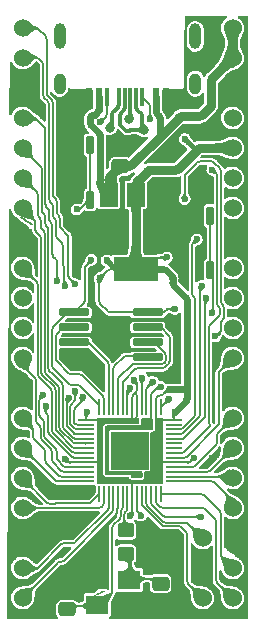
<source format=gtl>
%TF.GenerationSoftware,KiCad,Pcbnew,(6.0.4)*%
%TF.CreationDate,2022-11-10T18:02:22+09:00*%
%TF.ProjectId,rp2040-test,72703230-3430-42d7-9465-73742e6b6963,rev?*%
%TF.SameCoordinates,Original*%
%TF.FileFunction,Copper,L1,Top*%
%TF.FilePolarity,Positive*%
%FSLAX46Y46*%
G04 Gerber Fmt 4.6, Leading zero omitted, Abs format (unit mm)*
G04 Created by KiCad (PCBNEW (6.0.4)) date 2022-11-10 18:02:22*
%MOMM*%
%LPD*%
G01*
G04 APERTURE LIST*
G04 Aperture macros list*
%AMRoundRect*
0 Rectangle with rounded corners*
0 $1 Rounding radius*
0 $2 $3 $4 $5 $6 $7 $8 $9 X,Y pos of 4 corners*
0 Add a 4 corners polygon primitive as box body*
4,1,4,$2,$3,$4,$5,$6,$7,$8,$9,$2,$3,0*
0 Add four circle primitives for the rounded corners*
1,1,$1+$1,$2,$3*
1,1,$1+$1,$4,$5*
1,1,$1+$1,$6,$7*
1,1,$1+$1,$8,$9*
0 Add four rect primitives between the rounded corners*
20,1,$1+$1,$2,$3,$4,$5,0*
20,1,$1+$1,$4,$5,$6,$7,0*
20,1,$1+$1,$6,$7,$8,$9,0*
20,1,$1+$1,$8,$9,$2,$3,0*%
G04 Aperture macros list end*
%TA.AperFunction,SMDPad,CuDef*%
%ADD10RoundRect,0.250000X-0.450000X0.350000X-0.450000X-0.350000X0.450000X-0.350000X0.450000X0.350000X0*%
%TD*%
%TA.AperFunction,SMDPad,CuDef*%
%ADD11RoundRect,0.162500X0.162500X-0.612500X0.162500X0.612500X-0.162500X0.612500X-0.162500X-0.612500X0*%
%TD*%
%TA.AperFunction,ComponentPad*%
%ADD12O,1.000000X2.200000*%
%TD*%
%TA.AperFunction,ComponentPad*%
%ADD13O,1.000000X1.800000*%
%TD*%
%TA.AperFunction,SMDPad,CuDef*%
%ADD14R,0.575000X1.650000*%
%TD*%
%TA.AperFunction,SMDPad,CuDef*%
%ADD15R,0.300000X1.650000*%
%TD*%
%TA.AperFunction,ComponentPad*%
%ADD16C,1.524000*%
%TD*%
%TA.AperFunction,ComponentPad*%
%ADD17R,1.524000X1.524000*%
%TD*%
%TA.AperFunction,SMDPad,CuDef*%
%ADD18R,1.350000X0.200000*%
%TD*%
%TA.AperFunction,SMDPad,CuDef*%
%ADD19R,0.200000X1.350000*%
%TD*%
%TA.AperFunction,ComponentPad*%
%ADD20R,3.200000X3.200000*%
%TD*%
%TA.AperFunction,SMDPad,CuDef*%
%ADD21RoundRect,0.250000X-0.475000X0.337500X-0.475000X-0.337500X0.475000X-0.337500X0.475000X0.337500X0*%
%TD*%
%TA.AperFunction,SMDPad,CuDef*%
%ADD22RoundRect,0.150000X-1.150000X-0.150000X1.150000X-0.150000X1.150000X0.150000X-1.150000X0.150000X0*%
%TD*%
%TA.AperFunction,SMDPad,CuDef*%
%ADD23RoundRect,0.250000X0.475000X-0.337500X0.475000X0.337500X-0.475000X0.337500X-0.475000X-0.337500X0*%
%TD*%
%TA.AperFunction,SMDPad,CuDef*%
%ADD24R,1.500000X2.000000*%
%TD*%
%TA.AperFunction,SMDPad,CuDef*%
%ADD25R,3.800000X2.000000*%
%TD*%
%TA.AperFunction,SMDPad,CuDef*%
%ADD26R,1.900000X1.650000*%
%TD*%
%TA.AperFunction,ViaPad*%
%ADD27C,0.600000*%
%TD*%
%TA.AperFunction,ViaPad*%
%ADD28C,0.800000*%
%TD*%
%TA.AperFunction,Conductor*%
%ADD29C,0.150000*%
%TD*%
%TA.AperFunction,Conductor*%
%ADD30C,0.200000*%
%TD*%
%TA.AperFunction,Conductor*%
%ADD31C,0.800000*%
%TD*%
%TA.AperFunction,Conductor*%
%ADD32C,0.400000*%
%TD*%
%TA.AperFunction,Conductor*%
%ADD33C,0.300000*%
%TD*%
%TA.AperFunction,Conductor*%
%ADD34C,0.600000*%
%TD*%
G04 APERTURE END LIST*
D10*
%TO.P,R6,1*%
%TO.N,XOUT*%
X117950000Y-75550000D03*
%TO.P,R6,2*%
%TO.N,Net-(C12-Pad2)*%
X117950000Y-77550000D03*
%TD*%
D11*
%TO.P,SW2,1,1*%
%TO.N,GND*%
X122925000Y-53550000D03*
X122925000Y-48900000D03*
%TO.P,SW2,2,2*%
%TO.N,~{RESET}*%
X125075000Y-48900000D03*
X125075000Y-53550000D03*
%TD*%
D12*
%TO.P,J1,*%
%TO.N,*%
X112350000Y-33740000D03*
D13*
X112350000Y-37740000D03*
X123850000Y-37740000D03*
D12*
X123850000Y-33740000D03*
D14*
%TO.P,J1,1,VBUS*%
%TO.N,+5V*%
X115650000Y-38850000D03*
X120550000Y-38850000D03*
D15*
%TO.P,J1,2,D-*%
%TO.N,USB_DM*%
X118850000Y-38850000D03*
X117850000Y-38850000D03*
%TO.P,J1,3,D+*%
%TO.N,USB_DP*%
X118350000Y-38850000D03*
X117350000Y-38850000D03*
D14*
%TO.P,J1,4,GND*%
%TO.N,GND*%
X121325000Y-38850000D03*
X114875000Y-38850000D03*
D15*
%TO.P,J1,5,CC1*%
%TO.N,Net-(J1-Pad5)*%
X119350000Y-38850000D03*
%TO.P,J1,6,CC2*%
%TO.N,Net-(J1-Pad6)*%
X116350000Y-38850000D03*
%TD*%
D11*
%TO.P,SW1,1,1*%
%TO.N,GND*%
X112775000Y-47579000D03*
X112775000Y-42929000D03*
%TO.P,SW1,2,2*%
%TO.N,Net-(R3-Pad1)*%
X114925000Y-47579000D03*
X114925000Y-42929000D03*
%TD*%
D16*
%TO.P,P3,1*%
%TO.N,+5V*%
X127000000Y-33020000D03*
%TO.P,P3,2*%
X127000000Y-35560000D03*
D17*
%TO.P,P3,3*%
%TO.N,GND*%
X127000000Y-38100000D03*
D16*
%TO.P,P3,4*%
%TO.N,23*%
X127000000Y-40640000D03*
%TO.P,P3,5*%
%TO.N,+3V3*%
X127000000Y-43180000D03*
%TO.P,P3,6*%
%TO.N,ADC_VREF*%
X127000000Y-45720000D03*
%TO.P,P3,7*%
%TO.N,28*%
X127000000Y-48260000D03*
D17*
%TO.P,P3,8*%
%TO.N,GND*%
X127000000Y-50800000D03*
D16*
%TO.P,P3,9*%
%TO.N,27*%
X127000000Y-53340000D03*
%TO.P,P3,10*%
%TO.N,26*%
X127000000Y-55880000D03*
%TO.P,P3,11*%
%TO.N,~{RESET}*%
X127000000Y-58420000D03*
%TO.P,P3,12*%
%TO.N,22*%
X127000000Y-60960000D03*
D17*
%TO.P,P3,13*%
%TO.N,GND*%
X127000000Y-63500000D03*
D16*
%TO.P,P3,14*%
%TO.N,21*%
X127000000Y-66040000D03*
%TO.P,P3,15*%
%TO.N,20*%
X127000000Y-68580000D03*
%TO.P,P3,16*%
%TO.N,19*%
X127000000Y-71120000D03*
%TO.P,P3,17*%
%TO.N,18*%
X127000000Y-73660000D03*
D17*
%TO.P,P3,18*%
%TO.N,GND*%
X127000000Y-76200000D03*
D16*
%TO.P,P3,19*%
%TO.N,17*%
X127000000Y-78740000D03*
%TO.P,P3,20*%
%TO.N,16*%
X127000000Y-81280000D03*
%TD*%
D18*
%TO.P,U1,1,IOVDD*%
%TO.N,+3V3*%
X114600000Y-66200000D03*
%TO.P,U1,2,GPIO0*%
%TO.N,0*%
X114600000Y-66600000D03*
%TO.P,U1,3,GPIO1*%
%TO.N,1*%
X114600000Y-67000000D03*
%TO.P,U1,4,GPIO2*%
%TO.N,2*%
X114600000Y-67400000D03*
%TO.P,U1,5,GPIO3*%
%TO.N,3*%
X114600000Y-67800000D03*
%TO.P,U1,6,GPIO4*%
%TO.N,4*%
X114600000Y-68200000D03*
%TO.P,U1,7,GPIO5*%
%TO.N,5*%
X114600000Y-68600000D03*
%TO.P,U1,8,GPIO6*%
%TO.N,6*%
X114600000Y-69000000D03*
%TO.P,U1,9,GPIO7*%
%TO.N,7*%
X114600000Y-69400000D03*
%TO.P,U1,10,IOVDD*%
%TO.N,+3V3*%
X114600000Y-69800000D03*
%TO.P,U1,11,GPIO8*%
%TO.N,8*%
X114600000Y-70200000D03*
%TO.P,U1,12,GPIO9*%
%TO.N,9*%
X114600000Y-70600000D03*
%TO.P,U1,13,GPIO10*%
%TO.N,10*%
X114600000Y-71000000D03*
%TO.P,U1,14,GPIO11*%
%TO.N,11*%
X114600000Y-71400000D03*
D19*
%TO.P,U1,15,GPIO12*%
%TO.N,12*%
X115700000Y-72500000D03*
%TO.P,U1,16,GPIO13*%
%TO.N,13*%
X116100000Y-72500000D03*
%TO.P,U1,17,GPIO14*%
%TO.N,14*%
X116500000Y-72500000D03*
%TO.P,U1,18,GPIO15*%
%TO.N,15*%
X116900000Y-72500000D03*
%TO.P,U1,19,TESTEN*%
%TO.N,GND*%
X117300000Y-72500000D03*
%TO.P,U1,20,XIN*%
%TO.N,XIN*%
X117700000Y-72500000D03*
%TO.P,U1,21,XOUT*%
%TO.N,XOUT*%
X118100000Y-72500000D03*
%TO.P,U1,22,IOVDD*%
%TO.N,+3V3*%
X118500000Y-72500000D03*
%TO.P,U1,23,DVDD*%
%TO.N,+1V1*%
X118900000Y-72500000D03*
%TO.P,U1,24,SWCLK*%
%TO.N,Net-(J2-Pad1)*%
X119300000Y-72500000D03*
%TO.P,U1,25,SWD*%
%TO.N,Net-(J2-Pad3)*%
X119700000Y-72500000D03*
%TO.P,U1,26,RUN*%
%TO.N,~{RESET}*%
X120100000Y-72500000D03*
%TO.P,U1,27,GPIO16*%
%TO.N,16*%
X120500000Y-72500000D03*
%TO.P,U1,28,GPIO17*%
%TO.N,17*%
X120900000Y-72500000D03*
D18*
%TO.P,U1,29,GPIO18*%
%TO.N,18*%
X122000000Y-71400000D03*
%TO.P,U1,30,GPIO19*%
%TO.N,19*%
X122000000Y-71000000D03*
%TO.P,U1,31,GPIO20*%
%TO.N,20*%
X122000000Y-70600000D03*
%TO.P,U1,32,GPIO21*%
%TO.N,21*%
X122000000Y-70200000D03*
%TO.P,U1,33,IOVDD*%
%TO.N,+3V3*%
X122000000Y-69800000D03*
%TO.P,U1,34,GPIO22*%
%TO.N,22*%
X122000000Y-69400000D03*
%TO.P,U1,35,GPIO23*%
%TO.N,23*%
X122000000Y-69000000D03*
%TO.P,U1,36,GPIO24*%
%TO.N,unconnected-(U1-Pad36)*%
X122000000Y-68600000D03*
%TO.P,U1,37,GPIO25*%
%TO.N,unconnected-(U1-Pad37)*%
X122000000Y-68200000D03*
%TO.P,U1,38,GPIO26_ADC0*%
%TO.N,26*%
X122000000Y-67800000D03*
%TO.P,U1,39,GPIO27_ADC1*%
%TO.N,27*%
X122000000Y-67400000D03*
%TO.P,U1,40,GPIO28_ADC2*%
%TO.N,28*%
X122000000Y-67000000D03*
%TO.P,U1,41,GPIO29_ADC3*%
%TO.N,unconnected-(U1-Pad41)*%
X122000000Y-66600000D03*
%TO.P,U1,42,IOVDD*%
%TO.N,+3V3*%
X122000000Y-66200000D03*
D19*
%TO.P,U1,43,ADC_AVDD*%
%TO.N,Net-(C9-Pad1)*%
X120900000Y-65100000D03*
%TO.P,U1,44,VREG_IN*%
%TO.N,+3V3*%
X120500000Y-65100000D03*
%TO.P,U1,45,VREG_VOUT*%
%TO.N,+1V1*%
X120100000Y-65100000D03*
%TO.P,U1,46,USB_DM*%
%TO.N,Net-(R2-Pad1)*%
X119700000Y-65100000D03*
%TO.P,U1,47,USB_DP*%
%TO.N,Net-(R1-Pad1)*%
X119300000Y-65100000D03*
%TO.P,U1,48,USB_VDD*%
%TO.N,+3V3*%
X118900000Y-65100000D03*
%TO.P,U1,49,IOVDD*%
X118500000Y-65100000D03*
%TO.P,U1,50,DVDD*%
%TO.N,+1V1*%
X118100000Y-65100000D03*
%TO.P,U1,51,QSPI_SD3*%
%TO.N,QSPI_SD3*%
X117700000Y-65100000D03*
%TO.P,U1,52,QSPI_SCLK*%
%TO.N,QSPI_CLK*%
X117300000Y-65100000D03*
%TO.P,U1,53,QSPI_SD0*%
%TO.N,QSPI_SD0*%
X116900000Y-65100000D03*
%TO.P,U1,54,QSPI_SD2*%
%TO.N,QSPI_SD2*%
X116500000Y-65100000D03*
%TO.P,U1,55,QSPI_SD1*%
%TO.N,QSPI_SD1*%
X116100000Y-65100000D03*
%TO.P,U1,56,QSPI_SS*%
%TO.N,QSPI_SS*%
X115700000Y-65100000D03*
D20*
%TO.P,U1,57,GND*%
%TO.N,GND*%
X118300000Y-68800000D03*
%TD*%
D21*
%TO.P,C11,1*%
%TO.N,GND*%
X113000000Y-80162500D03*
%TO.P,C11,2*%
%TO.N,XIN*%
X113000000Y-82237500D03*
%TD*%
D16*
%TO.P,J2,1,SWCLK*%
%TO.N,Net-(J2-Pad1)*%
X124460000Y-81280000D03*
D17*
%TO.P,J2,2,GND*%
%TO.N,GND*%
X124460000Y-78740000D03*
D16*
%TO.P,J2,3,SWDIO*%
%TO.N,Net-(J2-Pad3)*%
X124460000Y-76200000D03*
%TD*%
%TO.P,P2,1*%
%TO.N,0*%
X109220000Y-33020000D03*
%TO.P,P2,2*%
%TO.N,1*%
X109220000Y-35560000D03*
D17*
%TO.P,P2,3*%
%TO.N,GND*%
X109220000Y-38100000D03*
D16*
%TO.P,P2,4*%
%TO.N,2*%
X109220000Y-40640000D03*
%TO.P,P2,5*%
%TO.N,3*%
X109220000Y-43180000D03*
%TO.P,P2,6*%
%TO.N,4*%
X109220000Y-45720000D03*
%TO.P,P2,7*%
%TO.N,5*%
X109220000Y-48260000D03*
D17*
%TO.P,P2,8*%
%TO.N,GND*%
X109220000Y-50800000D03*
D16*
%TO.P,P2,9*%
%TO.N,6*%
X109220000Y-53340000D03*
%TO.P,P2,10*%
%TO.N,7*%
X109220000Y-55880000D03*
%TO.P,P2,11*%
%TO.N,8*%
X109220000Y-58420000D03*
%TO.P,P2,12*%
%TO.N,9*%
X109220000Y-60960000D03*
D17*
%TO.P,P2,13*%
%TO.N,GND*%
X109220000Y-63500000D03*
D16*
%TO.P,P2,14*%
%TO.N,10*%
X109220000Y-66040000D03*
%TO.P,P2,15*%
%TO.N,11*%
X109220000Y-68580000D03*
%TO.P,P2,16*%
%TO.N,12*%
X109220000Y-71120000D03*
%TO.P,P2,17*%
%TO.N,13*%
X109220000Y-73660000D03*
D17*
%TO.P,P2,18*%
%TO.N,GND*%
X109220000Y-76200000D03*
D16*
%TO.P,P2,19*%
%TO.N,14*%
X109220000Y-78740000D03*
%TO.P,P2,20*%
%TO.N,15*%
X109220000Y-81280000D03*
%TD*%
D22*
%TO.P,U2,1,~{CS}*%
%TO.N,QSPI_SS*%
X113610000Y-57105000D03*
%TO.P,U2,2,DO(IO1)*%
%TO.N,QSPI_SD1*%
X113610000Y-58375000D03*
%TO.P,U2,3,IO2*%
%TO.N,QSPI_SD2*%
X113610000Y-59645000D03*
%TO.P,U2,4,GND*%
%TO.N,GND*%
X113610000Y-60915000D03*
%TO.P,U2,5,DI(IO0)*%
%TO.N,QSPI_SD0*%
X119810000Y-60915000D03*
%TO.P,U2,6,CLK*%
%TO.N,QSPI_CLK*%
X119810000Y-59645000D03*
%TO.P,U2,7,IO3*%
%TO.N,QSPI_SD3*%
X119810000Y-58375000D03*
%TO.P,U2,8,VCC*%
%TO.N,+3V3*%
X119810000Y-57105000D03*
%TD*%
D23*
%TO.P,C12,1*%
%TO.N,GND*%
X120900000Y-82137500D03*
%TO.P,C12,2*%
%TO.N,Net-(C12-Pad2)*%
X120900000Y-80062500D03*
%TD*%
%TO.P,C14,1*%
%TO.N,+5V*%
X117500000Y-44737500D03*
%TO.P,C14,2*%
%TO.N,GND*%
X117500000Y-42662500D03*
%TD*%
D24*
%TO.P,U3,1,GND*%
%TO.N,GND*%
X121100000Y-47150000D03*
%TO.P,U3,2,VO*%
%TO.N,+3V3*%
X118800000Y-47150000D03*
D25*
X118800000Y-53450000D03*
D24*
%TO.P,U3,3,VI*%
%TO.N,+5V*%
X116500000Y-47150000D03*
%TD*%
D26*
%TO.P,Y1,1,1*%
%TO.N,XIN*%
X115550000Y-81875000D03*
%TO.P,Y1,2,2*%
%TO.N,GND*%
X118250000Y-81875000D03*
%TO.P,Y1,3,3*%
%TO.N,Net-(C12-Pad2)*%
X118250000Y-79725000D03*
%TO.P,Y1,4,4*%
%TO.N,GND*%
X115550000Y-79725000D03*
%TD*%
D27*
%TO.N,QSPI_SS*%
X115050000Y-52650000D03*
%TO.N,GND*%
X110363000Y-82550000D03*
X111887000Y-72517000D03*
X123825000Y-82550000D03*
X125222000Y-69469000D03*
X122682000Y-43434000D03*
X120142000Y-77089000D03*
X112776000Y-44704000D03*
X113792000Y-44704000D03*
X116560000Y-50200000D03*
X115270000Y-61300000D03*
X122936000Y-50800000D03*
X116210000Y-75530000D03*
X113919000Y-74422000D03*
X113538000Y-39116000D03*
X122174000Y-79375000D03*
X122301000Y-39116000D03*
X116550000Y-43700000D03*
%TO.N,+1V1*%
X118320000Y-63530000D03*
X119507000Y-66750498D03*
X118870000Y-70849502D03*
X120944295Y-63424777D03*
X119250000Y-74300000D03*
%TO.N,2*%
X113144616Y-64363627D03*
X112110000Y-54480000D03*
%TO.N,~{RESET}*%
X124300000Y-74400000D03*
X125224500Y-57150000D03*
%TO.N,Net-(R2-Pad1)*%
X120241710Y-62986564D03*
D28*
%TO.N,USB_DP*%
X116590000Y-41500000D03*
X118250000Y-40750000D03*
%TO.N,USB_DM*%
X119507000Y-41656000D03*
D27*
%TO.N,Net-(R1-Pad1)*%
X119362731Y-62654969D03*
%TO.N,+3V3*%
X121666000Y-63627000D03*
X118637932Y-62845811D03*
X121412000Y-52451000D03*
X116332000Y-52705000D03*
X118350000Y-74350000D03*
X115750000Y-54200000D03*
X122936000Y-42418000D03*
X112831878Y-69540122D03*
X123771622Y-69415622D03*
X114650000Y-65500000D03*
X122150000Y-65500000D03*
X122100000Y-56790000D03*
%TO.N,Net-(J1-Pad5)*%
X120015000Y-40767000D03*
%TO.N,7*%
X111163604Y-65050000D03*
%TO.N,27*%
X124374500Y-54864000D03*
%TO.N,8*%
X110942311Y-64084067D03*
%TO.N,26*%
X124764500Y-55880000D03*
%TO.N,0*%
X114310000Y-64260000D03*
X113693162Y-54733901D03*
%TO.N,1*%
X113676048Y-63764955D03*
X112820000Y-54850000D03*
%TO.N,28*%
X123952000Y-50927000D03*
%TO.N,23*%
X125295622Y-45011378D03*
%TO.N,Net-(R3-Pad1)*%
X113792000Y-48387000D03*
%TO.N,Net-(J1-Pad6)*%
X115812328Y-40977091D03*
%TO.N,Net-(C9-Pad1)*%
X121600000Y-64450000D03*
X125549622Y-59128622D03*
X122936000Y-47498000D03*
%TD*%
D29*
%TO.N,QSPI_SS*%
X115700000Y-65031801D02*
X115700000Y-65100000D01*
X114480000Y-56110736D02*
X114480000Y-53344264D01*
X111710000Y-58568934D02*
X111710000Y-61595736D01*
X113610000Y-57105000D02*
X114392132Y-56322868D01*
X111797868Y-58356802D02*
X112961802Y-57192868D01*
X114567868Y-53132132D02*
X115050000Y-52650000D01*
X113354219Y-63239955D02*
X113908154Y-63239955D01*
X114120286Y-63327823D02*
X115612132Y-64819669D01*
X113173934Y-57105000D02*
X113610000Y-57105000D01*
X111797868Y-61807868D02*
X113142087Y-63152087D01*
X111797851Y-58356785D02*
G75*
G03*
X111710000Y-58568934I212149J-212115D01*
G01*
X115699999Y-65031801D02*
G75*
G03*
X115612132Y-64819669I-299999J1D01*
G01*
X111797886Y-61807850D02*
G75*
G02*
X111710000Y-61595736I212114J212150D01*
G01*
X113142087Y-63152087D02*
G75*
G03*
X113354219Y-63239955I212113J212087D01*
G01*
X114480025Y-56110736D02*
G75*
G02*
X114392132Y-56322868I-300025J36D01*
G01*
X114479975Y-53344264D02*
G75*
G02*
X114567868Y-53132132I300025J-36D01*
G01*
X114120318Y-63327791D02*
G75*
G03*
X113908154Y-63239955I-212118J-212209D01*
G01*
X112961785Y-57192851D02*
G75*
G02*
X113173934Y-57105000I212115J-212149D01*
G01*
%TO.N,QSPI_SD1*%
X112809264Y-58375000D02*
X113610000Y-58375000D01*
X116100000Y-65100000D02*
X116100000Y-64414264D01*
X112030000Y-61041066D02*
X112030000Y-59154264D01*
X113102132Y-62237462D02*
X112117868Y-61253198D01*
X112117868Y-58942132D02*
X112597132Y-58462868D01*
X114011066Y-62325330D02*
X113314264Y-62325330D01*
X116012132Y-64202132D02*
X114223198Y-62413198D01*
X112809264Y-58374975D02*
G75*
G03*
X112597132Y-58462868I36J-300025D01*
G01*
X113314264Y-62325346D02*
G75*
G02*
X113102132Y-62237462I36J300046D01*
G01*
X116100025Y-64414264D02*
G75*
G03*
X116012132Y-64202132I-300025J-36D01*
G01*
X112029975Y-59154264D02*
G75*
G02*
X112117868Y-58942132I300025J-36D01*
G01*
X112030025Y-61041066D02*
G75*
G03*
X112117869Y-61253197I299975J-34D01*
G01*
X114011066Y-62325346D02*
G75*
G02*
X114223198Y-62413198I34J-299954D01*
G01*
%TO.N,QSPI_SD2*%
X116500000Y-65100000D02*
X116500000Y-61514264D01*
X114842868Y-59732868D02*
X116412132Y-61302132D01*
X113610000Y-59645000D02*
X114630736Y-59645000D01*
X116412114Y-61302150D02*
G75*
G02*
X116500000Y-61514264I-212114J-212150D01*
G01*
X114630736Y-59644975D02*
G75*
G02*
X114842868Y-59732868I-36J-300025D01*
G01*
%TO.N,GND*%
X117287868Y-73622132D02*
X117300000Y-73610000D01*
D30*
X122925000Y-53300000D02*
X122925000Y-50811000D01*
X112776000Y-45258000D02*
X112776000Y-43180000D01*
D29*
X116297868Y-75132132D02*
X117112132Y-74317868D01*
D30*
X122925000Y-49150000D02*
X122925000Y-50789000D01*
D29*
X117200000Y-74105736D02*
X117200000Y-73834264D01*
D30*
X122925000Y-50789000D02*
X122936000Y-50800000D01*
D29*
X116210000Y-75530000D02*
X116210000Y-75344264D01*
X117300000Y-73610000D02*
X117300000Y-72500000D01*
D31*
X113538000Y-39116000D02*
X114554000Y-39116000D01*
D32*
X116550000Y-43612500D02*
X117500000Y-42662500D01*
D30*
X122925000Y-50811000D02*
X122936000Y-50800000D01*
X112775000Y-47329000D02*
X112775000Y-45259000D01*
D31*
X122301000Y-39116000D02*
X121666000Y-39116000D01*
D30*
X112775000Y-44705000D02*
X112776000Y-44704000D01*
D32*
X116550000Y-43700000D02*
X116550000Y-43612500D01*
D29*
X116209975Y-75344264D02*
G75*
G02*
X116297868Y-75132132I300025J-36D01*
G01*
X117199975Y-73834264D02*
G75*
G02*
X117287868Y-73622132I300025J-36D01*
G01*
X117200025Y-74105736D02*
G75*
G02*
X117112132Y-74317868I-300025J36D01*
G01*
%TO.N,QSPI_SD0*%
X117979264Y-60785000D02*
X120610000Y-60785000D01*
X116987868Y-61652132D02*
X117767132Y-60872868D01*
X116900000Y-65100000D02*
X116900000Y-61864264D01*
X116899975Y-61864264D02*
G75*
G02*
X116987868Y-61652132I300025J-36D01*
G01*
X117979264Y-60784975D02*
G75*
G03*
X117767132Y-60872868I36J-300025D01*
G01*
%TO.N,QSPI_CLK*%
X118442132Y-61527868D02*
X117387868Y-62582132D01*
X120370330Y-59645000D02*
X121272132Y-60546802D01*
X121360000Y-60758934D02*
X121360000Y-61115736D01*
X121272132Y-61327868D02*
X121247868Y-61352132D01*
X117300000Y-62794264D02*
X117300000Y-65100000D01*
X121035736Y-61440000D02*
X118654264Y-61440000D01*
X119810000Y-59645000D02*
X120370330Y-59645000D01*
X118442150Y-61527886D02*
G75*
G02*
X118654264Y-61440000I212150J-212114D01*
G01*
X121359975Y-60758934D02*
G75*
G03*
X121272131Y-60546803I-299975J34D01*
G01*
X117299975Y-62794264D02*
G75*
G02*
X117387868Y-62582132I300025J-36D01*
G01*
X121272114Y-61327850D02*
G75*
G03*
X121360000Y-61115736I-212114J212150D01*
G01*
X121035736Y-61440025D02*
G75*
G03*
X121247868Y-61352132I-36J300025D01*
G01*
%TO.N,QSPI_SD3*%
X121660000Y-61240000D02*
X121660000Y-59214264D01*
X117787868Y-62892132D02*
X118762132Y-61917868D01*
X121572132Y-59002132D02*
X121032868Y-58462868D01*
X121282132Y-61742132D02*
X121572132Y-61452132D01*
X117700000Y-65100000D02*
X117700000Y-63104264D01*
X118974264Y-61830000D02*
X121070000Y-61830000D01*
X120820736Y-58375000D02*
X119810000Y-58375000D01*
X121032850Y-58462886D02*
G75*
G03*
X120820736Y-58375000I-212150J-212114D01*
G01*
X118974264Y-61829975D02*
G75*
G03*
X118762132Y-61917868I36J-300025D01*
G01*
X121572132Y-61452132D02*
G75*
G03*
X121660000Y-61240000I-212132J212132D01*
G01*
X117699975Y-63104264D02*
G75*
G02*
X117787868Y-62892132I300025J-36D01*
G01*
X121572114Y-59002150D02*
G75*
G02*
X121660000Y-59214264I-212114J-212150D01*
G01*
X121282132Y-61742132D02*
G75*
G02*
X121070000Y-61830000I-212132J212132D01*
G01*
D30*
%TO.N,+1V1*%
X119250000Y-74300000D02*
X118987868Y-74037868D01*
X119507000Y-66750498D02*
X120069502Y-66750498D01*
X120944295Y-63424777D02*
X120775084Y-63424777D01*
X118870000Y-70849502D02*
X118900000Y-70879502D01*
X120069502Y-66750498D02*
X120100000Y-66720000D01*
X120562952Y-63512645D02*
X120147295Y-63928302D01*
X118900000Y-73825736D02*
X118900000Y-72500000D01*
X120100000Y-66720000D02*
X120100000Y-65100000D01*
X118100000Y-65100000D02*
X118100000Y-63874264D01*
X120100000Y-64097152D02*
X120100000Y-65100000D01*
X118187868Y-63662132D02*
X118320000Y-63530000D01*
X118899975Y-73825736D02*
G75*
G03*
X118987868Y-74037868I300025J36D01*
G01*
X120562955Y-63512648D02*
G75*
G02*
X120775084Y-63424777I212145J-212152D01*
G01*
X118099975Y-63874264D02*
G75*
G02*
X118187868Y-63662132I300025J-36D01*
G01*
X120099989Y-64097152D02*
G75*
G02*
X120147295Y-63928302I353711J-8048D01*
G01*
D29*
%TO.N,XIN*%
X113411764Y-81950000D02*
X115450000Y-81950000D01*
X116800000Y-75324264D02*
X116800000Y-80725736D01*
X113000000Y-82237500D02*
X113199632Y-82037868D01*
X117700000Y-72500000D02*
X117700000Y-73575736D01*
X116712132Y-80937868D02*
X115787868Y-81862132D01*
X115575736Y-81950000D02*
X115450000Y-81950000D01*
X117437132Y-74562868D02*
X116887868Y-75112132D01*
X117612132Y-73787868D02*
X117525000Y-73875000D01*
X117525000Y-73875000D02*
X117525000Y-74350736D01*
X113199650Y-82037886D02*
G75*
G02*
X113411764Y-81950000I212150J-212114D01*
G01*
X116712114Y-80937850D02*
G75*
G03*
X116800000Y-80725736I-212114J212150D01*
G01*
X116887886Y-75112150D02*
G75*
G03*
X116800000Y-75324264I212114J-212150D01*
G01*
X115575736Y-81950025D02*
G75*
G03*
X115787868Y-81862132I-36J300025D01*
G01*
X117525025Y-74350736D02*
G75*
G02*
X117437132Y-74562868I-300025J36D01*
G01*
X117612114Y-73787850D02*
G75*
G03*
X117700000Y-73575736I-212114J212150D01*
G01*
%TO.N,XOUT*%
X117912868Y-74037132D02*
X118012132Y-73937868D01*
X117950000Y-75550000D02*
X117912868Y-75512868D01*
X118100000Y-73725736D02*
X118100000Y-72500000D01*
X117825000Y-75300736D02*
X117825000Y-74249264D01*
X118100025Y-73725736D02*
G75*
G02*
X118012132Y-73937868I-300025J36D01*
G01*
X117824975Y-75300736D02*
G75*
G03*
X117912868Y-75512868I300025J36D01*
G01*
X117824975Y-74249264D02*
G75*
G02*
X117912868Y-74037132I300025J-36D01*
G01*
%TO.N,4*%
X112319616Y-63543880D02*
X112319616Y-66843880D01*
X110612868Y-49012868D02*
X110656132Y-49056132D01*
X110525000Y-47149264D02*
X110525000Y-48800736D01*
X110744000Y-49268264D02*
X110744000Y-49836736D01*
X109220000Y-45720000D02*
X110437132Y-46937132D01*
X110831868Y-50048868D02*
X111012132Y-50229132D01*
X113675736Y-68200000D02*
X114600000Y-68200000D01*
X111100000Y-50441264D02*
X111100000Y-62075736D01*
X112407484Y-67056012D02*
X113463604Y-68112132D01*
X111187868Y-62287868D02*
X112231748Y-63331748D01*
X113675736Y-68199974D02*
G75*
G02*
X113463604Y-68112132I-36J299974D01*
G01*
X110743975Y-49836736D02*
G75*
G03*
X110831868Y-50048868I300025J36D01*
G01*
X110612886Y-49012850D02*
G75*
G02*
X110525000Y-48800736I212114J212150D01*
G01*
X112319625Y-63543880D02*
G75*
G03*
X112231748Y-63331748I-300025J-20D01*
G01*
X111187886Y-62287850D02*
G75*
G02*
X111100000Y-62075736I212114J212150D01*
G01*
X111012114Y-50229150D02*
G75*
G02*
X111100000Y-50441264I-212114J-212150D01*
G01*
X110744025Y-49268264D02*
G75*
G03*
X110656132Y-49056132I-300025J-36D01*
G01*
X112407477Y-67056019D02*
G75*
G02*
X112319616Y-66843880I212123J212119D01*
G01*
X110525025Y-47149264D02*
G75*
G03*
X110437132Y-46937132I-300025J-36D01*
G01*
%TO.N,3*%
X109220000Y-43180000D02*
X110737132Y-44697132D01*
X111800000Y-62350000D02*
X112531748Y-63081748D01*
X112707484Y-66931748D02*
X113487868Y-67712132D01*
X111775736Y-62350000D02*
X111800000Y-62350000D01*
X112619616Y-63293880D02*
X112619616Y-66719616D01*
X110912868Y-48662868D02*
X111037132Y-48787132D01*
X113700000Y-67800000D02*
X114600000Y-67800000D01*
X111212868Y-49744868D02*
X111312132Y-49844132D01*
X111400000Y-50056264D02*
X111400000Y-61850000D01*
X111487868Y-62062132D02*
X111775736Y-62350000D01*
X111125000Y-48999264D02*
X111125000Y-49532736D01*
X110825000Y-44909264D02*
X110825000Y-48450736D01*
X111400025Y-50056264D02*
G75*
G03*
X111312132Y-49844132I-300025J-36D01*
G01*
X112619625Y-63293880D02*
G75*
G03*
X112531748Y-63081748I-300025J-20D01*
G01*
X112707495Y-66931737D02*
G75*
G02*
X112619616Y-66719616I212105J212137D01*
G01*
X111212886Y-49744850D02*
G75*
G02*
X111125000Y-49532736I212114J212150D01*
G01*
X113700000Y-67799999D02*
G75*
G02*
X113487869Y-67712131I0J299999D01*
G01*
X110912886Y-48662850D02*
G75*
G02*
X110825000Y-48450736I212114J212150D01*
G01*
X111487868Y-62062132D02*
G75*
G02*
X111400000Y-61850000I212132J212132D01*
G01*
X110825025Y-44909264D02*
G75*
G03*
X110737132Y-44697132I-300025J-36D01*
G01*
X111037114Y-48787150D02*
G75*
G02*
X111125000Y-48999264I-212114J-212150D01*
G01*
%TO.N,2*%
X114600000Y-67400000D02*
X113600000Y-67400000D01*
X111062132Y-41362132D02*
X110387868Y-40687868D01*
X113600000Y-67400000D02*
X113550000Y-67350000D01*
X111408632Y-48308632D02*
X111237868Y-48137868D01*
X111496500Y-48520764D02*
X111496500Y-49269236D01*
X111584368Y-49481368D02*
X111662132Y-49559132D01*
X112062132Y-52612132D02*
X111837868Y-52387868D01*
X112950000Y-66625736D02*
X112950000Y-64682507D01*
X112150000Y-54440000D02*
X112150000Y-52824264D01*
X113550000Y-67350000D02*
X113037868Y-66837868D01*
X112110000Y-54480000D02*
X112150000Y-54440000D01*
X110175736Y-40600000D02*
X109260000Y-40600000D01*
X111750000Y-52175736D02*
X111750000Y-49771264D01*
X111150000Y-47925736D02*
X111150000Y-41574264D01*
X109260000Y-40600000D02*
X109220000Y-40640000D01*
X113037868Y-64470375D02*
X113144616Y-64363627D01*
X111584386Y-49481350D02*
G75*
G02*
X111496500Y-49269236I212114J212150D01*
G01*
X112062114Y-52612150D02*
G75*
G02*
X112150000Y-52824264I-212114J-212150D01*
G01*
X111496525Y-48520764D02*
G75*
G03*
X111408632Y-48308632I-300025J-36D01*
G01*
X110175736Y-40599975D02*
G75*
G02*
X110387868Y-40687868I-36J-300025D01*
G01*
X112950005Y-64682507D02*
G75*
G02*
X113037868Y-64470375I299995J7D01*
G01*
X111750025Y-49771264D02*
G75*
G03*
X111662132Y-49559132I-300025J-36D01*
G01*
X113037886Y-66837850D02*
G75*
G02*
X112950000Y-66625736I212114J212150D01*
G01*
X111062114Y-41362150D02*
G75*
G02*
X111150000Y-41574264I-212114J-212150D01*
G01*
X111749975Y-52175736D02*
G75*
G03*
X111837868Y-52387868I300025J36D01*
G01*
X111149975Y-47925736D02*
G75*
G03*
X111237868Y-48137868I300025J36D01*
G01*
%TO.N,~{RESET}*%
X120100000Y-73200736D02*
X120100000Y-72500000D01*
X124300000Y-74400000D02*
X121299264Y-74400000D01*
X125075000Y-53175736D02*
X125075000Y-49150000D01*
X125224500Y-57150000D02*
X125261132Y-57113368D01*
X125349000Y-56901236D02*
X125349000Y-53698264D01*
X125261132Y-53486132D02*
X125162868Y-53387868D01*
X121087132Y-74312132D02*
X120187868Y-73412868D01*
X120187886Y-73412850D02*
G75*
G02*
X120100000Y-73200736I212114J212150D01*
G01*
X125261114Y-53486150D02*
G75*
G02*
X125349000Y-53698264I-212114J-212150D01*
G01*
X125162886Y-53387850D02*
G75*
G02*
X125075000Y-53175736I212114J212150D01*
G01*
X125349025Y-56901236D02*
G75*
G02*
X125261132Y-57113368I-300025J36D01*
G01*
X121087150Y-74312114D02*
G75*
G03*
X121299264Y-74400000I212150J212114D01*
G01*
D30*
%TO.N,Net-(R2-Pad1)*%
X119787868Y-63440406D02*
X120241710Y-62986564D01*
X119700000Y-65100000D02*
X119700000Y-63652538D01*
X119787849Y-63440387D02*
G75*
G03*
X119700000Y-63652538I212151J-212113D01*
G01*
D33*
%TO.N,USB_DP*%
X118350000Y-38850000D02*
X118350000Y-40525736D01*
X117350000Y-38850000D02*
X117350000Y-39545736D01*
X116687132Y-41402868D02*
X116590000Y-41500000D01*
X118262132Y-40737868D02*
X118250000Y-40750000D01*
X117262132Y-39757868D02*
X116862868Y-40157132D01*
X116775000Y-40369264D02*
X116775000Y-41190736D01*
X116775025Y-41190736D02*
G75*
G02*
X116687132Y-41402868I-300025J36D01*
G01*
X116774975Y-40369264D02*
G75*
G02*
X116862868Y-40157132I300025J-36D01*
G01*
X118262114Y-40737850D02*
G75*
G03*
X118350000Y-40525736I-212114J212150D01*
G01*
X117262114Y-39757850D02*
G75*
G03*
X117350000Y-39545736I-212114J212150D01*
G01*
%TO.N,USB_DM*%
X117500000Y-41250000D02*
X117550000Y-41300000D01*
X118313604Y-41700000D02*
X117950000Y-41700000D01*
X119350500Y-41375236D02*
X119350500Y-40464264D01*
X118396016Y-41664645D02*
X118348959Y-41664645D01*
X119507000Y-41656000D02*
X119438368Y-41587368D01*
X119070000Y-40100000D02*
X118937868Y-39967868D01*
X119507000Y-41656000D02*
X118404661Y-41656000D01*
X118850000Y-39755736D02*
X118850000Y-38850000D01*
X118348959Y-41664645D02*
X118313604Y-41700000D01*
X117850000Y-38850000D02*
X117850000Y-39805736D01*
X119110500Y-40100000D02*
X119070000Y-40100000D01*
D30*
X119395298Y-41420034D02*
X119395298Y-40470298D01*
X119507000Y-41656000D02*
X119483166Y-41632166D01*
X117950000Y-41700000D02*
X117550000Y-41300000D01*
D33*
X117762132Y-40017868D02*
X117587868Y-40192132D01*
X119262632Y-40252132D02*
X119110500Y-40100000D01*
X118404661Y-41656000D02*
X118396016Y-41664645D01*
X117500000Y-41250000D02*
X117950000Y-41700000D01*
X117500000Y-40404264D02*
X117500000Y-41250000D01*
D30*
X119483183Y-41632149D02*
G75*
G02*
X119395298Y-41420034I212117J212149D01*
G01*
D33*
X117762114Y-40017850D02*
G75*
G03*
X117850000Y-39805736I-212114J212150D01*
G01*
X119262614Y-40252150D02*
G75*
G02*
X119350500Y-40464264I-212114J-212150D01*
G01*
X119438386Y-41587350D02*
G75*
G02*
X119350500Y-41375236I212114J212150D01*
G01*
X117499975Y-40404264D02*
G75*
G02*
X117587868Y-40192132I300025J-36D01*
G01*
X118849975Y-39755736D02*
G75*
G03*
X118937868Y-39967868I300025J36D01*
G01*
D29*
%TO.N,Net-(R1-Pad1)*%
X119300000Y-63860000D02*
X119300000Y-62717700D01*
D30*
X119300000Y-63860000D02*
X119300000Y-65100000D01*
D29*
X119300000Y-62717700D02*
X119362731Y-62654969D01*
D30*
%TO.N,+3V3*%
X122000000Y-69800000D02*
X121300000Y-69800000D01*
D34*
X123057500Y-64592500D02*
X122150000Y-65500000D01*
D31*
X118887868Y-46085132D02*
X119839264Y-45133736D01*
D30*
X118550000Y-66150000D02*
X118500000Y-66100000D01*
X121262868Y-57017132D02*
X121402132Y-56877868D01*
X114600000Y-65550000D02*
X114650000Y-65500000D01*
D31*
X120051396Y-45045868D02*
X122147950Y-45045868D01*
D34*
X122007868Y-54824868D02*
X123057500Y-55874500D01*
D30*
X119810000Y-57105000D02*
X121050736Y-57105000D01*
X121412000Y-52451000D02*
X120823264Y-52451000D01*
D34*
X121666000Y-63627000D02*
X123023000Y-63627000D01*
D30*
X121000000Y-66200000D02*
X122000000Y-66200000D01*
X113216020Y-69800000D02*
X114600000Y-69800000D01*
X118452868Y-71577868D02*
X118500000Y-71625000D01*
X123242736Y-69800000D02*
X122000000Y-69800000D01*
X118900000Y-65100000D02*
X118900000Y-65850000D01*
X115700000Y-69800000D02*
X115750000Y-69850000D01*
X115750000Y-69850000D02*
X115750000Y-71190000D01*
X120611132Y-52538868D02*
X119787868Y-53362132D01*
X119575736Y-53450000D02*
X118800000Y-53450000D01*
X118500000Y-65100000D02*
X118500000Y-64324264D01*
X120906736Y-64135000D02*
X120839264Y-64135000D01*
X115750000Y-69850000D02*
X115750000Y-66250000D01*
X122150000Y-65500000D02*
X122087868Y-65562132D01*
X115690000Y-56145736D02*
X115690000Y-54260000D01*
X120724264Y-66200000D02*
X121000000Y-66200000D01*
X118600000Y-66150000D02*
X118550000Y-66150000D01*
X118500000Y-66100000D02*
X118500000Y-65100000D01*
X118500000Y-71625000D02*
X118500000Y-72500000D01*
D32*
X116332000Y-52705000D02*
X116989132Y-53362132D01*
D34*
X121920000Y-54223528D02*
X121920000Y-54612736D01*
D32*
X123610132Y-43092132D02*
X122936000Y-42418000D01*
D30*
X118900000Y-65100000D02*
X118900000Y-64181678D01*
X120500000Y-66100000D02*
X120512132Y-66112132D01*
X116412132Y-53537868D02*
X115750000Y-54200000D01*
D32*
X124138082Y-43180000D02*
X123822264Y-43180000D01*
D34*
X121358604Y-53537868D02*
X121832132Y-54011396D01*
D30*
X120500000Y-65100000D02*
X120500000Y-66100000D01*
D31*
X122360082Y-44958000D02*
X124138082Y-43180000D01*
D30*
X115750000Y-66250000D02*
X115700000Y-66200000D01*
X118587868Y-64112132D02*
X118670000Y-64030000D01*
X123771622Y-69415622D02*
X123751378Y-69415622D01*
X120627132Y-64222868D02*
X120587868Y-64262132D01*
X119746736Y-53450000D02*
X118800000Y-53450000D01*
X118637932Y-62845811D02*
X118832132Y-63040011D01*
X122000000Y-65774264D02*
X122000000Y-66200000D01*
D31*
X124138082Y-43180000D02*
X127000000Y-43180000D01*
D30*
X112831878Y-69540122D02*
X113003888Y-69712132D01*
X118800000Y-53450000D02*
X116624264Y-53450000D01*
X114600000Y-66200000D02*
X114600000Y-65550000D01*
X121666000Y-63627000D02*
X121663264Y-63627000D01*
X116437132Y-57017132D02*
X115777868Y-56357868D01*
D32*
X117201264Y-53450000D02*
X118800000Y-53450000D01*
D30*
X121000000Y-69500000D02*
X121000000Y-66200000D01*
D34*
X118800000Y-53450000D02*
X121146472Y-53450000D01*
D30*
X121451132Y-63714868D02*
X121118868Y-64047132D01*
X114600000Y-69800000D02*
X115700000Y-69800000D01*
X118812132Y-63969546D02*
X118771293Y-63928707D01*
X118920000Y-63252143D02*
X118920000Y-63655736D01*
X118670000Y-64030000D02*
X118771293Y-63928707D01*
X115690000Y-54260000D02*
X115750000Y-54200000D01*
X121614264Y-56790000D02*
X122100000Y-56790000D01*
X123751378Y-69415622D02*
X123454868Y-69712132D01*
X115700000Y-66200000D02*
X114600000Y-66200000D01*
X116050000Y-71490000D02*
X118240736Y-71490000D01*
X119810000Y-57105000D02*
X116649264Y-57105000D01*
X120500000Y-64474264D02*
X120500000Y-65100000D01*
D34*
X123145368Y-56086632D02*
X123145368Y-64380368D01*
D30*
X118500000Y-72500000D02*
X118500000Y-74075736D01*
D31*
X118800000Y-53450000D02*
X118800000Y-47150000D01*
D30*
X118412132Y-74287868D02*
X118350000Y-74350000D01*
X118832132Y-63867868D02*
X118670000Y-64030000D01*
D31*
X118800000Y-47150000D02*
X118800000Y-46297264D01*
X122360100Y-44958018D02*
G75*
G02*
X122147950Y-45045868I-212100J212118D01*
G01*
D30*
X118587886Y-64112150D02*
G75*
G03*
X118500000Y-64324264I212114J-212150D01*
G01*
X121402150Y-56877886D02*
G75*
G02*
X121614264Y-56790000I212150J-212114D01*
G01*
X116624264Y-53449975D02*
G75*
G03*
X116412132Y-53537868I36J-300025D01*
G01*
X119575736Y-53450025D02*
G75*
G03*
X119787868Y-53362132I-36J300025D01*
G01*
X121000000Y-69500000D02*
G75*
G03*
X121300000Y-69800000I300000J0D01*
G01*
D32*
X117201264Y-53450025D02*
G75*
G02*
X116989132Y-53362132I36J300025D01*
G01*
D30*
X113003878Y-69712142D02*
G75*
G03*
X113216020Y-69800000I212122J212142D01*
G01*
X123242736Y-69800025D02*
G75*
G03*
X123454868Y-69712132I-36J300025D01*
G01*
D31*
X119839259Y-45133731D02*
G75*
G02*
X120051396Y-45045868I212141J-212169D01*
G01*
D30*
X118412114Y-74287850D02*
G75*
G03*
X118500000Y-74075736I-212114J212150D01*
G01*
X118832154Y-63039989D02*
G75*
G02*
X118920000Y-63252143I-212154J-212111D01*
G01*
X120499975Y-64474264D02*
G75*
G02*
X120587868Y-64262132I300025J-36D01*
G01*
D32*
X123610150Y-43092114D02*
G75*
G03*
X123822264Y-43180000I212150J212114D01*
G01*
D34*
X122007886Y-54824850D02*
G75*
G02*
X121920000Y-54612736I212114J212150D01*
G01*
X123057509Y-55874491D02*
G75*
G02*
X123145368Y-56086632I-212109J-212109D01*
G01*
D30*
X116050000Y-71490000D02*
G75*
G02*
X115750000Y-71190000I0J300000D01*
G01*
X118240736Y-71489975D02*
G75*
G02*
X118452868Y-71577868I-36J-300025D01*
G01*
X118832114Y-63867850D02*
G75*
G03*
X118920000Y-63655736I-212114J212150D01*
G01*
X116437150Y-57017114D02*
G75*
G03*
X116649264Y-57105000I212150J212114D01*
G01*
X121118850Y-64047114D02*
G75*
G02*
X120906736Y-64135000I-212150J212114D01*
G01*
X121262850Y-57017114D02*
G75*
G02*
X121050736Y-57105000I-212150J212114D01*
G01*
D31*
X118887886Y-46085150D02*
G75*
G03*
X118800000Y-46297264I212114J-212150D01*
G01*
D30*
X120611150Y-52538886D02*
G75*
G02*
X120823264Y-52451000I212150J-212114D01*
G01*
X118812121Y-63969557D02*
G75*
G02*
X118900000Y-64181678I-212121J-212143D01*
G01*
X118600000Y-66150000D02*
G75*
G03*
X118900000Y-65850000I0J300000D01*
G01*
X120627150Y-64222886D02*
G75*
G02*
X120839264Y-64135000I212150J-212114D01*
G01*
X120512150Y-66112114D02*
G75*
G03*
X120724264Y-66200000I212150J212114D01*
G01*
D34*
X121358618Y-53537854D02*
G75*
G03*
X121146472Y-53450000I-212118J-212146D01*
G01*
X121832146Y-54011382D02*
G75*
G02*
X121920000Y-54223528I-212146J-212118D01*
G01*
X123057509Y-64592509D02*
G75*
G03*
X123145368Y-64380368I-212109J212109D01*
G01*
D30*
X121999975Y-65774264D02*
G75*
G02*
X122087868Y-65562132I300025J-36D01*
G01*
X121451150Y-63714886D02*
G75*
G02*
X121663264Y-63627000I212150J-212114D01*
G01*
X115777886Y-56357850D02*
G75*
G02*
X115690000Y-56145736I212114J212150D01*
G01*
D34*
%TO.N,+5V*%
X115750000Y-42112348D02*
X115750000Y-46275736D01*
D31*
X127000000Y-35560000D02*
X127000000Y-33020000D01*
D34*
X120637868Y-40329207D02*
X120752632Y-40443971D01*
D31*
X125150000Y-39650000D02*
X124374868Y-40425132D01*
D34*
X114935000Y-40686000D02*
X114935000Y-41048820D01*
D31*
X124162736Y-40513000D02*
X123317000Y-40513000D01*
X122679264Y-40513000D02*
X123317000Y-40513000D01*
D34*
X115837868Y-46487868D02*
X116500000Y-47150000D01*
X120550000Y-38850000D02*
X120550000Y-40117075D01*
X115351500Y-40386000D02*
X115235000Y-40386000D01*
D31*
X117500000Y-44737500D02*
X118206236Y-44737500D01*
D34*
X115022868Y-41260952D02*
X115662132Y-41900216D01*
D31*
X116587868Y-45649632D02*
X117500000Y-44737500D01*
X116500000Y-47150000D02*
X116500000Y-45861764D01*
D34*
X120840500Y-40656103D02*
X120840500Y-42227500D01*
D31*
X120840500Y-42227500D02*
X122467132Y-40600868D01*
D34*
X115562132Y-40175368D02*
X115351500Y-40386000D01*
D31*
X125195369Y-37488895D02*
X125195369Y-39604631D01*
X118418368Y-44649632D02*
X120840500Y-42227500D01*
D34*
X115650000Y-38850000D02*
X115650000Y-39963236D01*
D31*
X127000000Y-35560000D02*
X125283237Y-37276763D01*
D34*
X115022878Y-41260942D02*
G75*
G02*
X114935000Y-41048820I212122J212142D01*
G01*
X120550018Y-40117075D02*
G75*
G03*
X120637868Y-40329207I299982J-25D01*
G01*
D31*
X118418350Y-44649614D02*
G75*
G02*
X118206236Y-44737500I-212150J212114D01*
G01*
X124162736Y-40513025D02*
G75*
G03*
X124374868Y-40425132I-36J300025D01*
G01*
D34*
X115235000Y-40386000D02*
G75*
G03*
X114935000Y-40686000I0J-300000D01*
G01*
D31*
X122467150Y-40600886D02*
G75*
G02*
X122679264Y-40513000I212150J-212114D01*
G01*
D34*
X115650025Y-39963236D02*
G75*
G02*
X115562132Y-40175368I-300025J36D01*
G01*
X115837886Y-46487850D02*
G75*
G02*
X115750000Y-46275736I212114J212150D01*
G01*
X120840497Y-40656103D02*
G75*
G03*
X120752631Y-40443972I-299997J3D01*
G01*
X115662156Y-41900192D02*
G75*
G02*
X115750000Y-42112348I-212156J-212108D01*
G01*
D31*
X125283233Y-37276759D02*
G75*
G03*
X125195369Y-37488895I212167J-212141D01*
G01*
X116499975Y-45861764D02*
G75*
G02*
X116587868Y-45649632I300025J-36D01*
G01*
D29*
%TO.N,Net-(J1-Pad5)*%
X120015000Y-40767000D02*
X120015000Y-39639264D01*
X119927132Y-39427132D02*
X119350000Y-38850000D01*
X119927114Y-39427150D02*
G75*
G02*
X120015000Y-39639264I-212114J-212150D01*
G01*
%TO.N,5*%
X110887868Y-62412132D02*
X111931748Y-63456012D01*
X110299500Y-50104236D02*
X110299500Y-49463764D01*
X113651472Y-68600000D02*
X114600000Y-68600000D01*
X110712132Y-50641132D02*
X110387368Y-50316368D01*
X112107484Y-67180276D02*
X113439340Y-68512132D01*
X110800000Y-50853264D02*
X110800000Y-62200000D01*
X112019616Y-63668144D02*
X112019616Y-66968144D01*
X109220000Y-48260000D02*
X110211632Y-49251632D01*
X110211614Y-49251650D02*
G75*
G02*
X110299500Y-49463764I-212114J-212150D01*
G01*
X110387386Y-50316350D02*
G75*
G02*
X110299500Y-50104236I212114J212150D01*
G01*
X112019581Y-66968144D02*
G75*
G03*
X112107485Y-67180275I300019J44D01*
G01*
X110800001Y-62200000D02*
G75*
G03*
X110887869Y-62412131I299999J0D01*
G01*
X110800025Y-50853264D02*
G75*
G03*
X110712132Y-50641132I-300025J-36D01*
G01*
X113439354Y-68512118D02*
G75*
G03*
X113651472Y-68600000I212146J212118D01*
G01*
X112019580Y-63668144D02*
G75*
G03*
X111931748Y-63456012I-299980J44D01*
G01*
%TO.N,6*%
X113627208Y-69000000D02*
X114600000Y-69000000D01*
X111776472Y-67273528D02*
X113415076Y-68912132D01*
X110500000Y-54744264D02*
X110500000Y-62325736D01*
X110587868Y-62537868D02*
X111600736Y-63550736D01*
X111688604Y-63762868D02*
X111688604Y-67061396D01*
X109220000Y-53340000D02*
X110412132Y-54532132D01*
X111776471Y-67273529D02*
G75*
G02*
X111688604Y-67061396I212129J212129D01*
G01*
X110412114Y-54532150D02*
G75*
G02*
X110500000Y-54744264I-212114J-212150D01*
G01*
X113627208Y-68999994D02*
G75*
G02*
X113415076Y-68912132I-8J299994D01*
G01*
X110499975Y-62325736D02*
G75*
G03*
X110587868Y-62537868I300025J36D01*
G01*
X111600721Y-63550751D02*
G75*
G02*
X111688604Y-63762868I-212121J-212149D01*
G01*
%TO.N,7*%
X111476472Y-67397792D02*
X113390812Y-69312132D01*
X111150000Y-65063604D02*
X111150000Y-65425736D01*
X111163604Y-65050000D02*
X111150000Y-65063604D01*
X111388604Y-65912868D02*
X111388604Y-67185660D01*
X113602944Y-69400000D02*
X114600000Y-69400000D01*
X111237868Y-65637868D02*
X111300736Y-65700736D01*
X113602944Y-69399968D02*
G75*
G02*
X113390813Y-69312131I-44J299968D01*
G01*
X111300721Y-65700751D02*
G75*
G02*
X111388604Y-65912868I-212121J-212149D01*
G01*
X111388632Y-67185660D02*
G75*
G03*
X111476473Y-67397791I299968J-40D01*
G01*
X111237886Y-65637850D02*
G75*
G02*
X111150000Y-65425736I212114J212150D01*
G01*
%TO.N,27*%
X122000000Y-67400000D02*
X122625736Y-67400000D01*
X122837868Y-67312132D02*
X124152132Y-65997868D01*
X124327868Y-54910632D02*
X124374500Y-54864000D01*
X124240000Y-65785736D02*
X124240000Y-55122764D01*
X124239975Y-55122764D02*
G75*
G02*
X124327868Y-54910632I300025J-36D01*
G01*
X124240025Y-65785736D02*
G75*
G02*
X124152132Y-65997868I-300025J36D01*
G01*
X122837850Y-67312114D02*
G75*
G02*
X122625736Y-67400000I-212150J212114D01*
G01*
%TO.N,8*%
X110726972Y-65976972D02*
X110962132Y-66212132D01*
X111137868Y-67763604D02*
X112012132Y-68637868D01*
X112100000Y-68850000D02*
X112100000Y-69425736D01*
X111050000Y-66424264D02*
X111050000Y-67551472D01*
X110639104Y-64511538D02*
X110639104Y-65764840D01*
X112874264Y-70200000D02*
X114600000Y-70200000D01*
X110942311Y-64084067D02*
X110726972Y-64299406D01*
X112187868Y-69637868D02*
X112662132Y-70112132D01*
X110639075Y-65764840D02*
G75*
G03*
X110726972Y-65976972I300025J40D01*
G01*
X110726954Y-64299388D02*
G75*
G03*
X110639104Y-64511538I212146J-212112D01*
G01*
X111050020Y-67551472D02*
G75*
G03*
X111137868Y-67763604I299980J-28D01*
G01*
X112099999Y-68850000D02*
G75*
G03*
X112012131Y-68637869I-299999J0D01*
G01*
X112187886Y-69637850D02*
G75*
G02*
X112100000Y-69425736I212114J212150D01*
G01*
X111050025Y-66424264D02*
G75*
G03*
X110962132Y-66212132I-300025J-36D01*
G01*
X112662150Y-70112114D02*
G75*
G03*
X112874264Y-70200000I212150J212114D01*
G01*
%TO.N,9*%
X109220000Y-61470000D02*
X109220000Y-60960000D01*
X112512132Y-70512132D02*
X111787868Y-69787868D01*
X111700000Y-69575736D02*
X111700000Y-68874264D01*
X110251236Y-62625500D02*
X109307868Y-61682132D01*
X111612132Y-68662132D02*
X110837868Y-67887868D01*
X110339104Y-66264840D02*
X110339104Y-62837632D01*
X110750000Y-67675736D02*
X110750000Y-66924264D01*
X110662132Y-66712132D02*
X110426972Y-66476972D01*
X114600000Y-70600000D02*
X112724264Y-70600000D01*
X111699975Y-69575736D02*
G75*
G03*
X111787868Y-69787868I300025J36D01*
G01*
X110339080Y-62837632D02*
G75*
G03*
X110251236Y-62625500I-299980J32D01*
G01*
X110662114Y-66712150D02*
G75*
G02*
X110750000Y-66924264I-212114J-212150D01*
G01*
X110749975Y-67675736D02*
G75*
G03*
X110837868Y-67887868I300025J36D01*
G01*
X110426993Y-66476951D02*
G75*
G02*
X110339104Y-66264840I212107J212151D01*
G01*
X111612114Y-68662150D02*
G75*
G02*
X111700000Y-68874264I-212114J-212150D01*
G01*
X109307868Y-61682132D02*
G75*
G02*
X109220000Y-61470000I212132J212132D01*
G01*
X112724264Y-70600025D02*
G75*
G02*
X112512132Y-70512132I36J300025D01*
G01*
%TO.N,10*%
X110012132Y-66832132D02*
X109220000Y-66040000D01*
X111062132Y-68687132D02*
X110187868Y-67812868D01*
X111150000Y-69625736D02*
X111150000Y-68899264D01*
X114600000Y-71000000D02*
X112524264Y-71000000D01*
X110100000Y-67600736D02*
X110100000Y-67044264D01*
X112312132Y-70912132D02*
X111237868Y-69837868D01*
X110100025Y-67044264D02*
G75*
G03*
X110012132Y-66832132I-300025J-36D01*
G01*
X110099975Y-67600736D02*
G75*
G03*
X110187868Y-67812868I300025J36D01*
G01*
X112312150Y-70912114D02*
G75*
G03*
X112524264Y-71000000I212150J212114D01*
G01*
X111237886Y-69837850D02*
G75*
G02*
X111150000Y-69625736I212114J212150D01*
G01*
X111150025Y-68899264D02*
G75*
G03*
X111062132Y-68687132I-300025J-36D01*
G01*
%TO.N,11*%
X111952132Y-71312132D02*
X109220000Y-68580000D01*
X114600000Y-71400000D02*
X112164264Y-71400000D01*
X112164264Y-71400025D02*
G75*
G02*
X111952132Y-71312132I36J300025D01*
G01*
%TO.N,12*%
X111520264Y-73296000D02*
X111977463Y-73296000D01*
X109220000Y-71120000D02*
X111308132Y-73208132D01*
X111977463Y-73296000D02*
X111994463Y-73279000D01*
X115008868Y-73191132D02*
X115700000Y-72500000D01*
X111994463Y-73279000D02*
X114796736Y-73279000D01*
X114796736Y-73279025D02*
G75*
G03*
X115008868Y-73191132I-36J300025D01*
G01*
X111308150Y-73208114D02*
G75*
G03*
X111520264Y-73296000I212150J212114D01*
G01*
%TO.N,13*%
X115911868Y-73572132D02*
X116012132Y-73471868D01*
X109220000Y-73660000D02*
X115699736Y-73660000D01*
X116100000Y-73259736D02*
X116100000Y-72500000D01*
X115699736Y-73660025D02*
G75*
G03*
X115911868Y-73572132I-36J300025D01*
G01*
X116100025Y-73259736D02*
G75*
G02*
X116012132Y-73471868I-300025J36D01*
G01*
%TO.N,14*%
X109220000Y-78740000D02*
X110385736Y-78740000D01*
X113697868Y-76562132D02*
X116412132Y-73847868D01*
X112724264Y-76650000D02*
X113485736Y-76650000D01*
X110597868Y-78652132D02*
X112512132Y-76737868D01*
X116500000Y-73635736D02*
X116500000Y-72500000D01*
X112512150Y-76737886D02*
G75*
G02*
X112724264Y-76650000I212150J-212114D01*
G01*
X113485736Y-76650025D02*
G75*
G03*
X113697868Y-76562132I-36J300025D01*
G01*
X110597850Y-78652114D02*
G75*
G02*
X110385736Y-78740000I-212150J212114D01*
G01*
X116500025Y-73635736D02*
G75*
G02*
X116412132Y-73847868I-300025J36D01*
G01*
%TO.N,15*%
X116812132Y-74007868D02*
X112707868Y-78112132D01*
X112495736Y-78200000D02*
X112424264Y-78200000D01*
X112212132Y-78287868D02*
X109220000Y-81280000D01*
X116900000Y-72500000D02*
X116900000Y-73795736D01*
X116900025Y-73795736D02*
G75*
G02*
X116812132Y-74007868I-300025J36D01*
G01*
X112495736Y-78200025D02*
G75*
G03*
X112707868Y-78112132I-36J300025D01*
G01*
X112212150Y-78287886D02*
G75*
G02*
X112424264Y-78200000I212150J-212114D01*
G01*
%TO.N,26*%
X122906771Y-67715013D02*
X122866682Y-67752921D01*
X124612132Y-66009817D02*
X122912781Y-67709168D01*
X124699884Y-65801861D02*
X124698347Y-65857031D01*
X124614884Y-66006907D02*
X124612132Y-66009817D01*
X124700000Y-55944500D02*
X124700000Y-65793508D01*
X122701742Y-67799886D02*
X122697685Y-67800000D01*
X124764500Y-55880000D02*
X124700000Y-55944500D01*
X124698347Y-65857031D02*
X124674116Y-65915537D01*
X122697685Y-67800000D02*
X122000000Y-67800000D01*
X122866682Y-67752921D02*
X122808127Y-67777173D01*
X124700000Y-65793508D02*
G75*
G02*
X124699884Y-65801861I-300800J8D01*
G01*
X124674118Y-65915538D02*
G75*
G02*
X124614883Y-66006906I-277218J114838D01*
G01*
X122701742Y-67799897D02*
G75*
G03*
X122808127Y-67777172I-8442J299897D01*
G01*
X122906771Y-67715013D02*
G75*
G03*
X122912781Y-67709168I-210871J222813D01*
G01*
%TO.N,22*%
X127000000Y-60960000D02*
X125897868Y-62062132D01*
X125810000Y-62274264D02*
X125810000Y-66510517D01*
X125722132Y-66722649D02*
X123132650Y-69312132D01*
X122920518Y-69400000D02*
X122000000Y-69400000D01*
X125809975Y-62274264D02*
G75*
G02*
X125897868Y-62062132I300025J-36D01*
G01*
X122920518Y-69400012D02*
G75*
G03*
X123132650Y-69312132I-18J300012D01*
G01*
X125722124Y-66722641D02*
G75*
G03*
X125810000Y-66510517I-212124J212141D01*
G01*
%TO.N,17*%
X125984000Y-77599736D02*
X125984000Y-74108264D01*
X125896132Y-73896132D02*
X124587868Y-72587868D01*
X124375736Y-72500000D02*
X120900000Y-72500000D01*
X127000000Y-78740000D02*
X126071868Y-77811868D01*
X124375736Y-72499975D02*
G75*
G02*
X124587868Y-72587868I-36J-300025D01*
G01*
X125896114Y-73896150D02*
G75*
G02*
X125984000Y-74108264I-212114J-212150D01*
G01*
X126071886Y-77811850D02*
G75*
G02*
X125984000Y-77599736I212114J212150D01*
G01*
%TO.N,16*%
X125603000Y-79758736D02*
X125603000Y-74827264D01*
X120862132Y-73562132D02*
X120587868Y-73287868D01*
X120500000Y-73075736D02*
X120500000Y-72500000D01*
X127000000Y-81280000D02*
X125690868Y-79970868D01*
X124425736Y-73650000D02*
X121074264Y-73650000D01*
X125515132Y-74615132D02*
X124637868Y-73737868D01*
X125515114Y-74615150D02*
G75*
G02*
X125603000Y-74827264I-212114J-212150D01*
G01*
X125602975Y-79758736D02*
G75*
G03*
X125690868Y-79970868I300025J36D01*
G01*
X124425736Y-73649975D02*
G75*
G02*
X124637868Y-73737868I-36J-300025D01*
G01*
X120499975Y-73075736D02*
G75*
G03*
X120587868Y-73287868I300025J36D01*
G01*
X120862150Y-73562114D02*
G75*
G03*
X121074264Y-73650000I212150J212114D01*
G01*
%TO.N,21*%
X125754368Y-67285632D02*
X127000000Y-66040000D01*
X122000000Y-70200000D02*
X123604736Y-70200000D01*
X125666500Y-68138236D02*
X125666500Y-67497764D01*
X123816868Y-70112132D02*
X125578632Y-68350368D01*
X125666475Y-67497764D02*
G75*
G02*
X125754368Y-67285632I300025J-36D01*
G01*
X123604736Y-70200025D02*
G75*
G03*
X123816868Y-70112132I-36J300025D01*
G01*
X125578614Y-68350350D02*
G75*
G03*
X125666500Y-68138236I-212114J212150D01*
G01*
%TO.N,20*%
X125067868Y-70512132D02*
X127000000Y-68580000D01*
X122000000Y-70600000D02*
X124855736Y-70600000D01*
X124855736Y-70600025D02*
G75*
G03*
X125067868Y-70512132I-36J300025D01*
G01*
%TO.N,19*%
X126967868Y-71087868D02*
X127000000Y-71120000D01*
X122000000Y-71000000D02*
X126755736Y-71000000D01*
X126755736Y-70999975D02*
G75*
G02*
X126967868Y-71087868I-36J-300025D01*
G01*
%TO.N,18*%
X122000000Y-71400000D02*
X125225736Y-71400000D01*
X125437868Y-71487868D02*
X126912132Y-72962132D01*
X127000000Y-73174264D02*
X127000000Y-73660000D01*
X127000025Y-73174264D02*
G75*
G03*
X126912132Y-72962132I-300025J-36D01*
G01*
X125437850Y-71487886D02*
G75*
G03*
X125225736Y-71400000I-212150J-212114D01*
G01*
%TO.N,0*%
X111337868Y-38787868D02*
X111687132Y-39137132D01*
X114310000Y-64260000D02*
X114286235Y-64283765D01*
X112184368Y-48811368D02*
X112272132Y-48899132D01*
X113187868Y-54228607D02*
X113693162Y-54733901D01*
X112447868Y-49963868D02*
X113012132Y-50528132D01*
X113874264Y-66600000D02*
X114600000Y-66600000D01*
X114198367Y-64495897D02*
X114198367Y-64584429D01*
X114112680Y-64737320D02*
X113687868Y-65162132D01*
X111775000Y-39349264D02*
X111775000Y-47150736D01*
X113600000Y-66450000D02*
X113662132Y-66512132D01*
X113600000Y-65374264D02*
X113600000Y-66450000D01*
X112096500Y-47720764D02*
X112096500Y-48599236D01*
X113100000Y-50740264D02*
X113100000Y-54016475D01*
X110557868Y-33107868D02*
X111162132Y-33712132D01*
X109220000Y-33020000D02*
X110345736Y-33020000D01*
X112360000Y-49111264D02*
X112360000Y-49751736D01*
X111250000Y-33924264D02*
X111250000Y-38575736D01*
X111862868Y-47362868D02*
X112008632Y-47508632D01*
X113100025Y-50740264D02*
G75*
G03*
X113012132Y-50528132I-300025J-36D01*
G01*
X113874264Y-66600025D02*
G75*
G02*
X113662132Y-66512132I36J300025D01*
G01*
X112184386Y-48811350D02*
G75*
G02*
X112096500Y-48599236I212114J212150D01*
G01*
X111862886Y-47362850D02*
G75*
G02*
X111775000Y-47150736I212114J212150D01*
G01*
X111337886Y-38787850D02*
G75*
G02*
X111250000Y-38575736I212114J212150D01*
G01*
X113187855Y-54228620D02*
G75*
G02*
X113100000Y-54016475I212145J212120D01*
G01*
X111775025Y-39349264D02*
G75*
G03*
X111687132Y-39137132I-300025J-36D01*
G01*
X112096525Y-47720764D02*
G75*
G03*
X112008632Y-47508632I-300025J-36D01*
G01*
X114112688Y-64737328D02*
G75*
G03*
X114198367Y-64584429I-252288J241828D01*
G01*
X113599975Y-65374264D02*
G75*
G02*
X113687868Y-65162132I300025J-36D01*
G01*
X114286230Y-64283760D02*
G75*
G03*
X114198367Y-64495897I212170J-212140D01*
G01*
X112272114Y-48899150D02*
G75*
G02*
X112360000Y-49111264I-212114J-212150D01*
G01*
X111250025Y-33924264D02*
G75*
G03*
X111162132Y-33712132I-300025J-36D01*
G01*
X112359975Y-49751736D02*
G75*
G03*
X112447868Y-49963868I300025J36D01*
G01*
X110557850Y-33107886D02*
G75*
G03*
X110345736Y-33020000I-212150J-212114D01*
G01*
%TO.N,1*%
X110862132Y-35862132D02*
X110647868Y-35647868D01*
X112820000Y-54850000D02*
X112760000Y-54790000D01*
X111796500Y-48897736D02*
X111796500Y-48100764D01*
X112672132Y-53122132D02*
X112600000Y-53050000D01*
X110435736Y-35560000D02*
X109220000Y-35560000D01*
X113612132Y-66912132D02*
X113300000Y-66600000D01*
X113676048Y-64526048D02*
X113676048Y-63764955D01*
X113337868Y-64912132D02*
X113700000Y-64550000D01*
X114600000Y-67000000D02*
X113824264Y-67000000D01*
X112512132Y-51171132D02*
X112137868Y-50796868D01*
X111450000Y-47505736D02*
X111450000Y-39448528D01*
X111362132Y-39236396D02*
X111037868Y-38912132D01*
X113250000Y-66550000D02*
X113250000Y-65124264D01*
X111962132Y-49187632D02*
X111884368Y-49109868D01*
X110950000Y-38700000D02*
X110950000Y-36074264D01*
X112050000Y-50584736D02*
X112050000Y-49399764D01*
X111708632Y-47888632D02*
X111537868Y-47717868D01*
X112600000Y-53050000D02*
X112600000Y-51383264D01*
X113300000Y-66600000D02*
X113250000Y-66550000D01*
X113700000Y-64550000D02*
X113676048Y-64526048D01*
X112760000Y-54790000D02*
X112760000Y-53334264D01*
X113249975Y-65124264D02*
G75*
G02*
X113337868Y-64912132I300025J-36D01*
G01*
X113824264Y-67000025D02*
G75*
G02*
X113612132Y-66912132I36J300025D01*
G01*
X110950001Y-38700000D02*
G75*
G03*
X111037869Y-38912131I299999J0D01*
G01*
X112049975Y-50584736D02*
G75*
G03*
X112137868Y-50796868I300025J36D01*
G01*
X112672114Y-53122150D02*
G75*
G02*
X112760000Y-53334264I-212114J-212150D01*
G01*
X110862114Y-35862150D02*
G75*
G02*
X110950000Y-36074264I-212114J-212150D01*
G01*
X110435736Y-35559975D02*
G75*
G02*
X110647868Y-35647868I-36J-300025D01*
G01*
X111796475Y-48897736D02*
G75*
G03*
X111884368Y-49109868I300025J36D01*
G01*
X111362146Y-39236382D02*
G75*
G02*
X111450000Y-39448528I-212146J-212118D01*
G01*
X111449975Y-47505736D02*
G75*
G03*
X111537868Y-47717868I300025J36D01*
G01*
X111796525Y-48100764D02*
G75*
G03*
X111708632Y-47888632I-300025J-36D01*
G01*
X112512114Y-51171150D02*
G75*
G02*
X112600000Y-51383264I-212114J-212150D01*
G01*
X112050025Y-49399764D02*
G75*
G03*
X111962132Y-49187632I-300025J-36D01*
G01*
%TO.N,28*%
X123847832Y-56046634D02*
X123847832Y-65724853D01*
X122572685Y-67000000D02*
X122000000Y-67000000D01*
X123759964Y-65936985D02*
X122784817Y-66912132D01*
X123571000Y-51432264D02*
X123571000Y-55521274D01*
X123952000Y-50927000D02*
X123658868Y-51220132D01*
X123658868Y-55733406D02*
X123759964Y-55834502D01*
X123759988Y-55834478D02*
G75*
G02*
X123847832Y-56046634I-212188J-212122D01*
G01*
X123658886Y-51220150D02*
G75*
G03*
X123571000Y-51432264I212114J-212150D01*
G01*
X123759994Y-65937015D02*
G75*
G03*
X123847832Y-65724853I-212194J212115D01*
G01*
X123658855Y-55733419D02*
G75*
G02*
X123571000Y-55521274I212145J212119D01*
G01*
X122572685Y-66999989D02*
G75*
G03*
X122784817Y-66912132I15J299989D01*
G01*
%TO.N,23*%
X122912868Y-68912132D02*
X125095000Y-66730000D01*
X125000000Y-66455736D02*
X125000000Y-58356264D01*
X125850132Y-56635132D02*
X125771868Y-56556868D01*
X125684000Y-56344736D02*
X125684000Y-48052000D01*
X125596132Y-45311888D02*
X125295622Y-45011378D01*
X125087868Y-58144132D02*
X125850132Y-57381868D01*
X125684000Y-48052000D02*
X125684000Y-45524020D01*
X125938000Y-57169736D02*
X125938000Y-56847264D01*
X122000000Y-69000000D02*
X122700736Y-69000000D01*
X125095000Y-66730000D02*
X125095000Y-66675000D01*
X125095000Y-66675000D02*
X125087868Y-66667868D01*
X125938025Y-57169736D02*
G75*
G02*
X125850132Y-57381868I-300025J36D01*
G01*
X122912850Y-68912114D02*
G75*
G02*
X122700736Y-69000000I-212150J212114D01*
G01*
X125596142Y-45311878D02*
G75*
G02*
X125684000Y-45524020I-212142J-212122D01*
G01*
X125087886Y-66667850D02*
G75*
G02*
X125000000Y-66455736I212114J212150D01*
G01*
X125771886Y-56556850D02*
G75*
G02*
X125684000Y-56344736I212114J212150D01*
G01*
X124999975Y-58356264D02*
G75*
G02*
X125087868Y-58144132I300025J-36D01*
G01*
X125850114Y-56635150D02*
G75*
G02*
X125938000Y-56847264I-212114J-212150D01*
G01*
%TO.N,Net-(C12-Pad2)*%
X118262132Y-77862132D02*
X117950000Y-77550000D01*
X120575368Y-79737868D02*
X120900000Y-80062500D01*
X118350000Y-79350000D02*
X118350000Y-78074264D01*
X118650000Y-79650000D02*
X120363236Y-79650000D01*
X118650000Y-79650000D02*
G75*
G02*
X118350000Y-79350000I0J300000D01*
G01*
X118350025Y-78074264D02*
G75*
G03*
X118262132Y-77862132I-300025J-36D01*
G01*
X120363236Y-79649975D02*
G75*
G02*
X120575368Y-79737868I-36J-300025D01*
G01*
%TO.N,Net-(R3-Pad1)*%
X113792000Y-48387000D02*
X113921736Y-48387000D01*
X114133868Y-48299132D02*
X114837132Y-47595868D01*
X114925000Y-47329000D02*
X114925000Y-43179000D01*
X114133850Y-48299114D02*
G75*
G02*
X113921736Y-48387000I-212150J212114D01*
G01*
X114925025Y-47383736D02*
G75*
G02*
X114837132Y-47595868I-300025J36D01*
G01*
%TO.N,Net-(J1-Pad6)*%
X115812328Y-40977091D02*
X116262132Y-40527287D01*
X116350000Y-40315155D02*
X116350000Y-38850000D01*
X116349968Y-40315155D02*
G75*
G02*
X116262132Y-40527287I-299968J-45D01*
G01*
%TO.N,Net-(C9-Pad1)*%
X125984000Y-58676736D02*
X125984000Y-58036264D01*
X126150132Y-56427132D02*
X126071868Y-56348868D01*
X125984000Y-47117000D02*
X126013000Y-47088000D01*
X126238000Y-57533736D02*
X126238000Y-56639264D01*
X125925132Y-44899132D02*
X125436868Y-44410868D01*
D30*
X120900000Y-65100000D02*
X120950000Y-65100000D01*
D29*
X125549622Y-59128622D02*
X125656378Y-59128622D01*
X122936000Y-45590264D02*
X122936000Y-47498000D01*
X125224736Y-44323000D02*
X124203264Y-44323000D01*
X123991132Y-44410868D02*
X123023868Y-45378132D01*
X125984000Y-56136736D02*
X125984000Y-47117000D01*
X126013000Y-47088000D02*
X126013000Y-45111264D01*
X126071868Y-57824132D02*
X126150132Y-57745868D01*
X125656378Y-59128622D02*
X125896132Y-58888868D01*
D30*
X120950000Y-65100000D02*
X121600000Y-64450000D01*
D29*
X124203264Y-44322975D02*
G75*
G03*
X123991132Y-44410868I36J-300025D01*
G01*
X123023886Y-45378150D02*
G75*
G03*
X122936000Y-45590264I212114J-212150D01*
G01*
X125984025Y-58676736D02*
G75*
G02*
X125896132Y-58888868I-300025J36D01*
G01*
X125224736Y-44322975D02*
G75*
G02*
X125436868Y-44410868I-36J-300025D01*
G01*
X126150114Y-57745850D02*
G75*
G03*
X126238000Y-57533736I-212114J212150D01*
G01*
X126071886Y-56348850D02*
G75*
G02*
X125984000Y-56136736I212114J212150D01*
G01*
X126238025Y-56639264D02*
G75*
G03*
X126150132Y-56427132I-300025J-36D01*
G01*
X125983975Y-58036264D02*
G75*
G02*
X126071868Y-57824132I300025J-36D01*
G01*
X126013025Y-45111264D02*
G75*
G03*
X125925132Y-44899132I-300025J-36D01*
G01*
%TO.N,Net-(J2-Pad1)*%
X123257868Y-80077868D02*
X124460000Y-81280000D01*
X119387868Y-73512132D02*
X120987868Y-75112132D01*
X122667868Y-75287868D02*
X123082132Y-75702132D01*
X123170000Y-75914264D02*
X123170000Y-79865736D01*
X119300000Y-72500000D02*
X119300000Y-73300000D01*
X121200000Y-75200000D02*
X122455736Y-75200000D01*
X122667850Y-75287886D02*
G75*
G03*
X122455736Y-75200000I-212150J-212114D01*
G01*
X123169975Y-79865736D02*
G75*
G03*
X123257868Y-80077868I300025J36D01*
G01*
X123170025Y-75914264D02*
G75*
G03*
X123082132Y-75702132I-300025J-36D01*
G01*
X119387868Y-73512132D02*
G75*
G02*
X119300000Y-73300000I212132J212132D01*
G01*
X121200000Y-75199999D02*
G75*
G02*
X120987869Y-75112131I0J299999D01*
G01*
%TO.N,Net-(J2-Pad3)*%
X121324264Y-74900000D02*
X123035736Y-74900000D01*
X123247868Y-74987868D02*
X124460000Y-76200000D01*
X119787868Y-73487868D02*
X121112132Y-74812132D01*
X119700000Y-72500000D02*
X119700000Y-73275736D01*
X121112150Y-74812114D02*
G75*
G03*
X121324264Y-74900000I212150J212114D01*
G01*
X119699975Y-73275736D02*
G75*
G03*
X119787868Y-73487868I300025J36D01*
G01*
X123247850Y-74987886D02*
G75*
G03*
X123035736Y-74900000I-212150J-212114D01*
G01*
%TD*%
%TA.AperFunction,Conductor*%
%TO.N,Net-(C9-Pad1)*%
G36*
X121702240Y-64347437D02*
G01*
X121705828Y-64356099D01*
X121702985Y-64501540D01*
X121699050Y-64702827D01*
X121698616Y-64725002D01*
X121695028Y-64733206D01*
X121690461Y-64735923D01*
X121659950Y-64745615D01*
X121643160Y-64750949D01*
X121642633Y-64751103D01*
X121593461Y-64764219D01*
X121593156Y-64764296D01*
X121548371Y-64774958D01*
X121506770Y-64785018D01*
X121467187Y-64796331D01*
X121466970Y-64796412D01*
X121466966Y-64796413D01*
X121449291Y-64802986D01*
X121428309Y-64810789D01*
X121428035Y-64810924D01*
X121428031Y-64810926D01*
X121389116Y-64830137D01*
X121389111Y-64830140D01*
X121388819Y-64830284D01*
X121388546Y-64830458D01*
X121388541Y-64830461D01*
X121371492Y-64841338D01*
X121347401Y-64856706D01*
X121347172Y-64856887D01*
X121302926Y-64891800D01*
X121302920Y-64891805D01*
X121302739Y-64891948D01*
X121261782Y-64930187D01*
X121253397Y-64933328D01*
X121245525Y-64929908D01*
X121120092Y-64804475D01*
X121116665Y-64796202D01*
X121119813Y-64788218D01*
X121154463Y-64751103D01*
X121158051Y-64747260D01*
X121193293Y-64702598D01*
X121219715Y-64661180D01*
X121239210Y-64621690D01*
X121253668Y-64582812D01*
X121264981Y-64543229D01*
X121275041Y-64501628D01*
X121285703Y-64456843D01*
X121285780Y-64456538D01*
X121298896Y-64407366D01*
X121299050Y-64406839D01*
X121314076Y-64359540D01*
X121319847Y-64352692D01*
X121324998Y-64351384D01*
X121469348Y-64348562D01*
X121693901Y-64344172D01*
X121702240Y-64347437D01*
G37*
%TD.AperFunction*%
%TD*%
%TA.AperFunction,Conductor*%
%TO.N,QSPI_SD2*%
G36*
X113748253Y-59378976D02*
G01*
X113793807Y-59403166D01*
X113794506Y-59403568D01*
X113839066Y-59431324D01*
X113839537Y-59431634D01*
X113878514Y-59458604D01*
X113878649Y-59458698D01*
X113914629Y-59484350D01*
X113949802Y-59507839D01*
X113986621Y-59528500D01*
X114027569Y-59545690D01*
X114027941Y-59545792D01*
X114027943Y-59545793D01*
X114041372Y-59549485D01*
X114075126Y-59558766D01*
X114095633Y-59561777D01*
X114131487Y-59567042D01*
X114131495Y-59567043D01*
X114131776Y-59567084D01*
X114132065Y-59567096D01*
X114132072Y-59567097D01*
X114162815Y-59568411D01*
X114188801Y-59569521D01*
X114196919Y-59573298D01*
X114200000Y-59581210D01*
X114200000Y-59708790D01*
X114196573Y-59717063D01*
X114188800Y-59720479D01*
X114131776Y-59722915D01*
X114131470Y-59722960D01*
X114131469Y-59722960D01*
X114118012Y-59724936D01*
X114075126Y-59731233D01*
X114041372Y-59740514D01*
X114027943Y-59744206D01*
X114027941Y-59744207D01*
X114027569Y-59744309D01*
X113986621Y-59761499D01*
X113949802Y-59782160D01*
X113914629Y-59805649D01*
X113914559Y-59805699D01*
X113878649Y-59831301D01*
X113878514Y-59831395D01*
X113839537Y-59858365D01*
X113839066Y-59858675D01*
X113794506Y-59886431D01*
X113793807Y-59886833D01*
X113748253Y-59911024D01*
X113739339Y-59911878D01*
X113734656Y-59909124D01*
X113549618Y-59731182D01*
X113468769Y-59653433D01*
X113465181Y-59645229D01*
X113468769Y-59636567D01*
X113526334Y-59581210D01*
X113653731Y-59458698D01*
X113734656Y-59380876D01*
X113742995Y-59377611D01*
X113748253Y-59378976D01*
G37*
%TD.AperFunction*%
%TD*%
%TA.AperFunction,Conductor*%
%TO.N,Net-(J1-Pad5)*%
G36*
X120087063Y-40180427D02*
G01*
X120090479Y-40188200D01*
X120092915Y-40245223D01*
X120101233Y-40301873D01*
X120114309Y-40349430D01*
X120131499Y-40390378D01*
X120152160Y-40427197D01*
X120175649Y-40462370D01*
X120201321Y-40498378D01*
X120207586Y-40507432D01*
X120208274Y-40508558D01*
X120222951Y-40536022D01*
X120223314Y-40536464D01*
X120241290Y-40558371D01*
X120242176Y-40559607D01*
X120256431Y-40582493D01*
X120256833Y-40583192D01*
X120281024Y-40628747D01*
X120281878Y-40637661D01*
X120279124Y-40642344D01*
X120023433Y-40908231D01*
X120015229Y-40911819D01*
X120006567Y-40908231D01*
X119750876Y-40642344D01*
X119747611Y-40634005D01*
X119748976Y-40628747D01*
X119773166Y-40583192D01*
X119773568Y-40582493D01*
X119801324Y-40537933D01*
X119801634Y-40537462D01*
X119828604Y-40498485D01*
X119828698Y-40498350D01*
X119854300Y-40462440D01*
X119854350Y-40462370D01*
X119877839Y-40427197D01*
X119898500Y-40390378D01*
X119915690Y-40349430D01*
X119928766Y-40301873D01*
X119937084Y-40245223D01*
X119937098Y-40244908D01*
X119939521Y-40188200D01*
X119943298Y-40180081D01*
X119951210Y-40177000D01*
X120078790Y-40177000D01*
X120087063Y-40180427D01*
G37*
%TD.AperFunction*%
%TD*%
%TA.AperFunction,Conductor*%
%TO.N,0*%
G36*
X109765187Y-32487093D02*
G01*
X109865750Y-32580338D01*
X109865760Y-32580347D01*
X109865932Y-32580506D01*
X109963676Y-32657089D01*
X110054742Y-32716970D01*
X110141824Y-32766185D01*
X110141912Y-32766230D01*
X110141929Y-32766240D01*
X110227618Y-32810770D01*
X110227681Y-32810803D01*
X110314583Y-32856638D01*
X110315035Y-32856889D01*
X110405767Y-32909988D01*
X110406450Y-32910420D01*
X110503845Y-32976854D01*
X110504579Y-32977399D01*
X110611459Y-33063256D01*
X110612108Y-33063818D01*
X110705344Y-33150985D01*
X110722733Y-33167242D01*
X110726436Y-33175396D01*
X110723016Y-33184062D01*
X110632908Y-33274170D01*
X110624635Y-33277597D01*
X110617330Y-33275036D01*
X110511681Y-33190587D01*
X110508762Y-33188254D01*
X110497723Y-33184062D01*
X110475190Y-33175506D01*
X110401513Y-33147529D01*
X110400346Y-33147569D01*
X110400345Y-33147569D01*
X110376534Y-33148388D01*
X110300981Y-33150985D01*
X110204391Y-33190212D01*
X110203854Y-33190587D01*
X110109243Y-33256607D01*
X110109238Y-33256611D01*
X110108967Y-33256800D01*
X110011931Y-33342339D01*
X109971338Y-33380793D01*
X109910598Y-33438331D01*
X109910400Y-33438514D01*
X109802253Y-33536327D01*
X109801576Y-33536895D01*
X109683980Y-33628103D01*
X109682743Y-33628941D01*
X109562600Y-33699649D01*
X109559796Y-33701299D01*
X109550928Y-33702542D01*
X109545752Y-33699649D01*
X109085042Y-33256607D01*
X108850142Y-33030715D01*
X108846554Y-33022511D01*
X108849819Y-33014172D01*
X108852338Y-33012187D01*
X109751318Y-32485577D01*
X109760189Y-32484352D01*
X109765187Y-32487093D01*
G37*
%TD.AperFunction*%
%TD*%
%TA.AperFunction,Conductor*%
%TO.N,+3V3*%
G36*
X115938334Y-54301689D02*
G01*
X115984627Y-54374159D01*
X115986193Y-54382975D01*
X115983946Y-54387712D01*
X115982525Y-54389509D01*
X115954719Y-54424681D01*
X115954507Y-54424941D01*
X115945607Y-54435533D01*
X115922730Y-54462757D01*
X115922696Y-54462797D01*
X115893684Y-54497008D01*
X115893657Y-54497040D01*
X115893611Y-54497095D01*
X115893570Y-54497146D01*
X115893553Y-54497167D01*
X115867722Y-54529536D01*
X115867713Y-54529548D01*
X115867603Y-54529686D01*
X115844919Y-54562545D01*
X115844776Y-54562807D01*
X115844772Y-54562814D01*
X115835043Y-54580682D01*
X115825806Y-54597647D01*
X115810511Y-54636968D01*
X115799280Y-54682484D01*
X115799237Y-54682821D01*
X115792394Y-54735909D01*
X115792393Y-54735920D01*
X115792361Y-54736169D01*
X115792352Y-54736424D01*
X115792351Y-54736431D01*
X115790417Y-54788732D01*
X115786687Y-54796873D01*
X115778725Y-54800000D01*
X115601375Y-54800000D01*
X115593102Y-54796573D01*
X115589680Y-54788629D01*
X115588778Y-54756613D01*
X115587905Y-54725620D01*
X115581973Y-54662971D01*
X115572730Y-54609479D01*
X115560704Y-54562571D01*
X115546421Y-54519674D01*
X115530408Y-54478213D01*
X115530379Y-54478139D01*
X115513226Y-54435700D01*
X115513174Y-54435570D01*
X115495377Y-54389509D01*
X115495224Y-54389088D01*
X115477358Y-54337007D01*
X115477180Y-54336443D01*
X115461913Y-54283330D01*
X115462921Y-54274432D01*
X115466479Y-54270492D01*
X115515272Y-54236567D01*
X115779417Y-54052913D01*
X115938334Y-54301689D01*
G37*
%TD.AperFunction*%
%TD*%
%TA.AperFunction,Conductor*%
%TO.N,+3V3*%
G36*
X122209679Y-65368050D02*
G01*
X122216082Y-65374899D01*
X122305641Y-65628467D01*
X122338952Y-65722782D01*
X122338476Y-65731724D01*
X122335124Y-65735897D01*
X122302830Y-65761131D01*
X122302416Y-65761440D01*
X122294016Y-65767426D01*
X122265478Y-65787762D01*
X122230812Y-65811853D01*
X122230757Y-65811894D01*
X122230751Y-65811898D01*
X122225621Y-65815693D01*
X122199132Y-65835287D01*
X122170942Y-65859789D01*
X122170684Y-65860080D01*
X122170681Y-65860083D01*
X122168897Y-65862096D01*
X122146747Y-65887082D01*
X122146483Y-65887508D01*
X122146481Y-65887511D01*
X122127915Y-65917494D01*
X122127051Y-65918889D01*
X122126853Y-65919403D01*
X122126852Y-65919404D01*
X122112541Y-65956461D01*
X122112539Y-65956468D01*
X122112359Y-65956934D01*
X122103173Y-66002942D01*
X122103150Y-66003347D01*
X122100629Y-66047600D01*
X122096737Y-66055665D01*
X122088948Y-66058635D01*
X121911511Y-66058635D01*
X121903238Y-66055208D01*
X121899813Y-66047125D01*
X121899101Y-66003347D01*
X121898759Y-65982301D01*
X121895367Y-65917613D01*
X121890317Y-65861971D01*
X121884104Y-65812775D01*
X121877223Y-65767426D01*
X121871512Y-65731724D01*
X121870186Y-65723435D01*
X121870165Y-65723302D01*
X121863455Y-65678023D01*
X121863412Y-65677700D01*
X121857536Y-65628667D01*
X121857493Y-65628236D01*
X121852919Y-65572747D01*
X121852890Y-65572290D01*
X121850450Y-65515709D01*
X121853517Y-65507296D01*
X121857814Y-65504334D01*
X122200409Y-65368050D01*
X122200725Y-65367924D01*
X122209679Y-65368050D01*
G37*
%TD.AperFunction*%
%TD*%
%TA.AperFunction,Conductor*%
%TO.N,+3V3*%
G36*
X118904844Y-45519941D02*
G01*
X119454108Y-46069205D01*
X119457535Y-46077478D01*
X119454695Y-46085120D01*
X119394595Y-46154777D01*
X119349576Y-46230485D01*
X119324130Y-46304558D01*
X119324058Y-46305182D01*
X119324057Y-46305184D01*
X119323574Y-46309342D01*
X119315648Y-46377542D01*
X119321524Y-46449981D01*
X119339150Y-46522421D01*
X119365918Y-46595406D01*
X119399220Y-46669482D01*
X119399268Y-46669579D01*
X119436450Y-46745192D01*
X119471352Y-46815712D01*
X119471950Y-46824647D01*
X119469300Y-46829010D01*
X118800000Y-47525000D01*
X118273922Y-46626929D01*
X118272697Y-46618058D01*
X118275195Y-46613329D01*
X118354397Y-46522421D01*
X118361003Y-46514839D01*
X118402517Y-46450429D01*
X118427209Y-46412119D01*
X118427213Y-46412112D01*
X118427423Y-46411786D01*
X118427588Y-46411437D01*
X118427592Y-46411430D01*
X118475765Y-46309585D01*
X118475880Y-46309342D01*
X118475966Y-46309106D01*
X118475970Y-46309096D01*
X118513289Y-46206443D01*
X118513327Y-46206339D01*
X118529766Y-46154777D01*
X118546681Y-46101722D01*
X118546741Y-46101538D01*
X118582876Y-45994353D01*
X118583149Y-45993625D01*
X118628900Y-45882853D01*
X118629412Y-45881774D01*
X118691722Y-45766008D01*
X118692452Y-45764825D01*
X118778331Y-45642649D01*
X118779193Y-45641565D01*
X118887861Y-45520402D01*
X118895936Y-45516531D01*
X118904844Y-45519941D01*
G37*
%TD.AperFunction*%
%TD*%
%TA.AperFunction,Conductor*%
%TO.N,GND*%
G36*
X128282691Y-32022907D02*
G01*
X128318655Y-32072407D01*
X128323500Y-32103000D01*
X128323500Y-82959000D01*
X128304593Y-83017191D01*
X128255093Y-83053155D01*
X128224500Y-83058000D01*
X116651464Y-83058000D01*
X116593273Y-83039093D01*
X116557309Y-82989593D01*
X116557309Y-82928407D01*
X116596462Y-82876685D01*
X116636442Y-82849971D01*
X116644552Y-82844552D01*
X116688867Y-82778231D01*
X116700500Y-82719748D01*
X116700500Y-81660881D01*
X116710952Y-81616607D01*
X117050400Y-80937711D01*
X117051523Y-80935466D01*
X117066216Y-80896749D01*
X117069998Y-80882635D01*
X117073572Y-80869296D01*
X117073575Y-80869282D01*
X117073895Y-80868089D01*
X117078283Y-80847578D01*
X117077260Y-80831799D01*
X117077236Y-80831421D01*
X117092341Y-80772130D01*
X117139411Y-80733040D01*
X117200469Y-80729083D01*
X117213724Y-80733492D01*
X117221769Y-80738867D01*
X117280252Y-80750500D01*
X119219748Y-80750500D01*
X119245995Y-80745279D01*
X119268666Y-80740770D01*
X119268668Y-80740769D01*
X119278231Y-80738867D01*
X119344552Y-80694552D01*
X119388867Y-80628231D01*
X119400500Y-80569748D01*
X119400500Y-80128586D01*
X119419407Y-80070395D01*
X119448811Y-80043547D01*
X119461581Y-80035935D01*
X119511429Y-80006223D01*
X119526714Y-79998809D01*
X119606176Y-79968390D01*
X119622108Y-79963780D01*
X119732160Y-79941722D01*
X119745940Y-79939955D01*
X119840039Y-79934561D01*
X119853890Y-79934739D01*
X119877289Y-79936682D01*
X119883417Y-79937191D01*
X119903953Y-79941111D01*
X119904231Y-79941196D01*
X119954429Y-79976176D01*
X119974500Y-80035935D01*
X119974500Y-80453834D01*
X119974718Y-80456135D01*
X119974718Y-80456145D01*
X119976096Y-80470718D01*
X119977481Y-80485369D01*
X120022366Y-80613184D01*
X120026761Y-80619135D01*
X120026762Y-80619136D01*
X120082466Y-80694552D01*
X120102850Y-80722150D01*
X120108807Y-80726550D01*
X120195766Y-80790779D01*
X120211816Y-80802634D01*
X120339631Y-80847519D01*
X120345638Y-80848087D01*
X120345639Y-80848087D01*
X120368855Y-80850282D01*
X120368865Y-80850282D01*
X120371166Y-80850500D01*
X121428834Y-80850500D01*
X121431135Y-80850282D01*
X121431145Y-80850282D01*
X121454361Y-80848087D01*
X121454362Y-80848087D01*
X121460369Y-80847519D01*
X121588184Y-80802634D01*
X121604235Y-80790779D01*
X121691193Y-80726550D01*
X121697150Y-80722150D01*
X121717534Y-80694552D01*
X121773238Y-80619136D01*
X121773239Y-80619135D01*
X121777634Y-80613184D01*
X121822519Y-80485369D01*
X121823904Y-80470718D01*
X121825282Y-80456145D01*
X121825282Y-80456135D01*
X121825500Y-80453834D01*
X121825500Y-79671166D01*
X121822519Y-79639631D01*
X121777634Y-79511816D01*
X121697150Y-79402850D01*
X121691193Y-79398450D01*
X121594136Y-79326762D01*
X121594135Y-79326761D01*
X121588184Y-79322366D01*
X121460369Y-79277481D01*
X121454362Y-79276913D01*
X121454361Y-79276913D01*
X121431145Y-79274718D01*
X121431135Y-79274718D01*
X121428834Y-79274500D01*
X120922891Y-79274500D01*
X120905623Y-79272982D01*
X120904472Y-79272778D01*
X120899814Y-79271953D01*
X120892013Y-79270571D01*
X120892012Y-79270571D01*
X120887225Y-79269723D01*
X120882366Y-79269825D01*
X120882365Y-79269825D01*
X120781047Y-79271953D01*
X120781045Y-79271953D01*
X120762923Y-79272333D01*
X120762887Y-79272334D01*
X120762648Y-79272339D01*
X120758081Y-79272486D01*
X120757884Y-79272495D01*
X120757870Y-79272495D01*
X120757850Y-79272496D01*
X120757549Y-79272509D01*
X120757229Y-79272527D01*
X120757181Y-79272529D01*
X120753199Y-79272749D01*
X120752666Y-79272778D01*
X120731734Y-79274183D01*
X120730312Y-79274278D01*
X120723684Y-79274500D01*
X120371166Y-79274500D01*
X120368865Y-79274718D01*
X120368855Y-79274718D01*
X120345639Y-79276913D01*
X120345638Y-79276913D01*
X120339631Y-79277481D01*
X120211816Y-79322366D01*
X120199707Y-79331310D01*
X120197635Y-79332840D01*
X120149023Y-79351678D01*
X120073405Y-79359514D01*
X120069143Y-79359863D01*
X119955548Y-79366693D01*
X119951451Y-79366854D01*
X119911183Y-79367605D01*
X119888353Y-79368030D01*
X119881146Y-79367901D01*
X119732528Y-79359827D01*
X119719751Y-79358294D01*
X119595483Y-79335115D01*
X119581146Y-79331310D01*
X119568053Y-79326761D01*
X119486693Y-79298493D01*
X119473247Y-79292674D01*
X119453559Y-79282360D01*
X119410787Y-79238608D01*
X119400500Y-79194665D01*
X119400500Y-78880252D01*
X119395279Y-78854005D01*
X119390770Y-78831334D01*
X119390769Y-78831332D01*
X119388867Y-78821769D01*
X119344552Y-78755448D01*
X119278231Y-78711133D01*
X119268668Y-78709231D01*
X119268666Y-78709230D01*
X119245995Y-78704721D01*
X119219748Y-78699500D01*
X118871763Y-78699500D01*
X118813572Y-78680593D01*
X118789306Y-78655289D01*
X118757549Y-78607494D01*
X118755958Y-78605100D01*
X118750350Y-78595539D01*
X118737073Y-78569685D01*
X118707445Y-78511991D01*
X118701856Y-78498856D01*
X118693947Y-78475770D01*
X118668734Y-78402179D01*
X118665038Y-78388083D01*
X118656162Y-78340051D01*
X118664181Y-78279393D01*
X118694696Y-78242428D01*
X118716193Y-78226550D01*
X118722150Y-78222150D01*
X118726550Y-78216193D01*
X118798238Y-78119136D01*
X118798239Y-78119135D01*
X118802634Y-78113184D01*
X118847519Y-77985369D01*
X118849472Y-77964712D01*
X118850282Y-77956145D01*
X118850282Y-77956135D01*
X118850500Y-77953834D01*
X118850500Y-77146166D01*
X118850211Y-77143101D01*
X118848087Y-77120639D01*
X118848087Y-77120638D01*
X118847519Y-77114631D01*
X118802634Y-76986816D01*
X118774633Y-76948905D01*
X118726550Y-76883807D01*
X118722150Y-76877850D01*
X118667919Y-76837794D01*
X118619136Y-76801762D01*
X118619135Y-76801761D01*
X118613184Y-76797366D01*
X118485369Y-76752481D01*
X118479362Y-76751913D01*
X118479361Y-76751913D01*
X118456145Y-76749718D01*
X118456135Y-76749718D01*
X118453834Y-76749500D01*
X117446166Y-76749500D01*
X117443865Y-76749718D01*
X117443855Y-76749718D01*
X117420639Y-76751913D01*
X117420638Y-76751913D01*
X117414631Y-76752481D01*
X117286816Y-76797366D01*
X117280865Y-76801761D01*
X117280864Y-76801762D01*
X117233318Y-76836880D01*
X117175277Y-76856244D01*
X117116940Y-76837794D01*
X117080588Y-76788578D01*
X117075500Y-76757247D01*
X117075500Y-76342753D01*
X117094407Y-76284562D01*
X117143907Y-76248598D01*
X117205093Y-76248598D01*
X117233318Y-76263120D01*
X117280864Y-76298238D01*
X117286816Y-76302634D01*
X117414631Y-76347519D01*
X117420638Y-76348087D01*
X117420639Y-76348087D01*
X117443855Y-76350282D01*
X117443865Y-76350282D01*
X117446166Y-76350500D01*
X118453834Y-76350500D01*
X118456135Y-76350282D01*
X118456145Y-76350282D01*
X118479361Y-76348087D01*
X118479362Y-76348087D01*
X118485369Y-76347519D01*
X118613184Y-76302634D01*
X118637652Y-76284562D01*
X118716193Y-76226550D01*
X118722150Y-76222150D01*
X118802634Y-76113184D01*
X118847519Y-75985369D01*
X118850500Y-75953834D01*
X118850500Y-75146166D01*
X118849693Y-75137622D01*
X118848087Y-75120639D01*
X118848087Y-75120638D01*
X118847519Y-75114631D01*
X118802634Y-74986816D01*
X118761931Y-74931708D01*
X118726550Y-74883807D01*
X118722150Y-74877850D01*
X118705367Y-74865454D01*
X118669793Y-74815674D01*
X118670273Y-74754490D01*
X118690787Y-74719385D01*
X118748325Y-74655817D01*
X118801393Y-74625363D01*
X118862226Y-74631917D01*
X118897506Y-74658552D01*
X118908428Y-74671546D01*
X118908433Y-74671550D01*
X118912970Y-74676948D01*
X118918841Y-74680856D01*
X118918842Y-74680857D01*
X118927004Y-74686290D01*
X119032313Y-74756390D01*
X119124470Y-74785181D01*
X119162425Y-74797039D01*
X119162426Y-74797039D01*
X119169157Y-74799142D01*
X119240828Y-74800456D01*
X119305445Y-74801641D01*
X119305447Y-74801641D01*
X119312499Y-74801770D01*
X119319302Y-74799915D01*
X119319304Y-74799915D01*
X119412942Y-74774386D01*
X119450817Y-74764060D01*
X119572991Y-74689045D01*
X119578666Y-74682776D01*
X119664468Y-74587982D01*
X119669200Y-74582754D01*
X119731710Y-74453733D01*
X119732491Y-74449091D01*
X119767564Y-74400279D01*
X119825654Y-74381065D01*
X119883943Y-74399665D01*
X119896180Y-74410060D01*
X120766983Y-75280863D01*
X120779294Y-75295865D01*
X120789244Y-75310756D01*
X120797354Y-75316175D01*
X120807252Y-75322789D01*
X120815052Y-75328574D01*
X120874965Y-75377742D01*
X120878723Y-75380826D01*
X120978700Y-75434265D01*
X121087182Y-75467172D01*
X121092025Y-75467649D01*
X121169133Y-75475244D01*
X121178742Y-75476669D01*
X121190436Y-75478995D01*
X121190438Y-75478995D01*
X121200000Y-75480897D01*
X121209562Y-75478995D01*
X121209563Y-75478995D01*
X121217572Y-75477402D01*
X121236885Y-75475500D01*
X122418832Y-75475500D01*
X122438155Y-75477404D01*
X122443769Y-75478522D01*
X122479447Y-75493305D01*
X122484132Y-75496436D01*
X122499127Y-75508743D01*
X122861257Y-75870873D01*
X122873564Y-75885868D01*
X122876695Y-75890553D01*
X122891478Y-75926231D01*
X122892596Y-75931845D01*
X122894500Y-75951168D01*
X122894500Y-79828876D01*
X122892600Y-79848178D01*
X122889103Y-79865770D01*
X122891006Y-79875332D01*
X122891006Y-79875333D01*
X122893281Y-79886762D01*
X122894707Y-79896366D01*
X122902815Y-79978586D01*
X122935734Y-80087064D01*
X122989183Y-80187037D01*
X123011541Y-80214275D01*
X123041439Y-80250700D01*
X123047226Y-80258502D01*
X123053842Y-80268402D01*
X123053845Y-80268405D01*
X123059261Y-80276509D01*
X123067368Y-80281925D01*
X123067369Y-80281926D01*
X123074139Y-80286449D01*
X123089149Y-80298765D01*
X123165294Y-80374910D01*
X123180538Y-80394578D01*
X123182486Y-80397878D01*
X123182489Y-80397882D01*
X123184959Y-80402065D01*
X123188195Y-80405683D01*
X123188198Y-80405687D01*
X123284952Y-80513859D01*
X123293167Y-80524397D01*
X123352397Y-80611972D01*
X123360130Y-80625625D01*
X123394275Y-80698911D01*
X123399785Y-80713725D01*
X123419877Y-80784615D01*
X123422562Y-80797115D01*
X123432885Y-80866860D01*
X123434678Y-80878973D01*
X123435487Y-80886324D01*
X123442865Y-80988342D01*
X123442942Y-80989523D01*
X123449924Y-81108547D01*
X123450228Y-81112935D01*
X123450266Y-81113409D01*
X123450620Y-81117341D01*
X123463552Y-81247262D01*
X123464524Y-81255387D01*
X123464654Y-81256316D01*
X123465971Y-81264519D01*
X123491783Y-81406799D01*
X123493912Y-81417041D01*
X123494185Y-81418205D01*
X123494342Y-81418806D01*
X123494350Y-81418837D01*
X123496681Y-81427742D01*
X123496854Y-81428401D01*
X123540405Y-81578911D01*
X123548097Y-81596966D01*
X123550167Y-81601825D01*
X123554252Y-81613337D01*
X123560760Y-81636034D01*
X123562972Y-81640338D01*
X123644827Y-81799612D01*
X123644830Y-81799616D01*
X123647040Y-81803917D01*
X123764285Y-81951844D01*
X123767972Y-81954982D01*
X123767974Y-81954984D01*
X123904342Y-82071042D01*
X123904347Y-82071045D01*
X123908030Y-82074180D01*
X123912253Y-82076540D01*
X123912257Y-82076543D01*
X123952046Y-82098780D01*
X124072800Y-82166267D01*
X124113592Y-82179521D01*
X124247718Y-82223101D01*
X124247721Y-82223102D01*
X124252317Y-82224595D01*
X124257113Y-82225167D01*
X124257118Y-82225168D01*
X124346031Y-82235770D01*
X124439745Y-82246945D01*
X124444567Y-82246574D01*
X124444570Y-82246574D01*
X124509925Y-82241545D01*
X124627945Y-82232464D01*
X124809748Y-82181703D01*
X124978229Y-82096598D01*
X125126970Y-81980388D01*
X125130132Y-81976725D01*
X125130137Y-81976720D01*
X125206952Y-81887728D01*
X125250307Y-81837501D01*
X125269386Y-81803917D01*
X125341153Y-81677584D01*
X125341154Y-81677581D01*
X125343542Y-81673378D01*
X125345074Y-81668775D01*
X125401596Y-81498863D01*
X125401596Y-81498861D01*
X125403123Y-81494272D01*
X125408403Y-81452481D01*
X125426432Y-81309758D01*
X125426780Y-81307005D01*
X125427157Y-81280000D01*
X125411239Y-81117648D01*
X125409210Y-81096955D01*
X125409209Y-81096951D01*
X125408738Y-81092145D01*
X125354181Y-80911445D01*
X125265566Y-80744783D01*
X125146266Y-80598508D01*
X125111501Y-80569748D01*
X125004554Y-80481274D01*
X125004553Y-80481273D01*
X125000827Y-80478191D01*
X124834788Y-80388414D01*
X124789014Y-80374244D01*
X124772766Y-80367583D01*
X124758911Y-80360405D01*
X124754246Y-80359055D01*
X124754243Y-80359054D01*
X124609030Y-80317036D01*
X124608401Y-80316854D01*
X124607775Y-80316690D01*
X124607760Y-80316686D01*
X124598837Y-80314350D01*
X124598806Y-80314342D01*
X124598205Y-80314185D01*
X124597041Y-80313912D01*
X124596469Y-80313793D01*
X124596455Y-80313790D01*
X124592196Y-80312905D01*
X124586799Y-80311783D01*
X124477030Y-80291869D01*
X124445022Y-80286062D01*
X124444999Y-80286058D01*
X124444519Y-80285971D01*
X124436407Y-80284667D01*
X124435481Y-80284537D01*
X124433710Y-80284324D01*
X124427725Y-80283606D01*
X124427705Y-80283604D01*
X124427265Y-80283551D01*
X124426807Y-80283505D01*
X124426785Y-80283503D01*
X124380224Y-80278869D01*
X124297341Y-80270619D01*
X124293409Y-80270266D01*
X124292935Y-80270228D01*
X124290626Y-80270068D01*
X124288824Y-80269943D01*
X124288793Y-80269941D01*
X124288547Y-80269924D01*
X124169575Y-80262945D01*
X124168280Y-80262861D01*
X124066329Y-80255487D01*
X124058977Y-80254678D01*
X123977117Y-80242562D01*
X123964617Y-80239877D01*
X123893726Y-80219785D01*
X123878911Y-80214275D01*
X123805625Y-80180130D01*
X123791972Y-80172397D01*
X123704397Y-80113167D01*
X123693859Y-80104952D01*
X123585426Y-80007965D01*
X123585424Y-80007964D01*
X123582065Y-80004959D01*
X123578217Y-80002614D01*
X123578209Y-80002608D01*
X123573003Y-79999436D01*
X123554517Y-79984901D01*
X123478743Y-79909127D01*
X123466436Y-79894132D01*
X123463305Y-79889447D01*
X123448521Y-79853767D01*
X123447404Y-79848155D01*
X123445500Y-79828832D01*
X123445500Y-76740979D01*
X123464407Y-76682788D01*
X123513907Y-76646824D01*
X123575093Y-76646824D01*
X123624593Y-76682788D01*
X123632552Y-76695727D01*
X123647040Y-76723917D01*
X123764285Y-76871844D01*
X123767972Y-76874982D01*
X123767974Y-76874984D01*
X123904342Y-76991042D01*
X123904347Y-76991045D01*
X123908030Y-76994180D01*
X123912253Y-76996540D01*
X123912257Y-76996543D01*
X123992833Y-77041575D01*
X124072800Y-77086267D01*
X124113592Y-77099521D01*
X124247718Y-77143101D01*
X124247721Y-77143102D01*
X124252317Y-77144595D01*
X124257113Y-77145167D01*
X124257118Y-77145168D01*
X124346031Y-77155770D01*
X124439745Y-77166945D01*
X124444567Y-77166574D01*
X124444570Y-77166574D01*
X124506278Y-77161826D01*
X124627945Y-77152464D01*
X124809748Y-77101703D01*
X124978229Y-77016598D01*
X125126970Y-76900388D01*
X125130279Y-76896555D01*
X125153558Y-76869586D01*
X125205894Y-76837891D01*
X125266865Y-76843011D01*
X125313181Y-76882991D01*
X125327500Y-76934275D01*
X125327500Y-79721876D01*
X125325600Y-79741178D01*
X125322103Y-79758770D01*
X125324006Y-79768332D01*
X125324006Y-79768333D01*
X125326281Y-79779762D01*
X125327707Y-79789366D01*
X125335815Y-79871586D01*
X125368734Y-79980064D01*
X125422183Y-80080037D01*
X125446300Y-80109418D01*
X125474439Y-80143700D01*
X125480226Y-80151502D01*
X125486842Y-80161402D01*
X125486845Y-80161405D01*
X125492261Y-80169509D01*
X125500368Y-80174925D01*
X125500369Y-80174926D01*
X125507139Y-80179449D01*
X125522149Y-80191765D01*
X125705294Y-80374910D01*
X125720538Y-80394578D01*
X125722486Y-80397878D01*
X125722489Y-80397882D01*
X125724959Y-80402065D01*
X125728195Y-80405683D01*
X125728198Y-80405687D01*
X125824952Y-80513859D01*
X125833167Y-80524397D01*
X125892397Y-80611972D01*
X125900130Y-80625625D01*
X125934275Y-80698911D01*
X125939785Y-80713725D01*
X125959877Y-80784615D01*
X125962562Y-80797115D01*
X125972885Y-80866860D01*
X125974678Y-80878973D01*
X125975487Y-80886324D01*
X125982865Y-80988342D01*
X125982942Y-80989523D01*
X125989924Y-81108547D01*
X125990228Y-81112935D01*
X125990266Y-81113409D01*
X125990620Y-81117341D01*
X126003552Y-81247262D01*
X126004524Y-81255387D01*
X126004654Y-81256316D01*
X126005971Y-81264519D01*
X126031783Y-81406799D01*
X126033912Y-81417041D01*
X126034185Y-81418205D01*
X126034342Y-81418806D01*
X126034350Y-81418837D01*
X126036681Y-81427742D01*
X126036854Y-81428401D01*
X126080405Y-81578911D01*
X126088097Y-81596966D01*
X126090167Y-81601825D01*
X126094252Y-81613337D01*
X126100760Y-81636034D01*
X126102972Y-81640338D01*
X126184827Y-81799612D01*
X126184830Y-81799616D01*
X126187040Y-81803917D01*
X126304285Y-81951844D01*
X126307972Y-81954982D01*
X126307974Y-81954984D01*
X126444342Y-82071042D01*
X126444347Y-82071045D01*
X126448030Y-82074180D01*
X126452253Y-82076540D01*
X126452257Y-82076543D01*
X126492046Y-82098780D01*
X126612800Y-82166267D01*
X126653592Y-82179521D01*
X126787718Y-82223101D01*
X126787721Y-82223102D01*
X126792317Y-82224595D01*
X126797113Y-82225167D01*
X126797118Y-82225168D01*
X126886031Y-82235770D01*
X126979745Y-82246945D01*
X126984567Y-82246574D01*
X126984570Y-82246574D01*
X127049925Y-82241545D01*
X127167945Y-82232464D01*
X127349748Y-82181703D01*
X127518229Y-82096598D01*
X127666970Y-81980388D01*
X127670132Y-81976725D01*
X127670137Y-81976720D01*
X127746952Y-81887728D01*
X127790307Y-81837501D01*
X127809386Y-81803917D01*
X127881153Y-81677584D01*
X127881154Y-81677581D01*
X127883542Y-81673378D01*
X127885074Y-81668775D01*
X127941596Y-81498863D01*
X127941596Y-81498861D01*
X127943123Y-81494272D01*
X127948403Y-81452481D01*
X127966432Y-81309758D01*
X127966780Y-81307005D01*
X127967157Y-81280000D01*
X127951239Y-81117648D01*
X127949210Y-81096955D01*
X127949209Y-81096951D01*
X127948738Y-81092145D01*
X127894181Y-80911445D01*
X127805566Y-80744783D01*
X127686266Y-80598508D01*
X127651501Y-80569748D01*
X127544554Y-80481274D01*
X127544553Y-80481273D01*
X127540827Y-80478191D01*
X127374788Y-80388414D01*
X127329014Y-80374244D01*
X127312766Y-80367583D01*
X127298911Y-80360405D01*
X127294246Y-80359055D01*
X127294243Y-80359054D01*
X127149030Y-80317036D01*
X127148401Y-80316854D01*
X127147775Y-80316690D01*
X127147760Y-80316686D01*
X127138837Y-80314350D01*
X127138806Y-80314342D01*
X127138205Y-80314185D01*
X127137041Y-80313912D01*
X127136469Y-80313793D01*
X127136455Y-80313790D01*
X127132196Y-80312905D01*
X127126799Y-80311783D01*
X127017030Y-80291869D01*
X126985022Y-80286062D01*
X126984999Y-80286058D01*
X126984519Y-80285971D01*
X126976407Y-80284667D01*
X126975481Y-80284537D01*
X126973710Y-80284324D01*
X126967725Y-80283606D01*
X126967705Y-80283604D01*
X126967265Y-80283551D01*
X126966807Y-80283505D01*
X126966785Y-80283503D01*
X126920224Y-80278869D01*
X126837341Y-80270619D01*
X126833409Y-80270266D01*
X126832935Y-80270228D01*
X126830626Y-80270068D01*
X126828824Y-80269943D01*
X126828793Y-80269941D01*
X126828547Y-80269924D01*
X126709575Y-80262945D01*
X126708280Y-80262861D01*
X126606329Y-80255487D01*
X126598977Y-80254678D01*
X126517117Y-80242562D01*
X126504617Y-80239877D01*
X126433726Y-80219785D01*
X126418911Y-80214275D01*
X126345625Y-80180130D01*
X126331972Y-80172397D01*
X126244397Y-80113167D01*
X126233859Y-80104952D01*
X126125426Y-80007965D01*
X126125424Y-80007964D01*
X126122065Y-80004959D01*
X126118217Y-80002614D01*
X126118209Y-80002608D01*
X126113003Y-79999436D01*
X126094517Y-79984901D01*
X125911743Y-79802127D01*
X125899436Y-79787132D01*
X125896305Y-79782447D01*
X125881521Y-79746767D01*
X125880404Y-79741155D01*
X125878500Y-79721832D01*
X125878500Y-79025343D01*
X125897407Y-78967152D01*
X125946907Y-78931188D01*
X126008093Y-78931188D01*
X126057593Y-78967152D01*
X126072665Y-78998055D01*
X126087270Y-79048987D01*
X126100760Y-79096034D01*
X126102975Y-79100344D01*
X126184827Y-79259612D01*
X126184830Y-79259616D01*
X126187040Y-79263917D01*
X126190047Y-79267710D01*
X126190047Y-79267711D01*
X126193827Y-79272480D01*
X126304285Y-79411844D01*
X126307972Y-79414982D01*
X126307974Y-79414984D01*
X126444342Y-79531042D01*
X126444347Y-79531045D01*
X126448030Y-79534180D01*
X126452253Y-79536540D01*
X126452257Y-79536543D01*
X126492046Y-79558780D01*
X126612800Y-79626267D01*
X126653592Y-79639521D01*
X126787718Y-79683101D01*
X126787721Y-79683102D01*
X126792317Y-79684595D01*
X126797113Y-79685167D01*
X126797118Y-79685168D01*
X126886031Y-79695770D01*
X126979745Y-79706945D01*
X126984567Y-79706574D01*
X126984570Y-79706574D01*
X127046278Y-79701826D01*
X127167945Y-79692464D01*
X127349748Y-79641703D01*
X127518229Y-79556598D01*
X127666970Y-79440388D01*
X127670132Y-79436725D01*
X127670137Y-79436720D01*
X127761124Y-79331310D01*
X127790307Y-79297501D01*
X127793050Y-79292674D01*
X127881153Y-79137584D01*
X127881154Y-79137581D01*
X127883542Y-79133378D01*
X127892272Y-79107137D01*
X127941596Y-78958863D01*
X127941596Y-78958861D01*
X127943123Y-78954272D01*
X127953933Y-78868705D01*
X127957226Y-78842632D01*
X127966780Y-78767005D01*
X127967157Y-78740000D01*
X127954165Y-78607494D01*
X127949210Y-78556955D01*
X127949209Y-78556951D01*
X127948738Y-78552145D01*
X127894181Y-78371445D01*
X127805566Y-78204783D01*
X127686266Y-78058508D01*
X127642487Y-78022291D01*
X127544554Y-77941274D01*
X127544553Y-77941273D01*
X127540827Y-77938191D01*
X127536572Y-77935890D01*
X127536567Y-77935887D01*
X127406685Y-77865661D01*
X127399335Y-77861687D01*
X127365235Y-77831257D01*
X127348456Y-77807214D01*
X127347122Y-77805302D01*
X127344280Y-77801953D01*
X127316528Y-77774898D01*
X127207728Y-77687234D01*
X127206336Y-77686154D01*
X127202106Y-77682871D01*
X127202079Y-77682850D01*
X127201782Y-77682620D01*
X127201106Y-77682115D01*
X127199677Y-77681087D01*
X127195472Y-77678060D01*
X127195432Y-77678032D01*
X127195178Y-77677849D01*
X127031112Y-77564140D01*
X127029399Y-77562966D01*
X127029197Y-77562829D01*
X127027366Y-77561601D01*
X126837366Y-77435695D01*
X126652516Y-77312367D01*
X126650222Y-77310787D01*
X126586058Y-77265220D01*
X126549563Y-77216112D01*
X126545429Y-77198863D01*
X126541370Y-77171174D01*
X126540505Y-77165271D01*
X126537131Y-77156976D01*
X126500882Y-77098457D01*
X126426636Y-77045055D01*
X126418385Y-77041575D01*
X126413626Y-77040597D01*
X126413624Y-77040596D01*
X126339839Y-77025427D01*
X126340281Y-77023275D01*
X126292257Y-77001893D01*
X126261664Y-76948905D01*
X126259500Y-76928321D01*
X126259500Y-74507984D01*
X126278407Y-74449793D01*
X126327907Y-74413829D01*
X126389093Y-74413829D01*
X126422661Y-74432589D01*
X126448030Y-74454180D01*
X126452253Y-74456540D01*
X126452257Y-74456543D01*
X126571319Y-74523084D01*
X126612800Y-74546267D01*
X126655319Y-74560082D01*
X126787718Y-74603101D01*
X126787721Y-74603102D01*
X126792317Y-74604595D01*
X126797113Y-74605167D01*
X126797118Y-74605168D01*
X126886031Y-74615770D01*
X126979745Y-74626945D01*
X126984567Y-74626574D01*
X126984570Y-74626574D01*
X127046278Y-74621826D01*
X127167945Y-74612464D01*
X127349748Y-74561703D01*
X127518229Y-74476598D01*
X127666970Y-74360388D01*
X127670132Y-74356725D01*
X127670137Y-74356720D01*
X127757341Y-74255692D01*
X127790307Y-74217501D01*
X127796552Y-74206509D01*
X127881153Y-74057584D01*
X127881154Y-74057581D01*
X127883542Y-74053378D01*
X127885229Y-74048309D01*
X127941596Y-73878863D01*
X127941596Y-73878861D01*
X127943123Y-73874272D01*
X127966780Y-73687005D01*
X127967157Y-73660000D01*
X127953571Y-73521439D01*
X127949210Y-73476955D01*
X127949209Y-73476951D01*
X127948738Y-73472145D01*
X127894181Y-73291445D01*
X127805566Y-73124783D01*
X127686266Y-72978508D01*
X127682537Y-72975423D01*
X127682405Y-72975290D01*
X127673361Y-72966578D01*
X127671469Y-72963984D01*
X127644332Y-72938998D01*
X127551130Y-72853184D01*
X127551094Y-72853151D01*
X127550711Y-72852799D01*
X127549463Y-72851701D01*
X127544210Y-72847077D01*
X127544185Y-72847055D01*
X127543814Y-72846729D01*
X127543001Y-72846045D01*
X127535611Y-72840113D01*
X127419287Y-72751072D01*
X127411704Y-72745537D01*
X127410834Y-72744932D01*
X127403143Y-72739836D01*
X127294282Y-72671171D01*
X127292074Y-72669834D01*
X127288157Y-72667463D01*
X127288119Y-72667440D01*
X127287791Y-72667242D01*
X127287050Y-72666812D01*
X127284776Y-72665547D01*
X127280976Y-72663433D01*
X127280936Y-72663411D01*
X127280531Y-72663186D01*
X127175873Y-72607429D01*
X127175730Y-72607355D01*
X127175659Y-72607317D01*
X127174256Y-72606587D01*
X127172441Y-72605642D01*
X127172044Y-72605440D01*
X127170523Y-72604684D01*
X127168826Y-72603841D01*
X127168757Y-72603807D01*
X127168493Y-72603676D01*
X127065630Y-72553812D01*
X127065276Y-72553639D01*
X126967064Y-72505229D01*
X126962880Y-72503041D01*
X126869024Y-72451044D01*
X126862665Y-72447200D01*
X126765079Y-72383096D01*
X126758218Y-72378158D01*
X126757034Y-72377226D01*
X126649404Y-72292547D01*
X126643235Y-72287269D01*
X126523073Y-72175630D01*
X126493311Y-72122171D01*
X126500655Y-72061428D01*
X126542301Y-72016603D01*
X126602341Y-72004818D01*
X126621045Y-72008946D01*
X126792317Y-72064595D01*
X126797113Y-72065167D01*
X126797118Y-72065168D01*
X126886031Y-72075770D01*
X126979745Y-72086945D01*
X126984567Y-72086574D01*
X126984570Y-72086574D01*
X127046278Y-72081826D01*
X127167945Y-72072464D01*
X127349748Y-72021703D01*
X127518229Y-71936598D01*
X127666970Y-71820388D01*
X127670132Y-71816725D01*
X127670137Y-71816720D01*
X127746952Y-71727728D01*
X127790307Y-71677501D01*
X127795897Y-71667662D01*
X127881153Y-71517584D01*
X127881154Y-71517581D01*
X127883542Y-71513378D01*
X127889370Y-71495861D01*
X127941596Y-71338863D01*
X127941596Y-71338861D01*
X127943123Y-71334272D01*
X127949604Y-71282973D01*
X127966432Y-71149758D01*
X127966780Y-71147005D01*
X127966827Y-71143683D01*
X127967118Y-71122759D01*
X127967157Y-71120000D01*
X127952666Y-70972203D01*
X127949210Y-70936955D01*
X127949209Y-70936951D01*
X127948738Y-70932145D01*
X127894181Y-70751445D01*
X127805566Y-70584783D01*
X127686266Y-70438508D01*
X127671098Y-70425960D01*
X127544554Y-70321274D01*
X127544553Y-70321273D01*
X127540827Y-70318191D01*
X127374788Y-70228414D01*
X127194474Y-70172597D01*
X127182524Y-70171341D01*
X127011568Y-70153373D01*
X127011566Y-70153373D01*
X127006752Y-70152867D01*
X126951883Y-70157860D01*
X126823592Y-70169535D01*
X126823588Y-70169536D01*
X126818773Y-70169974D01*
X126809861Y-70172597D01*
X126737666Y-70193845D01*
X126724589Y-70196749D01*
X126701695Y-70200228D01*
X126697124Y-70201882D01*
X126697120Y-70201883D01*
X126673525Y-70210421D01*
X126639563Y-70222710D01*
X126639562Y-70222710D01*
X126639433Y-70222757D01*
X126639420Y-70222720D01*
X126636702Y-70222911D01*
X126636969Y-70223649D01*
X126575199Y-70246000D01*
X126548076Y-70255814D01*
X126547499Y-70256041D01*
X126547483Y-70256047D01*
X126543200Y-70257732D01*
X126537531Y-70259962D01*
X126536349Y-70260465D01*
X126526129Y-70265148D01*
X126392964Y-70330635D01*
X126384467Y-70335063D01*
X126383498Y-70335597D01*
X126383055Y-70335855D01*
X126383020Y-70335875D01*
X126375677Y-70340155D01*
X126374987Y-70340557D01*
X126374476Y-70340871D01*
X126374445Y-70340890D01*
X126271950Y-70403959D01*
X126261770Y-70410223D01*
X126256502Y-70413576D01*
X126255923Y-70413957D01*
X126255631Y-70414155D01*
X126255576Y-70414192D01*
X126251765Y-70416780D01*
X126251016Y-70417288D01*
X126250688Y-70417518D01*
X126250673Y-70417528D01*
X126215352Y-70442260D01*
X126149814Y-70488150D01*
X126148611Y-70488999D01*
X126148415Y-70489138D01*
X126148407Y-70489144D01*
X126058306Y-70553199D01*
X126053989Y-70556101D01*
X125974457Y-70606573D01*
X125965308Y-70611720D01*
X125887805Y-70650060D01*
X125875158Y-70655261D01*
X125786188Y-70684850D01*
X125772538Y-70688333D01*
X125656578Y-70709265D01*
X125644236Y-70710700D01*
X125495119Y-70718608D01*
X125436010Y-70702809D01*
X125397475Y-70655283D01*
X125394234Y-70594184D01*
X125419873Y-70549743D01*
X126094907Y-69874709D01*
X126114573Y-69859466D01*
X126117877Y-69857515D01*
X126117880Y-69857512D01*
X126122066Y-69855041D01*
X126130995Y-69847055D01*
X126233858Y-69755048D01*
X126244391Y-69746835D01*
X126331984Y-69687594D01*
X126345625Y-69679869D01*
X126418911Y-69645724D01*
X126433723Y-69640215D01*
X126504615Y-69620122D01*
X126517115Y-69617437D01*
X126598969Y-69605322D01*
X126606321Y-69604513D01*
X126708286Y-69597138D01*
X126709581Y-69597054D01*
X126828547Y-69590075D01*
X126828793Y-69590058D01*
X126828824Y-69590056D01*
X126830626Y-69589931D01*
X126832935Y-69589771D01*
X126833409Y-69589733D01*
X126833722Y-69589705D01*
X126833779Y-69589700D01*
X126836958Y-69589414D01*
X126837040Y-69589406D01*
X126837342Y-69589379D01*
X126857789Y-69587344D01*
X126921488Y-69581003D01*
X126921498Y-69581003D01*
X126947965Y-69578368D01*
X126967262Y-69576448D01*
X126975481Y-69575462D01*
X126976407Y-69575332D01*
X126984519Y-69574028D01*
X126984999Y-69573941D01*
X126985022Y-69573937D01*
X127034100Y-69565033D01*
X127126799Y-69548216D01*
X127132196Y-69547094D01*
X127136455Y-69546209D01*
X127136469Y-69546206D01*
X127137041Y-69546087D01*
X127138205Y-69545814D01*
X127148399Y-69543146D01*
X127149019Y-69542967D01*
X127149043Y-69542960D01*
X127296034Y-69500428D01*
X127296036Y-69500427D01*
X127298909Y-69499596D01*
X127301659Y-69498424D01*
X127301666Y-69498422D01*
X127318149Y-69491400D01*
X127330323Y-69487127D01*
X127345087Y-69483005D01*
X127345092Y-69483003D01*
X127349748Y-69481703D01*
X127518229Y-69396598D01*
X127666970Y-69280388D01*
X127670132Y-69276725D01*
X127670137Y-69276720D01*
X127775157Y-69155052D01*
X127790307Y-69137501D01*
X127809386Y-69103917D01*
X127881153Y-68977584D01*
X127881154Y-68977581D01*
X127883542Y-68973378D01*
X127895921Y-68936168D01*
X127941596Y-68798863D01*
X127941596Y-68798861D01*
X127943123Y-68794272D01*
X127949604Y-68742973D01*
X127966432Y-68609758D01*
X127966780Y-68607005D01*
X127966827Y-68603683D01*
X127967118Y-68582759D01*
X127967157Y-68580000D01*
X127952907Y-68434663D01*
X127949210Y-68396955D01*
X127949209Y-68396951D01*
X127948738Y-68392145D01*
X127894181Y-68211445D01*
X127805566Y-68044783D01*
X127686266Y-67898508D01*
X127540827Y-67778191D01*
X127374788Y-67688414D01*
X127194474Y-67632597D01*
X127189660Y-67632091D01*
X127011568Y-67613373D01*
X127011566Y-67613373D01*
X127006752Y-67612867D01*
X126951883Y-67617860D01*
X126823592Y-67629535D01*
X126823588Y-67629536D01*
X126818773Y-67629974D01*
X126794099Y-67637236D01*
X126642344Y-67681900D01*
X126642341Y-67681901D01*
X126637697Y-67683268D01*
X126610843Y-67697307D01*
X126474717Y-67768471D01*
X126474713Y-67768474D01*
X126470420Y-67770718D01*
X126466644Y-67773754D01*
X126466641Y-67773756D01*
X126337079Y-67877927D01*
X126323316Y-67888993D01*
X126320207Y-67892698D01*
X126320204Y-67892701D01*
X126244107Y-67983390D01*
X126201986Y-68033588D01*
X126199650Y-68037836D01*
X126199650Y-68037837D01*
X126130607Y-68163425D01*
X126086005Y-68205309D01*
X126025302Y-68212977D01*
X125971685Y-68183501D01*
X125946753Y-68135031D01*
X125943899Y-68120672D01*
X125942000Y-68101376D01*
X125942000Y-67534668D01*
X125943904Y-67515345D01*
X125945022Y-67509731D01*
X125959805Y-67474053D01*
X125962936Y-67469368D01*
X125975243Y-67454373D01*
X126094907Y-67334709D01*
X126114573Y-67319466D01*
X126117877Y-67317515D01*
X126117880Y-67317512D01*
X126122066Y-67315041D01*
X126143568Y-67295809D01*
X126233858Y-67215048D01*
X126244391Y-67206835D01*
X126331984Y-67147594D01*
X126345625Y-67139869D01*
X126418911Y-67105724D01*
X126433723Y-67100215D01*
X126504615Y-67080122D01*
X126517115Y-67077437D01*
X126598969Y-67065322D01*
X126606321Y-67064513D01*
X126708286Y-67057138D01*
X126709581Y-67057054D01*
X126828547Y-67050075D01*
X126828793Y-67050058D01*
X126828824Y-67050056D01*
X126830626Y-67049931D01*
X126832935Y-67049771D01*
X126833409Y-67049733D01*
X126833722Y-67049705D01*
X126833779Y-67049700D01*
X126836958Y-67049414D01*
X126837040Y-67049406D01*
X126837342Y-67049379D01*
X126857789Y-67047344D01*
X126921488Y-67041003D01*
X126921498Y-67041003D01*
X126947965Y-67038368D01*
X126967262Y-67036448D01*
X126975481Y-67035462D01*
X126976407Y-67035332D01*
X126984519Y-67034028D01*
X126984999Y-67033941D01*
X126985022Y-67033937D01*
X127034100Y-67025033D01*
X127126799Y-67008216D01*
X127132196Y-67007094D01*
X127136455Y-67006209D01*
X127136469Y-67006206D01*
X127137041Y-67006087D01*
X127138205Y-67005814D01*
X127148399Y-67003146D01*
X127149019Y-67002967D01*
X127149043Y-67002960D01*
X127296034Y-66960428D01*
X127296036Y-66960427D01*
X127298909Y-66959596D01*
X127301659Y-66958424D01*
X127301666Y-66958422D01*
X127318149Y-66951400D01*
X127330323Y-66947127D01*
X127345087Y-66943005D01*
X127345092Y-66943003D01*
X127349748Y-66941703D01*
X127518229Y-66856598D01*
X127666970Y-66740388D01*
X127670132Y-66736725D01*
X127670137Y-66736720D01*
X127787143Y-66601166D01*
X127790307Y-66597501D01*
X127794684Y-66589797D01*
X127881153Y-66437584D01*
X127881154Y-66437581D01*
X127883542Y-66433378D01*
X127886345Y-66424954D01*
X127941596Y-66258863D01*
X127941596Y-66258861D01*
X127943123Y-66254272D01*
X127950886Y-66192825D01*
X127964493Y-66085110D01*
X127966780Y-66067005D01*
X127967157Y-66040000D01*
X127954335Y-65909230D01*
X127949210Y-65856955D01*
X127949209Y-65856951D01*
X127948738Y-65852145D01*
X127894181Y-65671445D01*
X127805566Y-65504783D01*
X127686266Y-65358508D01*
X127682537Y-65355423D01*
X127544554Y-65241274D01*
X127544553Y-65241273D01*
X127540827Y-65238191D01*
X127374788Y-65148414D01*
X127194474Y-65092597D01*
X127182524Y-65091341D01*
X127011568Y-65073373D01*
X127011566Y-65073373D01*
X127006752Y-65072867D01*
X126960458Y-65077080D01*
X126823592Y-65089535D01*
X126823588Y-65089536D01*
X126818773Y-65089974D01*
X126762885Y-65106423D01*
X126642344Y-65141900D01*
X126642341Y-65141901D01*
X126637697Y-65143268D01*
X126599769Y-65163096D01*
X126474717Y-65228471D01*
X126474713Y-65228474D01*
X126470420Y-65230718D01*
X126466644Y-65233754D01*
X126466641Y-65233756D01*
X126327088Y-65345960D01*
X126323316Y-65348993D01*
X126320207Y-65352698D01*
X126320204Y-65352701D01*
X126260338Y-65424047D01*
X126208450Y-65456470D01*
X126147414Y-65452202D01*
X126100543Y-65412873D01*
X126085500Y-65360411D01*
X126085500Y-62311440D01*
X126104407Y-62253249D01*
X126122297Y-62235299D01*
X126122066Y-62235041D01*
X126233858Y-62135048D01*
X126244391Y-62126835D01*
X126331984Y-62067594D01*
X126345625Y-62059869D01*
X126418911Y-62025724D01*
X126433723Y-62020215D01*
X126504615Y-62000122D01*
X126517115Y-61997437D01*
X126598969Y-61985322D01*
X126606321Y-61984513D01*
X126708286Y-61977138D01*
X126709581Y-61977054D01*
X126828547Y-61970075D01*
X126828793Y-61970058D01*
X126828824Y-61970056D01*
X126830626Y-61969931D01*
X126832935Y-61969771D01*
X126833409Y-61969733D01*
X126833722Y-61969705D01*
X126833779Y-61969700D01*
X126836958Y-61969414D01*
X126837040Y-61969406D01*
X126837342Y-61969379D01*
X126857789Y-61967344D01*
X126921488Y-61961003D01*
X126921498Y-61961003D01*
X126950150Y-61958151D01*
X126967262Y-61956448D01*
X126975481Y-61955462D01*
X126976407Y-61955332D01*
X126984519Y-61954028D01*
X126984999Y-61953941D01*
X126985022Y-61953937D01*
X127057676Y-61940756D01*
X127126799Y-61928216D01*
X127132196Y-61927094D01*
X127136455Y-61926209D01*
X127136469Y-61926206D01*
X127137041Y-61926087D01*
X127138205Y-61925814D01*
X127148399Y-61923146D01*
X127149019Y-61922967D01*
X127149043Y-61922960D01*
X127296034Y-61880428D01*
X127296036Y-61880427D01*
X127298909Y-61879596D01*
X127301659Y-61878424D01*
X127301666Y-61878422D01*
X127318149Y-61871400D01*
X127330323Y-61867127D01*
X127345087Y-61863005D01*
X127345092Y-61863003D01*
X127349748Y-61861703D01*
X127518229Y-61776598D01*
X127666970Y-61660388D01*
X127670132Y-61656725D01*
X127670137Y-61656720D01*
X127766205Y-61545423D01*
X127790307Y-61517501D01*
X127796457Y-61506676D01*
X127881153Y-61357584D01*
X127881154Y-61357581D01*
X127883542Y-61353378D01*
X127885340Y-61347975D01*
X127941596Y-61178863D01*
X127941596Y-61178861D01*
X127943123Y-61174272D01*
X127944989Y-61159505D01*
X127958860Y-61049696D01*
X127966780Y-60987005D01*
X127966827Y-60983683D01*
X127967118Y-60962759D01*
X127967157Y-60960000D01*
X127952663Y-60812178D01*
X127949210Y-60776955D01*
X127949209Y-60776951D01*
X127948738Y-60772145D01*
X127894181Y-60591445D01*
X127805566Y-60424783D01*
X127686266Y-60278508D01*
X127679247Y-60272701D01*
X127544554Y-60161274D01*
X127544553Y-60161273D01*
X127540827Y-60158191D01*
X127374788Y-60068414D01*
X127194474Y-60012597D01*
X127182524Y-60011341D01*
X127011568Y-59993373D01*
X127011566Y-59993373D01*
X127006752Y-59992867D01*
X126951883Y-59997860D01*
X126823592Y-60009535D01*
X126823588Y-60009536D01*
X126818773Y-60009974D01*
X126748851Y-60030553D01*
X126642344Y-60061900D01*
X126642341Y-60061901D01*
X126637697Y-60063268D01*
X126608536Y-60078513D01*
X126474717Y-60148471D01*
X126474713Y-60148474D01*
X126470420Y-60150718D01*
X126466644Y-60153754D01*
X126466641Y-60153756D01*
X126356519Y-60242297D01*
X126323316Y-60268993D01*
X126320207Y-60272698D01*
X126320204Y-60272701D01*
X126205103Y-60409873D01*
X126201986Y-60413588D01*
X126111052Y-60578996D01*
X126109589Y-60583608D01*
X126109588Y-60583611D01*
X126094846Y-60630083D01*
X126088388Y-60645680D01*
X126080405Y-60661089D01*
X126072289Y-60689139D01*
X126053435Y-60754297D01*
X126036854Y-60811598D01*
X126034185Y-60821794D01*
X126033912Y-60822958D01*
X126031783Y-60833200D01*
X126005971Y-60975480D01*
X126004654Y-60983683D01*
X126004524Y-60984612D01*
X126003552Y-60992737D01*
X125990620Y-61122658D01*
X125990266Y-61126590D01*
X125990228Y-61127064D01*
X125989924Y-61131452D01*
X125982942Y-61250476D01*
X125982865Y-61251657D01*
X125975941Y-61347398D01*
X125975487Y-61353673D01*
X125974678Y-61361026D01*
X125962562Y-61442883D01*
X125959877Y-61455383D01*
X125939797Y-61526233D01*
X125939785Y-61526274D01*
X125934275Y-61541088D01*
X125900130Y-61614374D01*
X125892397Y-61628027D01*
X125833170Y-61715598D01*
X125824955Y-61726135D01*
X125730803Y-61831399D01*
X125730801Y-61831402D01*
X125724962Y-61837930D01*
X125723324Y-61840618D01*
X125713264Y-61850182D01*
X125714263Y-61851181D01*
X125707367Y-61858076D01*
X125699261Y-61863491D01*
X125693845Y-61871595D01*
X125693842Y-61871598D01*
X125687226Y-61881498D01*
X125681442Y-61889297D01*
X125629183Y-61952963D01*
X125626892Y-61957247D01*
X125626892Y-61957248D01*
X125620425Y-61969344D01*
X125575734Y-62052936D01*
X125542815Y-62161414D01*
X125542338Y-62166249D01*
X125542338Y-62166250D01*
X125541656Y-62173165D01*
X125535305Y-62237574D01*
X125534708Y-62243626D01*
X125533281Y-62253235D01*
X125529103Y-62274230D01*
X125531004Y-62283793D01*
X125532600Y-62291822D01*
X125534500Y-62311124D01*
X125534500Y-66473621D01*
X125532597Y-66492940D01*
X125531485Y-66498529D01*
X125516702Y-66534214D01*
X125513562Y-66538913D01*
X125501252Y-66553913D01*
X125493145Y-66562020D01*
X125438628Y-66589797D01*
X125378196Y-66580226D01*
X125340826Y-66547018D01*
X125319958Y-66515787D01*
X125316426Y-66510501D01*
X125308994Y-66499378D01*
X125308993Y-66499377D01*
X125293624Y-66476376D01*
X125293623Y-66476375D01*
X125296386Y-66474529D01*
X125277678Y-66439530D01*
X125277404Y-66438153D01*
X125275500Y-66418832D01*
X125275500Y-59702029D01*
X125294407Y-59643838D01*
X125343907Y-59607874D01*
X125404022Y-59607533D01*
X125462047Y-59625661D01*
X125462048Y-59625661D01*
X125468779Y-59627764D01*
X125540450Y-59629078D01*
X125605067Y-59630263D01*
X125605069Y-59630263D01*
X125612121Y-59630392D01*
X125618924Y-59628537D01*
X125618926Y-59628537D01*
X125695966Y-59607533D01*
X125750439Y-59592682D01*
X125872613Y-59517667D01*
X125968822Y-59411376D01*
X126031332Y-59282355D01*
X126036587Y-59251124D01*
X126045058Y-59200773D01*
X126053213Y-59152296D01*
X126080844Y-59098712D01*
X126086633Y-59092924D01*
X126094739Y-59087509D01*
X126100155Y-59079405D01*
X126100158Y-59079402D01*
X126106774Y-59069502D01*
X126112551Y-59061713D01*
X126120076Y-59052545D01*
X126171609Y-59019564D01*
X126232688Y-59023171D01*
X126274183Y-59053865D01*
X126301280Y-59088053D01*
X126304285Y-59091844D01*
X126307965Y-59094976D01*
X126307967Y-59094978D01*
X126444342Y-59211042D01*
X126444347Y-59211045D01*
X126448030Y-59214180D01*
X126452253Y-59216540D01*
X126452257Y-59216543D01*
X126514133Y-59251124D01*
X126612800Y-59306267D01*
X126653592Y-59319521D01*
X126787718Y-59363101D01*
X126787721Y-59363102D01*
X126792317Y-59364595D01*
X126797113Y-59365167D01*
X126797118Y-59365168D01*
X126886031Y-59375770D01*
X126979745Y-59386945D01*
X126984567Y-59386574D01*
X126984570Y-59386574D01*
X127046278Y-59381826D01*
X127167945Y-59372464D01*
X127349748Y-59321703D01*
X127518229Y-59236598D01*
X127666970Y-59120388D01*
X127670132Y-59116725D01*
X127670137Y-59116720D01*
X127758019Y-59014907D01*
X127790307Y-58977501D01*
X127809386Y-58943917D01*
X127881153Y-58817584D01*
X127881154Y-58817581D01*
X127883542Y-58813378D01*
X127885161Y-58808513D01*
X127941596Y-58638863D01*
X127941596Y-58638861D01*
X127943123Y-58634272D01*
X127945125Y-58618429D01*
X127966432Y-58449758D01*
X127966780Y-58447005D01*
X127967157Y-58420000D01*
X127948738Y-58232145D01*
X127894181Y-58051445D01*
X127805566Y-57884783D01*
X127686266Y-57738508D01*
X127578241Y-57649142D01*
X127544554Y-57621274D01*
X127544553Y-57621273D01*
X127540827Y-57618191D01*
X127374788Y-57528414D01*
X127194474Y-57472597D01*
X127182524Y-57471341D01*
X127011568Y-57453373D01*
X127011566Y-57453373D01*
X127006752Y-57452867D01*
X126951883Y-57457860D01*
X126823592Y-57469535D01*
X126823588Y-57469536D01*
X126818773Y-57469974D01*
X126773098Y-57483417D01*
X126640452Y-57522457D01*
X126579290Y-57520749D01*
X126530814Y-57483417D01*
X126513500Y-57427485D01*
X126513500Y-56870264D01*
X126532407Y-56812073D01*
X126581907Y-56776109D01*
X126643091Y-56776109D01*
X126792317Y-56824595D01*
X126797113Y-56825167D01*
X126797118Y-56825168D01*
X126886031Y-56835770D01*
X126979745Y-56846945D01*
X126984567Y-56846574D01*
X126984570Y-56846574D01*
X127046278Y-56841826D01*
X127167945Y-56832464D01*
X127349748Y-56781703D01*
X127518229Y-56696598D01*
X127666970Y-56580388D01*
X127670132Y-56576725D01*
X127670137Y-56576720D01*
X127761427Y-56470959D01*
X127790307Y-56437501D01*
X127793648Y-56431621D01*
X127881153Y-56277584D01*
X127881154Y-56277581D01*
X127883542Y-56273378D01*
X127885285Y-56268141D01*
X127941596Y-56098863D01*
X127941596Y-56098861D01*
X127943123Y-56094272D01*
X127966780Y-55907005D01*
X127967157Y-55880000D01*
X127948738Y-55692145D01*
X127894181Y-55511445D01*
X127805566Y-55344783D01*
X127686266Y-55198508D01*
X127656161Y-55173603D01*
X127544554Y-55081274D01*
X127544553Y-55081273D01*
X127540827Y-55078191D01*
X127374788Y-54988414D01*
X127194474Y-54932597D01*
X127182524Y-54931341D01*
X127011568Y-54913373D01*
X127011566Y-54913373D01*
X127006752Y-54912867D01*
X126951883Y-54917860D01*
X126823592Y-54929535D01*
X126823588Y-54929536D01*
X126818773Y-54929974D01*
X126789832Y-54938492D01*
X126642344Y-54981900D01*
X126642341Y-54981901D01*
X126637697Y-54983268D01*
X126599769Y-55003096D01*
X126474717Y-55068471D01*
X126474713Y-55068474D01*
X126470420Y-55070718D01*
X126448431Y-55088398D01*
X126420533Y-55110828D01*
X126363336Y-55132555D01*
X126304291Y-55116512D01*
X126265952Y-55068828D01*
X126259500Y-55033673D01*
X126259500Y-54187984D01*
X126278407Y-54129793D01*
X126327907Y-54093829D01*
X126389093Y-54093829D01*
X126422661Y-54112589D01*
X126448030Y-54134180D01*
X126452253Y-54136540D01*
X126452257Y-54136543D01*
X126548890Y-54190549D01*
X126612800Y-54226267D01*
X126691870Y-54251958D01*
X126787718Y-54283101D01*
X126787721Y-54283102D01*
X126792317Y-54284595D01*
X126797113Y-54285167D01*
X126797118Y-54285168D01*
X126870961Y-54293973D01*
X126979745Y-54306945D01*
X126984567Y-54306574D01*
X126984570Y-54306574D01*
X127056943Y-54301005D01*
X127167945Y-54292464D01*
X127349748Y-54241703D01*
X127518229Y-54156598D01*
X127666970Y-54040388D01*
X127670132Y-54036725D01*
X127670137Y-54036720D01*
X127746952Y-53947728D01*
X127790307Y-53897501D01*
X127798328Y-53883383D01*
X127881153Y-53737584D01*
X127881154Y-53737581D01*
X127883542Y-53733378D01*
X127885136Y-53728588D01*
X127941596Y-53558863D01*
X127941596Y-53558861D01*
X127943123Y-53554272D01*
X127949604Y-53502973D01*
X127966432Y-53369758D01*
X127966780Y-53367005D01*
X127966827Y-53363683D01*
X127967118Y-53342759D01*
X127967157Y-53340000D01*
X127954662Y-53212566D01*
X127949210Y-53156955D01*
X127949209Y-53156951D01*
X127948738Y-53152145D01*
X127894181Y-52971445D01*
X127805566Y-52804783D01*
X127686266Y-52658508D01*
X127682537Y-52655423D01*
X127544554Y-52541274D01*
X127544553Y-52541273D01*
X127540827Y-52538191D01*
X127374788Y-52448414D01*
X127194474Y-52392597D01*
X127182524Y-52391341D01*
X127011568Y-52373373D01*
X127011566Y-52373373D01*
X127006752Y-52372867D01*
X126951883Y-52377860D01*
X126823592Y-52389535D01*
X126823588Y-52389536D01*
X126818773Y-52389974D01*
X126748851Y-52410553D01*
X126642344Y-52441900D01*
X126642341Y-52441901D01*
X126637697Y-52443268D01*
X126622907Y-52451000D01*
X126474717Y-52528471D01*
X126474713Y-52528474D01*
X126470420Y-52530718D01*
X126445473Y-52550776D01*
X126420533Y-52570828D01*
X126363336Y-52592555D01*
X126304291Y-52576512D01*
X126265952Y-52528828D01*
X126259500Y-52493673D01*
X126259500Y-49107984D01*
X126278407Y-49049793D01*
X126327907Y-49013829D01*
X126389093Y-49013829D01*
X126422661Y-49032589D01*
X126448030Y-49054180D01*
X126452253Y-49056540D01*
X126452257Y-49056543D01*
X126575203Y-49125255D01*
X126612800Y-49146267D01*
X126679534Y-49167950D01*
X126787718Y-49203101D01*
X126787721Y-49203102D01*
X126792317Y-49204595D01*
X126797113Y-49205167D01*
X126797118Y-49205168D01*
X126886031Y-49215770D01*
X126979745Y-49226945D01*
X126984567Y-49226574D01*
X126984570Y-49226574D01*
X127046278Y-49221826D01*
X127167945Y-49212464D01*
X127349748Y-49161703D01*
X127518229Y-49076598D01*
X127666970Y-48960388D01*
X127670132Y-48956725D01*
X127670137Y-48956720D01*
X127759739Y-48852914D01*
X127790307Y-48817501D01*
X127808080Y-48786216D01*
X127881153Y-48657584D01*
X127881154Y-48657581D01*
X127883542Y-48653378D01*
X127885416Y-48647747D01*
X127941596Y-48478863D01*
X127941596Y-48478861D01*
X127943123Y-48474272D01*
X127951782Y-48405732D01*
X127965563Y-48296639D01*
X127966780Y-48287005D01*
X127967157Y-48260000D01*
X127953271Y-48118372D01*
X127949210Y-48076955D01*
X127949209Y-48076951D01*
X127948738Y-48072145D01*
X127894181Y-47891445D01*
X127805566Y-47724783D01*
X127686266Y-47578508D01*
X127590684Y-47499436D01*
X127544554Y-47461274D01*
X127544553Y-47461273D01*
X127540827Y-47458191D01*
X127374788Y-47368414D01*
X127194474Y-47312597D01*
X127182524Y-47311341D01*
X127011568Y-47293373D01*
X127011566Y-47293373D01*
X127006752Y-47292867D01*
X126953909Y-47297676D01*
X126823592Y-47309535D01*
X126823588Y-47309536D01*
X126818773Y-47309974D01*
X126783920Y-47320232D01*
X126642344Y-47361900D01*
X126642341Y-47361901D01*
X126637697Y-47363268D01*
X126599769Y-47383096D01*
X126474717Y-47448471D01*
X126474713Y-47448474D01*
X126470420Y-47450718D01*
X126442335Y-47473299D01*
X126420533Y-47490828D01*
X126363336Y-47512555D01*
X126304291Y-47496512D01*
X126265952Y-47448828D01*
X126259500Y-47413673D01*
X126259500Y-47241637D01*
X126267037Y-47203750D01*
X126267099Y-47203601D01*
X126272515Y-47195495D01*
X126275117Y-47182418D01*
X126284398Y-47135756D01*
X126288500Y-47115133D01*
X126291995Y-47097562D01*
X126293897Y-47088000D01*
X126290402Y-47070429D01*
X126288500Y-47051116D01*
X126288500Y-46592098D01*
X126307407Y-46533907D01*
X126356907Y-46497943D01*
X126418093Y-46497943D01*
X126443999Y-46510803D01*
X126444342Y-46511042D01*
X126448030Y-46514180D01*
X126612800Y-46606267D01*
X126647560Y-46617561D01*
X126787718Y-46663101D01*
X126787721Y-46663102D01*
X126792317Y-46664595D01*
X126797113Y-46665167D01*
X126797118Y-46665168D01*
X126886031Y-46675770D01*
X126979745Y-46686945D01*
X126984567Y-46686574D01*
X126984570Y-46686574D01*
X127046278Y-46681826D01*
X127167945Y-46672464D01*
X127349748Y-46621703D01*
X127518229Y-46536598D01*
X127666970Y-46420388D01*
X127670132Y-46416725D01*
X127670137Y-46416720D01*
X127787143Y-46281166D01*
X127790307Y-46277501D01*
X127809386Y-46243917D01*
X127881153Y-46117584D01*
X127881154Y-46117581D01*
X127883542Y-46113378D01*
X127897515Y-46071376D01*
X127941596Y-45938863D01*
X127941596Y-45938861D01*
X127943123Y-45934272D01*
X127945484Y-45915588D01*
X127963016Y-45776799D01*
X127966780Y-45747005D01*
X127966827Y-45743683D01*
X127967118Y-45722759D01*
X127967157Y-45720000D01*
X127952945Y-45575052D01*
X127949210Y-45536955D01*
X127949209Y-45536951D01*
X127948738Y-45532145D01*
X127894181Y-45351445D01*
X127805566Y-45184783D01*
X127686266Y-45038508D01*
X127646005Y-45005201D01*
X127544554Y-44921274D01*
X127544553Y-44921273D01*
X127540827Y-44918191D01*
X127374788Y-44828414D01*
X127194474Y-44772597D01*
X127182524Y-44771341D01*
X127011568Y-44753373D01*
X127011566Y-44753373D01*
X127006752Y-44752867D01*
X126959194Y-44757195D01*
X126823592Y-44769535D01*
X126823588Y-44769536D01*
X126818773Y-44769974D01*
X126763622Y-44786206D01*
X126642344Y-44821900D01*
X126642341Y-44821901D01*
X126637697Y-44823268D01*
X126623267Y-44830812D01*
X126474717Y-44908471D01*
X126474713Y-44908474D01*
X126470420Y-44910718D01*
X126466644Y-44913754D01*
X126466641Y-44913756D01*
X126410316Y-44959043D01*
X126353118Y-44980771D01*
X126294073Y-44964729D01*
X126255734Y-44917045D01*
X126253548Y-44910637D01*
X126248677Y-44894586D01*
X126247266Y-44889936D01*
X126193817Y-44789963D01*
X126141558Y-44726297D01*
X126135774Y-44718498D01*
X126129158Y-44708598D01*
X126129155Y-44708595D01*
X126123739Y-44700491D01*
X126115632Y-44695075D01*
X126115631Y-44695074D01*
X126108861Y-44690551D01*
X126093851Y-44678235D01*
X125657765Y-44242149D01*
X125645449Y-44227139D01*
X125640926Y-44220369D01*
X125640925Y-44220368D01*
X125635509Y-44212261D01*
X125627405Y-44206845D01*
X125627402Y-44206842D01*
X125617502Y-44200226D01*
X125609700Y-44194439D01*
X125604384Y-44190075D01*
X125546037Y-44142183D01*
X125446064Y-44088734D01*
X125337586Y-44055815D01*
X125332751Y-44055338D01*
X125332750Y-44055338D01*
X125314192Y-44053508D01*
X125255366Y-44047707D01*
X125245765Y-44046281D01*
X125240211Y-44045176D01*
X125234333Y-44044006D01*
X125234332Y-44044006D01*
X125224770Y-44042103D01*
X125215207Y-44044004D01*
X125207178Y-44045600D01*
X125187876Y-44047500D01*
X124358825Y-44047500D01*
X124300634Y-44028593D01*
X124264670Y-43979093D01*
X124264670Y-43917907D01*
X124288821Y-43878496D01*
X124357821Y-43809496D01*
X124412338Y-43781719D01*
X124427825Y-43780500D01*
X125452202Y-43780500D01*
X125472834Y-43782674D01*
X125479194Y-43784029D01*
X125486745Y-43785638D01*
X125640118Y-43787726D01*
X125643582Y-43787834D01*
X125741625Y-43792641D01*
X125777562Y-43794403D01*
X125782303Y-43794749D01*
X125893562Y-43805576D01*
X125899529Y-43806341D01*
X125993096Y-43821228D01*
X125999906Y-43822558D01*
X126082268Y-43841659D01*
X126089117Y-43843508D01*
X126103813Y-43848047D01*
X126163177Y-43866382D01*
X126167541Y-43867730D01*
X126173469Y-43869769D01*
X126255024Y-43900749D01*
X126259361Y-43902515D01*
X126349932Y-43941928D01*
X126352499Y-43943088D01*
X126456559Y-43991938D01*
X126457564Y-43992417D01*
X126532426Y-44028593D01*
X126566748Y-44045179D01*
X126571095Y-44047280D01*
X126573602Y-44048174D01*
X126573621Y-44048182D01*
X126584656Y-44052117D01*
X126599697Y-44058943D01*
X126612800Y-44066267D01*
X126617406Y-44067764D01*
X126617407Y-44067764D01*
X126787718Y-44123101D01*
X126787721Y-44123102D01*
X126792317Y-44124595D01*
X126797113Y-44125167D01*
X126797118Y-44125168D01*
X126886031Y-44135770D01*
X126979745Y-44146945D01*
X126984567Y-44146574D01*
X126984570Y-44146574D01*
X127046278Y-44141826D01*
X127167945Y-44132464D01*
X127349748Y-44081703D01*
X127518229Y-43996598D01*
X127666970Y-43880388D01*
X127670132Y-43876725D01*
X127670137Y-43876720D01*
X127776147Y-43753905D01*
X127790307Y-43737501D01*
X127809386Y-43703917D01*
X127881153Y-43577584D01*
X127881154Y-43577581D01*
X127883542Y-43573378D01*
X127897515Y-43531376D01*
X127941596Y-43398863D01*
X127941596Y-43398861D01*
X127943123Y-43394272D01*
X127949604Y-43342973D01*
X127966432Y-43209758D01*
X127966780Y-43207005D01*
X127966827Y-43203683D01*
X127966948Y-43194945D01*
X127967157Y-43180000D01*
X127952666Y-43032203D01*
X127949210Y-42996955D01*
X127949209Y-42996951D01*
X127948738Y-42992145D01*
X127894181Y-42811445D01*
X127805566Y-42644783D01*
X127686266Y-42498508D01*
X127671098Y-42485960D01*
X127544554Y-42381274D01*
X127544553Y-42381273D01*
X127540827Y-42378191D01*
X127374788Y-42288414D01*
X127194474Y-42232597D01*
X127182524Y-42231341D01*
X127011568Y-42213373D01*
X127011566Y-42213373D01*
X127006752Y-42212867D01*
X126964359Y-42216725D01*
X126823592Y-42229535D01*
X126823588Y-42229536D01*
X126818773Y-42229974D01*
X126637697Y-42283268D01*
X126601518Y-42302182D01*
X126580519Y-42310272D01*
X126575812Y-42311493D01*
X126575810Y-42311494D01*
X126571107Y-42312714D01*
X126566737Y-42314826D01*
X126566731Y-42314828D01*
X126457554Y-42367587D01*
X126456549Y-42368065D01*
X126352486Y-42416917D01*
X126349928Y-42418074D01*
X126259373Y-42457480D01*
X126255050Y-42459240D01*
X126173486Y-42490224D01*
X126167549Y-42492266D01*
X126135194Y-42502260D01*
X126089121Y-42516491D01*
X126082270Y-42518340D01*
X125999912Y-42537440D01*
X125993102Y-42538770D01*
X125899518Y-42553660D01*
X125893551Y-42554424D01*
X125782330Y-42565248D01*
X125777589Y-42565595D01*
X125737751Y-42567548D01*
X125643588Y-42572165D01*
X125640125Y-42572273D01*
X125486743Y-42574362D01*
X125472269Y-42577395D01*
X125451965Y-42579500D01*
X124183931Y-42579500D01*
X124171009Y-42578653D01*
X124161454Y-42577395D01*
X124138082Y-42574318D01*
X124131648Y-42575165D01*
X124105154Y-42578653D01*
X124041843Y-42586988D01*
X123981320Y-42594956D01*
X123835241Y-42655464D01*
X123834789Y-42654374D01*
X123781322Y-42665734D01*
X123721674Y-42637281D01*
X123652882Y-42568489D01*
X123640532Y-42553429D01*
X123639425Y-42551770D01*
X123631766Y-42540290D01*
X123594400Y-42502871D01*
X123594129Y-42502598D01*
X123556370Y-42464271D01*
X123555201Y-42463064D01*
X123524768Y-42431105D01*
X123522748Y-42428919D01*
X123499739Y-42403254D01*
X123496853Y-42399886D01*
X123480164Y-42379495D01*
X123476583Y-42374843D01*
X123464739Y-42358475D01*
X123460887Y-42352741D01*
X123451668Y-42337925D01*
X123448082Y-42331664D01*
X123439479Y-42315288D01*
X123436550Y-42309220D01*
X123433443Y-42302180D01*
X123427147Y-42287916D01*
X123425022Y-42282701D01*
X123414621Y-42254924D01*
X123396057Y-42217472D01*
X123394655Y-42215246D01*
X123394519Y-42214994D01*
X123393480Y-42213141D01*
X123393511Y-42213124D01*
X123388312Y-42203477D01*
X123364905Y-42151996D01*
X123364904Y-42151995D01*
X123361984Y-42145572D01*
X123282415Y-42053228D01*
X123273005Y-42042307D01*
X123273004Y-42042306D01*
X123268400Y-42036963D01*
X123148095Y-41958985D01*
X123010739Y-41917907D01*
X122927497Y-41917398D01*
X122874427Y-41917074D01*
X122874426Y-41917074D01*
X122867376Y-41917031D01*
X122860599Y-41918968D01*
X122860598Y-41918968D01*
X122736309Y-41954490D01*
X122736307Y-41954491D01*
X122729529Y-41956428D01*
X122693704Y-41979032D01*
X122629615Y-42019469D01*
X122608280Y-42032930D01*
X122603613Y-42038214D01*
X122603611Y-42038216D01*
X122518044Y-42135103D01*
X122518042Y-42135105D01*
X122513377Y-42140388D01*
X122452447Y-42270163D01*
X122451362Y-42277132D01*
X122451361Y-42277135D01*
X122445822Y-42312714D01*
X122430391Y-42411823D01*
X122431306Y-42418820D01*
X122431306Y-42418821D01*
X122440482Y-42488993D01*
X122448980Y-42553979D01*
X122451821Y-42560435D01*
X122451821Y-42560436D01*
X122493635Y-42655464D01*
X122506720Y-42685203D01*
X122552845Y-42740076D01*
X122594431Y-42789549D01*
X122594434Y-42789551D01*
X122598970Y-42794948D01*
X122604841Y-42798856D01*
X122604842Y-42798857D01*
X122623753Y-42811445D01*
X122718313Y-42874390D01*
X122725040Y-42876492D01*
X122725043Y-42876493D01*
X122744128Y-42882455D01*
X122766740Y-42892790D01*
X122768796Y-42894064D01*
X122768802Y-42894067D01*
X122772928Y-42896623D01*
X122800670Y-42907010D01*
X122805927Y-42909153D01*
X122820870Y-42915748D01*
X122821254Y-42915918D01*
X122821300Y-42915938D01*
X122827227Y-42918554D01*
X122833289Y-42921479D01*
X122849666Y-42930082D01*
X122855911Y-42933659D01*
X122870742Y-42942887D01*
X122876475Y-42946739D01*
X122892843Y-42958583D01*
X122897508Y-42962175D01*
X122917859Y-42978831D01*
X122921242Y-42981729D01*
X122946963Y-43004788D01*
X122949147Y-43006806D01*
X122980931Y-43037071D01*
X122982077Y-43038180D01*
X123020815Y-43076344D01*
X123058290Y-43113766D01*
X123071456Y-43122553D01*
X123086497Y-43134890D01*
X123140223Y-43188616D01*
X123168000Y-43243133D01*
X123158429Y-43303565D01*
X123140223Y-43328624D01*
X122052475Y-44416372D01*
X121997958Y-44444149D01*
X121982471Y-44445368D01*
X120097240Y-44445368D01*
X120084319Y-44444521D01*
X120057822Y-44441033D01*
X120051388Y-44440186D01*
X120008676Y-44445810D01*
X120003553Y-44446348D01*
X119949820Y-44450577D01*
X119913964Y-44453399D01*
X119913961Y-44453400D01*
X119910092Y-44453704D01*
X119772276Y-44486789D01*
X119768692Y-44488273D01*
X119768681Y-44488277D01*
X119648562Y-44538029D01*
X119587566Y-44542828D01*
X119535397Y-44510857D01*
X119511984Y-44454329D01*
X119526269Y-44394835D01*
X119540675Y-44376560D01*
X122774739Y-41142496D01*
X122829256Y-41114719D01*
X122844743Y-41113500D01*
X124116925Y-41113500D01*
X124129836Y-41114345D01*
X124162809Y-41118682D01*
X124169237Y-41117835D01*
X124169239Y-41117835D01*
X124205036Y-41113118D01*
X124210190Y-41112576D01*
X124236590Y-41110495D01*
X124304110Y-41105173D01*
X124441929Y-41072069D01*
X124445518Y-41070582D01*
X124445524Y-41070580D01*
X124569271Y-41019308D01*
X124569273Y-41019307D01*
X124572874Y-41017815D01*
X124577566Y-41014939D01*
X124690401Y-40945778D01*
X124690403Y-40945776D01*
X124693719Y-40943744D01*
X124764942Y-40882903D01*
X124768959Y-40879650D01*
X124771597Y-40877625D01*
X124771598Y-40877625D01*
X124771653Y-40877582D01*
X124771670Y-40877565D01*
X124803186Y-40853378D01*
X124808942Y-40845876D01*
X124823384Y-40827051D01*
X124831927Y-40817308D01*
X125022739Y-40626496D01*
X126032937Y-40626496D01*
X126039575Y-40705548D01*
X126047037Y-40794400D01*
X126048732Y-40814590D01*
X126050065Y-40819238D01*
X126050065Y-40819239D01*
X126096310Y-40980514D01*
X126100760Y-40996034D01*
X126102975Y-41000344D01*
X126184827Y-41159612D01*
X126184830Y-41159616D01*
X126187040Y-41163917D01*
X126190047Y-41167710D01*
X126190047Y-41167711D01*
X126198525Y-41178408D01*
X126304285Y-41311844D01*
X126307972Y-41314982D01*
X126307974Y-41314984D01*
X126444342Y-41431042D01*
X126444347Y-41431045D01*
X126448030Y-41434180D01*
X126452253Y-41436540D01*
X126452257Y-41436543D01*
X126550547Y-41491475D01*
X126612800Y-41526267D01*
X126698685Y-41554172D01*
X126787718Y-41583101D01*
X126787721Y-41583102D01*
X126792317Y-41584595D01*
X126797113Y-41585167D01*
X126797118Y-41585168D01*
X126886031Y-41595770D01*
X126979745Y-41606945D01*
X126984567Y-41606574D01*
X126984570Y-41606574D01*
X127046278Y-41601826D01*
X127167945Y-41592464D01*
X127349748Y-41541703D01*
X127518229Y-41456598D01*
X127666970Y-41340388D01*
X127670132Y-41336725D01*
X127670137Y-41336720D01*
X127746952Y-41247728D01*
X127790307Y-41197501D01*
X127796724Y-41186206D01*
X127881153Y-41037584D01*
X127881154Y-41037581D01*
X127883542Y-41033378D01*
X127888223Y-41019308D01*
X127941596Y-40858863D01*
X127941596Y-40858861D01*
X127943123Y-40854272D01*
X127947236Y-40821719D01*
X127964277Y-40686821D01*
X127966780Y-40667005D01*
X127967157Y-40640000D01*
X127951197Y-40477226D01*
X127949210Y-40456955D01*
X127949209Y-40456951D01*
X127948738Y-40452145D01*
X127894181Y-40271445D01*
X127805566Y-40104783D01*
X127686266Y-39958508D01*
X127665638Y-39941443D01*
X127544554Y-39841274D01*
X127544553Y-39841273D01*
X127540827Y-39838191D01*
X127374788Y-39748414D01*
X127194474Y-39692597D01*
X127182524Y-39691341D01*
X127011568Y-39673373D01*
X127011566Y-39673373D01*
X127006752Y-39672867D01*
X126951883Y-39677860D01*
X126823592Y-39689535D01*
X126823588Y-39689536D01*
X126818773Y-39689974D01*
X126748851Y-39710553D01*
X126642344Y-39741900D01*
X126642341Y-39741901D01*
X126637697Y-39743268D01*
X126615338Y-39754957D01*
X126474717Y-39828471D01*
X126474713Y-39828474D01*
X126470420Y-39830718D01*
X126466644Y-39833754D01*
X126466641Y-39833756D01*
X126327088Y-39945960D01*
X126323316Y-39948993D01*
X126320207Y-39952698D01*
X126320204Y-39952701D01*
X126207995Y-40086427D01*
X126201986Y-40093588D01*
X126199650Y-40097836D01*
X126199650Y-40097837D01*
X126153832Y-40181180D01*
X126111052Y-40258996D01*
X126053978Y-40438917D01*
X126052494Y-40452145D01*
X126034427Y-40613215D01*
X126032937Y-40626496D01*
X125022739Y-40626496D01*
X125587568Y-40061667D01*
X125597305Y-40053129D01*
X125618498Y-40036867D01*
X125623651Y-40032913D01*
X125719905Y-39907472D01*
X125780413Y-39761393D01*
X125795869Y-39643992D01*
X125795869Y-37654374D01*
X125814776Y-37596183D01*
X125824865Y-37584370D01*
X126330157Y-37079078D01*
X126346284Y-37066026D01*
X126354135Y-37060933D01*
X126354136Y-37060932D01*
X126358217Y-37058285D01*
X126468125Y-36951328D01*
X126470669Y-36948939D01*
X126570066Y-36858832D01*
X126573664Y-36855724D01*
X126611833Y-36824325D01*
X126659980Y-36784718D01*
X126664721Y-36781053D01*
X126741426Y-36725406D01*
X126747182Y-36721531D01*
X126818942Y-36676790D01*
X126825066Y-36673269D01*
X126897689Y-36634921D01*
X126903306Y-36632180D01*
X126982877Y-36596420D01*
X126987200Y-36594599D01*
X127079089Y-36558431D01*
X127081728Y-36557436D01*
X127189805Y-36518414D01*
X127190855Y-36518041D01*
X127229450Y-36504595D01*
X127309987Y-36476537D01*
X127313276Y-36474977D01*
X127321469Y-36471091D01*
X127337269Y-36465188D01*
X127345077Y-36463008D01*
X127345084Y-36463005D01*
X127349748Y-36461703D01*
X127518229Y-36376598D01*
X127666970Y-36260388D01*
X127670132Y-36256725D01*
X127670137Y-36256720D01*
X127787143Y-36121166D01*
X127790307Y-36117501D01*
X127797369Y-36105071D01*
X127881153Y-35957584D01*
X127881154Y-35957581D01*
X127883542Y-35953378D01*
X127894361Y-35920857D01*
X127941596Y-35778863D01*
X127941596Y-35778861D01*
X127943123Y-35774272D01*
X127947699Y-35738053D01*
X127966432Y-35589758D01*
X127966780Y-35587005D01*
X127967157Y-35560000D01*
X127949259Y-35377456D01*
X127949210Y-35376955D01*
X127949209Y-35376951D01*
X127948738Y-35372145D01*
X127926158Y-35297357D01*
X127895580Y-35196077D01*
X127895578Y-35196072D01*
X127894181Y-35191445D01*
X127890021Y-35183620D01*
X127877710Y-35160468D01*
X127869294Y-35138850D01*
X127868506Y-35135812D01*
X127868505Y-35135811D01*
X127867285Y-35131106D01*
X127865171Y-35126731D01*
X127865169Y-35126726D01*
X127812362Y-35017451D01*
X127811883Y-35016445D01*
X127763105Y-34912537D01*
X127761945Y-34909971D01*
X127722513Y-34819356D01*
X127720752Y-34815034D01*
X127689772Y-34733479D01*
X127687737Y-34727561D01*
X127673649Y-34681947D01*
X127663506Y-34649109D01*
X127661657Y-34642260D01*
X127654169Y-34609974D01*
X127642558Y-34559905D01*
X127641229Y-34553102D01*
X127626339Y-34459518D01*
X127625575Y-34453551D01*
X127614750Y-34342318D01*
X127614403Y-34337575D01*
X127612309Y-34294845D01*
X127612309Y-34285153D01*
X127614403Y-34242424D01*
X127614750Y-34237681D01*
X127625575Y-34126448D01*
X127626339Y-34120481D01*
X127641229Y-34026897D01*
X127642559Y-34020086D01*
X127653518Y-33972835D01*
X127661658Y-33937735D01*
X127663506Y-33930890D01*
X127674323Y-33895868D01*
X127687741Y-33852427D01*
X127689772Y-33846520D01*
X127720752Y-33764965D01*
X127722513Y-33760643D01*
X127761935Y-33670051D01*
X127763095Y-33667485D01*
X127811932Y-33563452D01*
X127812411Y-33562446D01*
X127812429Y-33562410D01*
X127867285Y-33448893D01*
X127868186Y-33446368D01*
X127870994Y-33438495D01*
X127878162Y-33422849D01*
X127881151Y-33417587D01*
X127883542Y-33413378D01*
X127894648Y-33379994D01*
X127941596Y-33238863D01*
X127941596Y-33238861D01*
X127943123Y-33234272D01*
X127966780Y-33047005D01*
X127967157Y-33020000D01*
X127955768Y-32903843D01*
X127949210Y-32836955D01*
X127949209Y-32836951D01*
X127948738Y-32832145D01*
X127894181Y-32651445D01*
X127805566Y-32484783D01*
X127686266Y-32338508D01*
X127540827Y-32218191D01*
X127488846Y-32190085D01*
X127446652Y-32145777D01*
X127438559Y-32085129D01*
X127467661Y-32031307D01*
X127522840Y-32004870D01*
X127535933Y-32004000D01*
X128224500Y-32004000D01*
X128282691Y-32022907D01*
G37*
%TD.AperFunction*%
%TA.AperFunction,Conductor*%
G36*
X108198484Y-48317306D02*
G01*
X108247806Y-48353514D01*
X108266081Y-48403024D01*
X108266751Y-48410997D01*
X108268732Y-48434590D01*
X108270065Y-48439238D01*
X108270065Y-48439239D01*
X108316355Y-48600671D01*
X108320760Y-48616034D01*
X108322975Y-48620344D01*
X108404827Y-48779612D01*
X108404830Y-48779616D01*
X108407040Y-48783917D01*
X108524285Y-48931844D01*
X108527972Y-48934982D01*
X108527974Y-48934984D01*
X108664342Y-49051042D01*
X108664347Y-49051045D01*
X108668030Y-49054180D01*
X108672253Y-49056540D01*
X108672257Y-49056543D01*
X108811463Y-49134342D01*
X108846149Y-49167309D01*
X108846303Y-49167202D01*
X108847642Y-49169127D01*
X108867139Y-49197158D01*
X108867144Y-49197165D01*
X108868475Y-49199078D01*
X108871317Y-49202436D01*
X108899066Y-49229553D01*
X109016834Y-49324661D01*
X109022608Y-49329157D01*
X109023285Y-49329665D01*
X109023655Y-49329932D01*
X109023686Y-49329955D01*
X109028855Y-49333687D01*
X109029401Y-49334081D01*
X109206844Y-49457316D01*
X109208999Y-49458792D01*
X109209181Y-49458915D01*
X109210576Y-49459850D01*
X109416271Y-49596428D01*
X109593382Y-49714832D01*
X109616153Y-49730055D01*
X109618534Y-49731697D01*
X109695822Y-49786700D01*
X109732270Y-49835845D01*
X109736368Y-49852967D01*
X109743033Y-49898325D01*
X109746411Y-49906618D01*
X109748600Y-49910147D01*
X109748602Y-49910152D01*
X109777552Y-49956836D01*
X109782689Y-49965119D01*
X109856962Y-50018483D01*
X109865215Y-50021959D01*
X109869970Y-50022934D01*
X109869973Y-50022935D01*
X109904009Y-50029914D01*
X109943673Y-50038048D01*
X109996878Y-50068260D01*
X110020879Y-50115704D01*
X110022831Y-50125509D01*
X110024257Y-50135118D01*
X110032339Y-50217081D01*
X110065257Y-50325555D01*
X110118704Y-50425523D01*
X110121790Y-50429283D01*
X110121791Y-50429284D01*
X110170797Y-50488987D01*
X110176587Y-50496792D01*
X110188761Y-50515009D01*
X110196868Y-50520425D01*
X110196870Y-50520427D01*
X110203639Y-50524949D01*
X110218649Y-50537265D01*
X110491257Y-50809873D01*
X110503564Y-50824868D01*
X110506695Y-50829553D01*
X110521478Y-50865231D01*
X110522596Y-50870845D01*
X110524500Y-50890168D01*
X110524500Y-53976062D01*
X110505593Y-54034253D01*
X110456093Y-54070217D01*
X110394907Y-54070217D01*
X110343496Y-54031526D01*
X110327603Y-54008028D01*
X110319869Y-53994374D01*
X110285724Y-53921088D01*
X110280214Y-53906274D01*
X110273394Y-53882209D01*
X110260122Y-53835383D01*
X110257437Y-53822883D01*
X110247373Y-53754886D01*
X110245321Y-53741025D01*
X110244512Y-53733673D01*
X110244144Y-53728588D01*
X110237134Y-53631657D01*
X110237057Y-53630476D01*
X110230075Y-53511452D01*
X110229771Y-53507064D01*
X110229733Y-53506590D01*
X110229379Y-53502658D01*
X110216447Y-53372737D01*
X110215475Y-53364612D01*
X110215345Y-53363683D01*
X110215049Y-53361839D01*
X110214116Y-53356025D01*
X110214108Y-53355978D01*
X110214028Y-53355480D01*
X110188216Y-53213200D01*
X110186087Y-53202958D01*
X110185814Y-53201794D01*
X110183145Y-53191599D01*
X110139595Y-53041090D01*
X110136795Y-53034516D01*
X110126659Y-53010724D01*
X110122963Y-53000534D01*
X110115581Y-52976082D01*
X110115579Y-52976076D01*
X110114181Y-52971445D01*
X110111909Y-52967172D01*
X110111908Y-52967169D01*
X110028470Y-52810245D01*
X110025566Y-52804783D01*
X109906266Y-52658508D01*
X109902537Y-52655423D01*
X109764554Y-52541274D01*
X109764553Y-52541273D01*
X109760827Y-52538191D01*
X109594788Y-52448414D01*
X109414474Y-52392597D01*
X109402524Y-52391341D01*
X109231568Y-52373373D01*
X109231566Y-52373373D01*
X109226752Y-52372867D01*
X109171883Y-52377860D01*
X109043592Y-52389535D01*
X109043588Y-52389536D01*
X109038773Y-52389974D01*
X108968851Y-52410553D01*
X108862344Y-52441900D01*
X108862341Y-52441901D01*
X108857697Y-52443268D01*
X108842907Y-52451000D01*
X108694717Y-52528471D01*
X108694713Y-52528474D01*
X108690420Y-52530718D01*
X108686644Y-52533754D01*
X108686641Y-52533756D01*
X108574060Y-52624274D01*
X108543316Y-52648993D01*
X108540207Y-52652698D01*
X108540204Y-52652701D01*
X108444260Y-52767043D01*
X108421986Y-52793588D01*
X108419650Y-52797836D01*
X108419650Y-52797837D01*
X108383959Y-52862758D01*
X108331052Y-52958996D01*
X108273978Y-53138917D01*
X108266086Y-53209274D01*
X108253604Y-53320553D01*
X108252937Y-53326496D01*
X108255905Y-53361839D01*
X108268077Y-53506786D01*
X108268732Y-53514590D01*
X108270065Y-53519238D01*
X108270065Y-53519239D01*
X108318041Y-53686550D01*
X108320760Y-53696034D01*
X108322975Y-53700344D01*
X108404827Y-53859612D01*
X108404830Y-53859616D01*
X108407040Y-53863917D01*
X108524285Y-54011844D01*
X108527972Y-54014982D01*
X108527974Y-54014984D01*
X108664342Y-54131042D01*
X108664347Y-54131045D01*
X108668030Y-54134180D01*
X108672253Y-54136540D01*
X108672257Y-54136543D01*
X108768890Y-54190549D01*
X108832800Y-54226267D01*
X108837401Y-54227762D01*
X108837408Y-54227765D01*
X108889333Y-54244637D01*
X108904277Y-54250886D01*
X108916764Y-54257355D01*
X108916773Y-54257358D01*
X108921090Y-54259595D01*
X109071599Y-54303145D01*
X109081794Y-54305814D01*
X109082359Y-54305946D01*
X109082373Y-54305950D01*
X109082381Y-54305952D01*
X109082958Y-54306087D01*
X109083530Y-54306206D01*
X109083544Y-54306209D01*
X109087803Y-54307094D01*
X109093200Y-54308216D01*
X109185899Y-54325033D01*
X109234977Y-54333937D01*
X109235000Y-54333941D01*
X109235480Y-54334028D01*
X109243592Y-54335332D01*
X109244518Y-54335462D01*
X109244985Y-54335518D01*
X109252274Y-54336393D01*
X109252294Y-54336395D01*
X109252734Y-54336448D01*
X109253192Y-54336494D01*
X109253214Y-54336496D01*
X109299775Y-54341130D01*
X109382658Y-54349380D01*
X109386590Y-54349733D01*
X109387064Y-54349771D01*
X109389373Y-54349931D01*
X109391175Y-54350056D01*
X109391206Y-54350058D01*
X109391452Y-54350075D01*
X109510424Y-54357054D01*
X109511719Y-54357138D01*
X109613670Y-54364512D01*
X109621022Y-54365321D01*
X109698119Y-54376732D01*
X109702882Y-54377437D01*
X109715382Y-54380122D01*
X109786273Y-54400214D01*
X109801088Y-54405724D01*
X109874374Y-54439869D01*
X109888015Y-54447594D01*
X109975608Y-54506835D01*
X109986141Y-54515048D01*
X110094565Y-54612029D01*
X110094568Y-54612032D01*
X110097933Y-54615041D01*
X110101789Y-54617390D01*
X110101792Y-54617393D01*
X110106999Y-54620566D01*
X110125486Y-54635102D01*
X110191257Y-54700873D01*
X110203564Y-54715868D01*
X110206695Y-54720553D01*
X110221478Y-54756231D01*
X110222596Y-54761845D01*
X110224500Y-54781168D01*
X110224500Y-55321857D01*
X110205593Y-55380048D01*
X110156093Y-55416012D01*
X110094907Y-55416012D01*
X110045407Y-55380048D01*
X110038088Y-55368334D01*
X110027982Y-55349326D01*
X110025566Y-55344783D01*
X109906266Y-55198508D01*
X109876161Y-55173603D01*
X109764554Y-55081274D01*
X109764553Y-55081273D01*
X109760827Y-55078191D01*
X109594788Y-54988414D01*
X109414474Y-54932597D01*
X109402524Y-54931341D01*
X109231568Y-54913373D01*
X109231566Y-54913373D01*
X109226752Y-54912867D01*
X109171883Y-54917860D01*
X109043592Y-54929535D01*
X109043588Y-54929536D01*
X109038773Y-54929974D01*
X109009832Y-54938492D01*
X108862344Y-54981900D01*
X108862341Y-54981901D01*
X108857697Y-54983268D01*
X108819769Y-55003096D01*
X108694717Y-55068471D01*
X108694713Y-55068474D01*
X108690420Y-55070718D01*
X108686644Y-55073754D01*
X108686641Y-55073756D01*
X108594308Y-55147994D01*
X108543316Y-55188993D01*
X108540207Y-55192698D01*
X108540204Y-55192701D01*
X108427048Y-55327555D01*
X108421986Y-55333588D01*
X108419650Y-55337836D01*
X108419650Y-55337837D01*
X108396522Y-55379907D01*
X108331052Y-55498996D01*
X108273978Y-55678917D01*
X108252937Y-55866496D01*
X108268732Y-56054590D01*
X108270065Y-56059238D01*
X108270065Y-56059239D01*
X108318524Y-56228235D01*
X108320760Y-56236034D01*
X108322975Y-56240344D01*
X108404827Y-56399612D01*
X108404830Y-56399616D01*
X108407040Y-56403917D01*
X108410047Y-56407710D01*
X108410047Y-56407711D01*
X108415273Y-56414304D01*
X108524285Y-56551844D01*
X108527972Y-56554982D01*
X108527974Y-56554984D01*
X108664342Y-56671042D01*
X108664347Y-56671045D01*
X108668030Y-56674180D01*
X108672253Y-56676540D01*
X108672257Y-56676543D01*
X108790031Y-56742364D01*
X108832800Y-56766267D01*
X108914806Y-56792912D01*
X109007718Y-56823101D01*
X109007721Y-56823102D01*
X109012317Y-56824595D01*
X109017113Y-56825167D01*
X109017118Y-56825168D01*
X109106031Y-56835770D01*
X109199745Y-56846945D01*
X109204567Y-56846574D01*
X109204570Y-56846574D01*
X109266278Y-56841826D01*
X109387945Y-56832464D01*
X109569748Y-56781703D01*
X109738229Y-56696598D01*
X109886970Y-56580388D01*
X109890132Y-56576725D01*
X109890137Y-56576720D01*
X109981427Y-56470959D01*
X110010307Y-56437501D01*
X110013648Y-56431621D01*
X110039420Y-56386253D01*
X110084603Y-56344995D01*
X110145407Y-56338175D01*
X110198607Y-56368397D01*
X110223883Y-56424118D01*
X110224500Y-56435153D01*
X110224500Y-57861857D01*
X110205593Y-57920048D01*
X110156093Y-57956012D01*
X110094907Y-57956012D01*
X110045407Y-57920048D01*
X110038088Y-57908334D01*
X110027840Y-57889060D01*
X110025566Y-57884783D01*
X109906266Y-57738508D01*
X109798241Y-57649142D01*
X109764554Y-57621274D01*
X109764553Y-57621273D01*
X109760827Y-57618191D01*
X109594788Y-57528414D01*
X109414474Y-57472597D01*
X109402524Y-57471341D01*
X109231568Y-57453373D01*
X109231566Y-57453373D01*
X109226752Y-57452867D01*
X109171883Y-57457860D01*
X109043592Y-57469535D01*
X109043588Y-57469536D01*
X109038773Y-57469974D01*
X108993098Y-57483417D01*
X108862344Y-57521900D01*
X108862341Y-57521901D01*
X108857697Y-57523268D01*
X108828536Y-57538513D01*
X108694717Y-57608471D01*
X108694713Y-57608474D01*
X108690420Y-57610718D01*
X108686644Y-57613754D01*
X108686641Y-57613756D01*
X108572540Y-57705496D01*
X108543316Y-57728993D01*
X108540207Y-57732698D01*
X108540204Y-57732701D01*
X108427611Y-57866884D01*
X108421986Y-57873588D01*
X108419650Y-57877836D01*
X108419650Y-57877837D01*
X108384658Y-57941487D01*
X108331052Y-58038996D01*
X108273978Y-58218917D01*
X108272494Y-58232145D01*
X108255923Y-58379880D01*
X108252937Y-58406496D01*
X108253342Y-58411316D01*
X108265678Y-58558218D01*
X108268732Y-58594590D01*
X108270065Y-58599238D01*
X108270065Y-58599239D01*
X108309750Y-58737636D01*
X108320760Y-58776034D01*
X108322975Y-58780344D01*
X108404827Y-58939612D01*
X108404830Y-58939616D01*
X108407040Y-58943917D01*
X108524285Y-59091844D01*
X108527972Y-59094982D01*
X108527974Y-59094984D01*
X108664342Y-59211042D01*
X108664347Y-59211045D01*
X108668030Y-59214180D01*
X108672253Y-59216540D01*
X108672257Y-59216543D01*
X108734133Y-59251124D01*
X108832800Y-59306267D01*
X108873592Y-59319521D01*
X109007718Y-59363101D01*
X109007721Y-59363102D01*
X109012317Y-59364595D01*
X109017113Y-59365167D01*
X109017118Y-59365168D01*
X109106031Y-59375770D01*
X109199745Y-59386945D01*
X109204567Y-59386574D01*
X109204570Y-59386574D01*
X109266278Y-59381826D01*
X109387945Y-59372464D01*
X109569748Y-59321703D01*
X109738229Y-59236598D01*
X109886970Y-59120388D01*
X109890132Y-59116725D01*
X109890137Y-59116720D01*
X109978019Y-59014907D01*
X110010307Y-58977501D01*
X110029386Y-58943917D01*
X110039420Y-58926253D01*
X110084603Y-58884995D01*
X110145407Y-58878175D01*
X110198607Y-58908397D01*
X110223883Y-58964118D01*
X110224500Y-58975153D01*
X110224500Y-60401857D01*
X110205593Y-60460048D01*
X110156093Y-60496012D01*
X110094907Y-60496012D01*
X110045407Y-60460048D01*
X110038088Y-60448334D01*
X110027840Y-60429060D01*
X110025566Y-60424783D01*
X109906266Y-60278508D01*
X109899247Y-60272701D01*
X109764554Y-60161274D01*
X109764553Y-60161273D01*
X109760827Y-60158191D01*
X109594788Y-60068414D01*
X109414474Y-60012597D01*
X109402524Y-60011341D01*
X109231568Y-59993373D01*
X109231566Y-59993373D01*
X109226752Y-59992867D01*
X109171883Y-59997860D01*
X109043592Y-60009535D01*
X109043588Y-60009536D01*
X109038773Y-60009974D01*
X108968851Y-60030553D01*
X108862344Y-60061900D01*
X108862341Y-60061901D01*
X108857697Y-60063268D01*
X108828536Y-60078513D01*
X108694717Y-60148471D01*
X108694713Y-60148474D01*
X108690420Y-60150718D01*
X108686644Y-60153754D01*
X108686641Y-60153756D01*
X108576519Y-60242297D01*
X108543316Y-60268993D01*
X108540207Y-60272698D01*
X108540204Y-60272701D01*
X108425103Y-60409873D01*
X108421986Y-60413588D01*
X108331052Y-60578996D01*
X108273978Y-60758917D01*
X108252937Y-60946496D01*
X108253342Y-60951316D01*
X108268306Y-61129513D01*
X108268732Y-61134590D01*
X108270065Y-61139238D01*
X108270065Y-61139239D01*
X108312910Y-61288656D01*
X108320760Y-61316034D01*
X108322975Y-61320344D01*
X108404827Y-61479612D01*
X108404830Y-61479616D01*
X108407040Y-61483917D01*
X108524285Y-61631844D01*
X108532152Y-61638539D01*
X108532665Y-61638976D01*
X108542526Y-61648632D01*
X108545351Y-61651813D01*
X108548203Y-61655742D01*
X108551769Y-61659040D01*
X108551770Y-61659042D01*
X108612907Y-61715598D01*
X108667328Y-61765941D01*
X108673970Y-61771825D01*
X108674733Y-61772472D01*
X108675139Y-61772801D01*
X108675143Y-61772805D01*
X108681136Y-61777672D01*
X108681177Y-61777705D01*
X108681499Y-61777966D01*
X108795936Y-61866946D01*
X108796389Y-61867283D01*
X108802188Y-61871598D01*
X108802924Y-61872146D01*
X108803299Y-61872413D01*
X108803328Y-61872434D01*
X108803357Y-61872454D01*
X108803739Y-61872726D01*
X108811057Y-61877700D01*
X108811500Y-61877988D01*
X108811516Y-61877998D01*
X108832197Y-61891413D01*
X108917828Y-61946960D01*
X108923822Y-61950704D01*
X108924516Y-61951121D01*
X108930717Y-61954701D01*
X108931034Y-61954877D01*
X108931075Y-61954900D01*
X108983488Y-61983957D01*
X109033128Y-62011477D01*
X109033238Y-62011536D01*
X109033264Y-62011551D01*
X109036268Y-62013181D01*
X109036304Y-62013200D01*
X109036416Y-62013261D01*
X109036643Y-62013381D01*
X109036713Y-62013419D01*
X109036754Y-62013440D01*
X109036789Y-62013459D01*
X109040055Y-62015155D01*
X109140526Y-62066203D01*
X109141032Y-62066462D01*
X109217127Y-62105723D01*
X109237181Y-62116070D01*
X109241130Y-62118222D01*
X109333660Y-62171417D01*
X109339627Y-62175136D01*
X109436263Y-62240245D01*
X109442687Y-62244960D01*
X109477749Y-62272934D01*
X109550706Y-62331142D01*
X109556469Y-62336115D01*
X109680556Y-62451884D01*
X109691409Y-62458734D01*
X109708563Y-62472443D01*
X110030339Y-62794219D01*
X110042655Y-62809228D01*
X110045825Y-62813973D01*
X110060605Y-62849664D01*
X110061704Y-62855192D01*
X110063604Y-62874496D01*
X110063604Y-65278283D01*
X110044697Y-65336474D01*
X109995197Y-65372438D01*
X109934011Y-65372438D01*
X109901499Y-65354564D01*
X109764554Y-65241274D01*
X109764553Y-65241273D01*
X109760827Y-65238191D01*
X109594788Y-65148414D01*
X109414474Y-65092597D01*
X109402524Y-65091341D01*
X109231568Y-65073373D01*
X109231566Y-65073373D01*
X109226752Y-65072867D01*
X109180458Y-65077080D01*
X109043592Y-65089535D01*
X109043588Y-65089536D01*
X109038773Y-65089974D01*
X108982885Y-65106423D01*
X108862344Y-65141900D01*
X108862341Y-65141901D01*
X108857697Y-65143268D01*
X108819769Y-65163096D01*
X108694717Y-65228471D01*
X108694713Y-65228474D01*
X108690420Y-65230718D01*
X108686644Y-65233754D01*
X108686641Y-65233756D01*
X108547088Y-65345960D01*
X108543316Y-65348993D01*
X108540207Y-65352698D01*
X108540204Y-65352701D01*
X108425103Y-65489873D01*
X108421986Y-65493588D01*
X108331052Y-65658996D01*
X108273978Y-65838917D01*
X108265270Y-65916552D01*
X108260907Y-65955448D01*
X108252937Y-66026496D01*
X108268732Y-66214590D01*
X108270065Y-66219238D01*
X108270065Y-66219239D01*
X108318389Y-66387764D01*
X108320760Y-66396034D01*
X108322975Y-66400344D01*
X108404827Y-66559612D01*
X108404830Y-66559616D01*
X108407040Y-66563917D01*
X108524285Y-66711844D01*
X108527972Y-66714982D01*
X108527974Y-66714984D01*
X108664342Y-66831042D01*
X108664347Y-66831045D01*
X108668030Y-66834180D01*
X108672253Y-66836540D01*
X108672257Y-66836543D01*
X108712046Y-66858780D01*
X108832800Y-66926267D01*
X108837401Y-66927762D01*
X108837408Y-66927765D01*
X108894614Y-66946353D01*
X108907112Y-66951377D01*
X108926878Y-66960934D01*
X108931585Y-66962156D01*
X108986761Y-66976480D01*
X108992475Y-66978149D01*
X109007710Y-66983099D01*
X109007719Y-66983101D01*
X109012317Y-66984595D01*
X109017120Y-66985168D01*
X109019154Y-66985615D01*
X109029349Y-66987536D01*
X109064587Y-66996684D01*
X109077282Y-66999554D01*
X109078738Y-66999835D01*
X109091616Y-67001898D01*
X109092398Y-67001998D01*
X109092412Y-67002000D01*
X109238320Y-67020657D01*
X109238359Y-67020662D01*
X109238800Y-67020718D01*
X109239255Y-67020767D01*
X109239268Y-67020769D01*
X109240953Y-67020952D01*
X109246555Y-67021561D01*
X109247427Y-67021639D01*
X109247870Y-67021670D01*
X109247890Y-67021672D01*
X109254566Y-67022145D01*
X109254608Y-67022148D01*
X109254995Y-67022175D01*
X109255372Y-67022195D01*
X109255425Y-67022198D01*
X109400161Y-67029773D01*
X109402307Y-67029874D01*
X109402522Y-67029883D01*
X109405000Y-67029972D01*
X109405141Y-67029976D01*
X109405164Y-67029977D01*
X109538475Y-67033947D01*
X109542070Y-67034119D01*
X109647873Y-67041126D01*
X109659043Y-67042507D01*
X109722428Y-67054033D01*
X109743591Y-67060388D01*
X109750137Y-67063183D01*
X109796229Y-67103422D01*
X109809655Y-67143285D01*
X109819129Y-67228449D01*
X109819131Y-67228457D01*
X109819406Y-67230933D01*
X109819405Y-67230933D01*
X109819591Y-67232612D01*
X109820744Y-67236633D01*
X109821553Y-67240733D01*
X109821288Y-67240785D01*
X109824500Y-67263644D01*
X109824500Y-67563876D01*
X109822600Y-67583178D01*
X109819103Y-67600770D01*
X109821006Y-67610332D01*
X109821006Y-67610333D01*
X109823281Y-67621762D01*
X109824707Y-67631370D01*
X109824970Y-67634030D01*
X109825316Y-67637544D01*
X109812201Y-67697307D01*
X109766463Y-67737948D01*
X109705572Y-67743943D01*
X109679708Y-67734330D01*
X109594788Y-67688414D01*
X109414474Y-67632597D01*
X109409660Y-67632091D01*
X109231568Y-67613373D01*
X109231566Y-67613373D01*
X109226752Y-67612867D01*
X109171883Y-67617860D01*
X109043592Y-67629535D01*
X109043588Y-67629536D01*
X109038773Y-67629974D01*
X109014099Y-67637236D01*
X108862344Y-67681900D01*
X108862341Y-67681901D01*
X108857697Y-67683268D01*
X108830843Y-67697307D01*
X108694717Y-67768471D01*
X108694713Y-67768474D01*
X108690420Y-67770718D01*
X108686644Y-67773754D01*
X108686641Y-67773756D01*
X108557079Y-67877927D01*
X108543316Y-67888993D01*
X108540207Y-67892698D01*
X108540204Y-67892701D01*
X108464107Y-67983390D01*
X108421986Y-68033588D01*
X108331052Y-68198996D01*
X108273978Y-68378917D01*
X108264936Y-68459523D01*
X108253679Y-68559884D01*
X108252937Y-68566496D01*
X108253342Y-68571316D01*
X108268077Y-68746786D01*
X108268732Y-68754590D01*
X108270065Y-68759238D01*
X108270065Y-68759239D01*
X108302654Y-68872889D01*
X108320760Y-68936034D01*
X108322975Y-68940344D01*
X108404827Y-69099612D01*
X108404830Y-69099616D01*
X108407040Y-69103917D01*
X108524285Y-69251844D01*
X108527972Y-69254982D01*
X108527974Y-69254984D01*
X108664342Y-69371042D01*
X108664347Y-69371045D01*
X108668030Y-69374180D01*
X108672253Y-69376540D01*
X108672257Y-69376543D01*
X108712046Y-69398780D01*
X108832800Y-69466267D01*
X108837401Y-69467762D01*
X108837408Y-69467765D01*
X108889333Y-69484637D01*
X108904277Y-69490886D01*
X108916764Y-69497355D01*
X108916773Y-69497358D01*
X108921090Y-69499595D01*
X109071599Y-69543145D01*
X109081794Y-69545814D01*
X109082359Y-69545946D01*
X109082373Y-69545950D01*
X109082381Y-69545952D01*
X109082958Y-69546087D01*
X109083530Y-69546206D01*
X109083544Y-69546209D01*
X109087803Y-69547094D01*
X109093200Y-69548216D01*
X109185899Y-69565033D01*
X109234977Y-69573937D01*
X109235000Y-69573941D01*
X109235480Y-69574028D01*
X109243592Y-69575332D01*
X109244518Y-69575462D01*
X109244985Y-69575518D01*
X109252274Y-69576393D01*
X109252294Y-69576395D01*
X109252734Y-69576448D01*
X109253192Y-69576494D01*
X109253214Y-69576496D01*
X109298487Y-69581002D01*
X109382658Y-69589380D01*
X109386590Y-69589733D01*
X109387064Y-69589771D01*
X109389373Y-69589931D01*
X109391175Y-69590056D01*
X109391206Y-69590058D01*
X109391452Y-69590075D01*
X109510424Y-69597054D01*
X109511719Y-69597138D01*
X109613670Y-69604512D01*
X109621022Y-69605321D01*
X109702882Y-69617437D01*
X109715382Y-69620122D01*
X109786273Y-69640214D01*
X109801088Y-69645724D01*
X109874374Y-69679869D01*
X109888015Y-69687594D01*
X109975608Y-69746835D01*
X109986141Y-69755048D01*
X110094565Y-69852029D01*
X110094568Y-69852032D01*
X110097933Y-69855041D01*
X110101789Y-69857390D01*
X110101792Y-69857393D01*
X110106999Y-69860566D01*
X110125486Y-69875102D01*
X111731235Y-71480851D01*
X111743551Y-71495861D01*
X111748074Y-71502631D01*
X111753491Y-71510739D01*
X111761595Y-71516155D01*
X111761598Y-71516158D01*
X111771498Y-71522774D01*
X111779297Y-71528558D01*
X111842963Y-71580817D01*
X111847247Y-71583108D01*
X111847248Y-71583108D01*
X111880432Y-71600849D01*
X111942936Y-71634266D01*
X112051414Y-71667185D01*
X112056249Y-71667662D01*
X112056250Y-71667662D01*
X112070855Y-71669102D01*
X112133634Y-71675293D01*
X112143235Y-71676719D01*
X112146659Y-71677400D01*
X112154667Y-71678994D01*
X112154668Y-71678994D01*
X112164230Y-71680897D01*
X112173793Y-71678996D01*
X112181822Y-71677400D01*
X112201124Y-71675500D01*
X113799777Y-71675500D01*
X113837664Y-71683036D01*
X113838660Y-71683448D01*
X113846769Y-71688867D01*
X113856332Y-71690769D01*
X113856334Y-71690770D01*
X113879005Y-71695279D01*
X113905252Y-71700500D01*
X115294748Y-71700500D01*
X115294748Y-71701076D01*
X115351193Y-71713464D01*
X115391833Y-71759203D01*
X115399126Y-71805252D01*
X115399500Y-71805252D01*
X115399500Y-72364177D01*
X115380593Y-72422368D01*
X115379006Y-72424413D01*
X115376356Y-72427038D01*
X115367295Y-72440495D01*
X115355180Y-72455204D01*
X114840127Y-72970257D01*
X114825132Y-72982564D01*
X114820447Y-72985695D01*
X114784769Y-73000478D01*
X114779155Y-73001596D01*
X114759832Y-73003500D01*
X112031347Y-73003500D01*
X112012034Y-73001598D01*
X112012019Y-73001595D01*
X111994463Y-72998103D01*
X111938826Y-73009169D01*
X111891423Y-73018598D01*
X111872110Y-73020500D01*
X111557168Y-73020500D01*
X111537845Y-73018596D01*
X111532231Y-73017478D01*
X111496553Y-73002695D01*
X111491868Y-72999564D01*
X111476873Y-72987257D01*
X110514709Y-72025093D01*
X110499464Y-72005424D01*
X110497515Y-72002122D01*
X110497512Y-72002118D01*
X110495041Y-71997933D01*
X110395048Y-71886141D01*
X110386831Y-71875603D01*
X110367019Y-71846309D01*
X110327594Y-71788015D01*
X110319869Y-71774374D01*
X110285724Y-71701088D01*
X110280214Y-71686274D01*
X110277161Y-71675500D01*
X110260122Y-71615383D01*
X110257437Y-71602883D01*
X110245321Y-71521026D01*
X110244512Y-71513673D01*
X110244300Y-71510739D01*
X110237134Y-71411657D01*
X110237057Y-71410476D01*
X110230075Y-71291452D01*
X110230049Y-71291068D01*
X110229794Y-71287399D01*
X110229771Y-71287064D01*
X110229733Y-71286590D01*
X110229379Y-71282658D01*
X110216447Y-71152737D01*
X110215475Y-71144612D01*
X110215345Y-71143683D01*
X110214028Y-71135480D01*
X110188216Y-70993200D01*
X110186087Y-70982958D01*
X110185814Y-70981794D01*
X110183145Y-70971599D01*
X110139595Y-70821090D01*
X110126659Y-70790724D01*
X110122963Y-70780534D01*
X110115581Y-70756082D01*
X110115579Y-70756076D01*
X110114181Y-70751445D01*
X110111909Y-70747172D01*
X110111908Y-70747169D01*
X110037152Y-70606573D01*
X110025566Y-70584783D01*
X109906266Y-70438508D01*
X109891098Y-70425960D01*
X109764554Y-70321274D01*
X109764553Y-70321273D01*
X109760827Y-70318191D01*
X109594788Y-70228414D01*
X109414474Y-70172597D01*
X109402524Y-70171341D01*
X109231568Y-70153373D01*
X109231566Y-70153373D01*
X109226752Y-70152867D01*
X109171883Y-70157860D01*
X109043592Y-70169535D01*
X109043588Y-70169536D01*
X109038773Y-70169974D01*
X108968851Y-70190553D01*
X108862344Y-70221900D01*
X108862341Y-70221901D01*
X108857697Y-70223268D01*
X108819769Y-70243096D01*
X108694717Y-70308471D01*
X108694713Y-70308474D01*
X108690420Y-70310718D01*
X108686644Y-70313754D01*
X108686641Y-70313756D01*
X108547088Y-70425960D01*
X108543316Y-70428993D01*
X108540207Y-70432698D01*
X108540204Y-70432701D01*
X108492843Y-70489144D01*
X108421986Y-70573588D01*
X108331052Y-70738996D01*
X108273978Y-70918917D01*
X108252937Y-71106496D01*
X108253342Y-71111316D01*
X108268077Y-71286786D01*
X108268732Y-71294590D01*
X108270065Y-71299238D01*
X108270065Y-71299239D01*
X108310095Y-71438839D01*
X108320760Y-71476034D01*
X108322975Y-71480344D01*
X108404827Y-71639612D01*
X108404830Y-71639616D01*
X108407040Y-71643917D01*
X108524285Y-71791844D01*
X108527972Y-71794982D01*
X108527974Y-71794984D01*
X108664342Y-71911042D01*
X108664347Y-71911045D01*
X108668030Y-71914180D01*
X108672253Y-71916540D01*
X108672257Y-71916543D01*
X108712046Y-71938780D01*
X108832800Y-72006267D01*
X108837401Y-72007762D01*
X108837408Y-72007765D01*
X108889333Y-72024637D01*
X108904277Y-72030886D01*
X108916764Y-72037355D01*
X108916773Y-72037358D01*
X108921090Y-72039595D01*
X109071599Y-72083145D01*
X109081794Y-72085814D01*
X109082359Y-72085946D01*
X109082373Y-72085950D01*
X109082381Y-72085952D01*
X109082958Y-72086087D01*
X109083530Y-72086206D01*
X109083544Y-72086209D01*
X109087803Y-72087094D01*
X109093200Y-72088216D01*
X109185899Y-72105033D01*
X109234977Y-72113937D01*
X109235000Y-72113941D01*
X109235480Y-72114028D01*
X109243592Y-72115332D01*
X109244518Y-72115462D01*
X109244985Y-72115518D01*
X109252274Y-72116393D01*
X109252294Y-72116395D01*
X109252734Y-72116448D01*
X109253192Y-72116494D01*
X109253214Y-72116496D01*
X109299775Y-72121130D01*
X109382658Y-72129380D01*
X109386590Y-72129733D01*
X109387064Y-72129771D01*
X109389373Y-72129931D01*
X109391175Y-72130056D01*
X109391206Y-72130058D01*
X109391452Y-72130075D01*
X109510424Y-72137054D01*
X109511719Y-72137138D01*
X109613670Y-72144512D01*
X109621022Y-72145321D01*
X109702882Y-72157437D01*
X109715382Y-72160122D01*
X109786273Y-72180214D01*
X109801088Y-72185724D01*
X109874374Y-72219869D01*
X109888015Y-72227594D01*
X109975608Y-72286835D01*
X109986141Y-72295048D01*
X110094565Y-72392029D01*
X110094568Y-72392032D01*
X110097933Y-72395041D01*
X110101789Y-72397390D01*
X110101792Y-72397393D01*
X110106999Y-72400566D01*
X110125486Y-72415102D01*
X110925880Y-73215496D01*
X110953657Y-73270013D01*
X110944086Y-73330445D01*
X110900821Y-73373710D01*
X110855876Y-73384500D01*
X110775499Y-73384500D01*
X110750812Y-73381372D01*
X110742384Y-73379202D01*
X110592623Y-73370858D01*
X110579366Y-73369216D01*
X110475553Y-73349170D01*
X110460434Y-73344985D01*
X110384473Y-73317311D01*
X110370101Y-73310732D01*
X110305774Y-73274817D01*
X110295035Y-73267876D01*
X110228566Y-73218546D01*
X110222799Y-73213921D01*
X110145586Y-73147122D01*
X110144574Y-73146235D01*
X110116226Y-73121029D01*
X110055487Y-73067021D01*
X110052567Y-73064473D01*
X110052206Y-73064164D01*
X110052062Y-73064043D01*
X110052019Y-73064007D01*
X110048940Y-73061430D01*
X110048778Y-73061294D01*
X109997725Y-73019484D01*
X109975884Y-73001598D01*
X109947737Y-72978547D01*
X109941294Y-72973482D01*
X109940553Y-72972923D01*
X109933831Y-72968062D01*
X109933412Y-72967772D01*
X109933380Y-72967749D01*
X109815508Y-72886078D01*
X109815495Y-72886069D01*
X109814965Y-72885702D01*
X109806248Y-72879984D01*
X109805242Y-72879360D01*
X109796116Y-72874019D01*
X109658889Y-72798385D01*
X109630150Y-72786816D01*
X109620037Y-72782065D01*
X109599046Y-72770716D01*
X109599044Y-72770715D01*
X109594788Y-72768414D01*
X109414474Y-72712597D01*
X109402524Y-72711341D01*
X109231568Y-72693373D01*
X109231566Y-72693373D01*
X109226752Y-72692867D01*
X109171883Y-72697860D01*
X109043592Y-72709535D01*
X109043588Y-72709536D01*
X109038773Y-72709974D01*
X108992174Y-72723689D01*
X108862344Y-72761900D01*
X108862341Y-72761901D01*
X108857697Y-72763268D01*
X108853403Y-72765513D01*
X108694717Y-72848471D01*
X108694713Y-72848474D01*
X108690420Y-72850718D01*
X108686644Y-72853754D01*
X108686641Y-72853756D01*
X108646441Y-72886078D01*
X108543316Y-72968993D01*
X108540207Y-72972698D01*
X108540204Y-72972701D01*
X108463108Y-73064581D01*
X108421986Y-73113588D01*
X108331052Y-73278996D01*
X108273978Y-73458917D01*
X108267629Y-73515515D01*
X108258215Y-73599447D01*
X108252937Y-73646496D01*
X108258965Y-73718277D01*
X108265974Y-73801742D01*
X108268732Y-73834590D01*
X108270065Y-73839238D01*
X108270065Y-73839239D01*
X108318283Y-74007395D01*
X108320760Y-74016034D01*
X108322975Y-74020344D01*
X108404827Y-74179612D01*
X108404830Y-74179616D01*
X108407040Y-74183917D01*
X108524285Y-74331844D01*
X108527972Y-74334982D01*
X108527974Y-74334984D01*
X108664342Y-74451042D01*
X108664347Y-74451045D01*
X108668030Y-74454180D01*
X108672253Y-74456540D01*
X108672257Y-74456543D01*
X108791319Y-74523084D01*
X108832800Y-74546267D01*
X108875319Y-74560082D01*
X109007718Y-74603101D01*
X109007721Y-74603102D01*
X109012317Y-74604595D01*
X109017113Y-74605167D01*
X109017118Y-74605168D01*
X109106031Y-74615770D01*
X109199745Y-74626945D01*
X109204567Y-74626574D01*
X109204570Y-74626574D01*
X109266278Y-74621826D01*
X109387945Y-74612464D01*
X109569748Y-74561703D01*
X109574061Y-74559524D01*
X109574067Y-74559522D01*
X109625468Y-74533557D01*
X109640154Y-74527562D01*
X109658890Y-74521615D01*
X109776952Y-74456543D01*
X109795562Y-74446286D01*
X109795568Y-74446283D01*
X109796117Y-74445980D01*
X109796683Y-74445649D01*
X109804698Y-74440958D01*
X109804731Y-74440938D01*
X109805242Y-74440639D01*
X109806248Y-74440015D01*
X109814965Y-74434297D01*
X109815508Y-74433921D01*
X109933380Y-74352250D01*
X109933412Y-74352227D01*
X109933831Y-74351937D01*
X109940553Y-74347076D01*
X109941294Y-74346517D01*
X109947737Y-74341452D01*
X110025514Y-74277757D01*
X110048616Y-74258838D01*
X110048645Y-74258814D01*
X110048778Y-74258705D01*
X110050347Y-74257391D01*
X110052019Y-74255992D01*
X110052062Y-74255956D01*
X110052206Y-74255835D01*
X110052567Y-74255526D01*
X110055487Y-74252978D01*
X110144576Y-74173762D01*
X110145586Y-74172877D01*
X110199957Y-74125839D01*
X110222814Y-74106065D01*
X110228570Y-74101450D01*
X110295031Y-74052126D01*
X110305768Y-74045186D01*
X110370095Y-74009270D01*
X110384468Y-74002690D01*
X110460433Y-73975014D01*
X110475553Y-73970829D01*
X110579364Y-73950784D01*
X110592620Y-73949142D01*
X110742383Y-73940798D01*
X110746775Y-73939732D01*
X110752700Y-73938294D01*
X110776052Y-73935500D01*
X115662876Y-73935500D01*
X115682178Y-73937400D01*
X115699770Y-73940897D01*
X115699676Y-73941369D01*
X115750564Y-73957898D01*
X115786532Y-74007395D01*
X115786537Y-74068581D01*
X115762384Y-74108000D01*
X113529127Y-76341257D01*
X113514132Y-76353564D01*
X113509447Y-76356695D01*
X113473769Y-76371478D01*
X113468155Y-76372596D01*
X113448832Y-76374500D01*
X112761124Y-76374500D01*
X112741822Y-76372600D01*
X112733794Y-76371004D01*
X112733793Y-76371004D01*
X112724230Y-76369103D01*
X112712293Y-76371479D01*
X112702993Y-76373330D01*
X112693382Y-76374757D01*
X112616263Y-76382361D01*
X112616259Y-76382362D01*
X112611419Y-76382839D01*
X112606764Y-76384252D01*
X112606762Y-76384252D01*
X112515400Y-76411977D01*
X112502945Y-76415757D01*
X112402977Y-76469204D01*
X112399217Y-76472290D01*
X112399216Y-76472291D01*
X112339513Y-76521297D01*
X112331708Y-76527087D01*
X112321597Y-76533844D01*
X112313491Y-76539261D01*
X112308075Y-76547368D01*
X112308073Y-76547370D01*
X112303551Y-76554139D01*
X112291235Y-76569149D01*
X110526180Y-78334204D01*
X110508956Y-78346782D01*
X110509467Y-78347572D01*
X110505384Y-78350213D01*
X110501060Y-78352442D01*
X110497255Y-78355471D01*
X110432025Y-78407399D01*
X110374723Y-78428849D01*
X110330543Y-78420582D01*
X110324894Y-78418100D01*
X110305923Y-78407114D01*
X110263450Y-78375763D01*
X110250699Y-78366351D01*
X110242332Y-78359434D01*
X110160580Y-78283938D01*
X110158299Y-78281763D01*
X110073084Y-78197837D01*
X110059935Y-78184887D01*
X110059881Y-78184835D01*
X110059696Y-78184652D01*
X110057530Y-78182549D01*
X110057301Y-78182330D01*
X110055451Y-78180583D01*
X109946237Y-78078697D01*
X109944440Y-78077087D01*
X109940411Y-78073478D01*
X109940375Y-78073446D01*
X109940044Y-78073150D01*
X109939330Y-78072536D01*
X109932983Y-78067295D01*
X109813867Y-77972889D01*
X109813176Y-77972378D01*
X109803505Y-77965227D01*
X109803491Y-77965217D01*
X109802808Y-77964712D01*
X109801519Y-77963824D01*
X109789861Y-77956359D01*
X109767698Y-77943198D01*
X109764204Y-77940984D01*
X109760827Y-77938191D01*
X109745102Y-77929688D01*
X109741683Y-77927750D01*
X109732627Y-77922372D01*
X109664733Y-77882055D01*
X109661809Y-77880795D01*
X109661803Y-77880792D01*
X109630720Y-77867399D01*
X109622822Y-77863572D01*
X109594788Y-77848414D01*
X109414474Y-77792597D01*
X109402524Y-77791341D01*
X109231568Y-77773373D01*
X109231566Y-77773373D01*
X109226752Y-77772867D01*
X109171883Y-77777860D01*
X109043592Y-77789535D01*
X109043588Y-77789536D01*
X109038773Y-77789974D01*
X108980197Y-77807214D01*
X108862344Y-77841900D01*
X108862341Y-77841901D01*
X108857697Y-77843268D01*
X108847854Y-77848414D01*
X108694717Y-77928471D01*
X108694713Y-77928474D01*
X108690420Y-77930718D01*
X108686644Y-77933754D01*
X108686641Y-77933756D01*
X108629920Y-77979361D01*
X108543316Y-78048993D01*
X108540207Y-78052698D01*
X108540204Y-78052701D01*
X108431249Y-78182549D01*
X108421986Y-78193588D01*
X108331052Y-78358996D01*
X108273978Y-78538917D01*
X108266643Y-78604312D01*
X108254874Y-78709231D01*
X108252937Y-78726496D01*
X108253342Y-78731316D01*
X108266338Y-78886076D01*
X108268732Y-78914590D01*
X108270065Y-78919238D01*
X108270065Y-78919239D01*
X108307270Y-79048987D01*
X108320760Y-79096034D01*
X108322975Y-79100344D01*
X108404827Y-79259612D01*
X108404830Y-79259616D01*
X108407040Y-79263917D01*
X108410047Y-79267710D01*
X108410047Y-79267711D01*
X108413827Y-79272480D01*
X108524285Y-79411844D01*
X108527972Y-79414982D01*
X108527974Y-79414984D01*
X108664342Y-79531042D01*
X108664347Y-79531045D01*
X108668030Y-79534180D01*
X108672253Y-79536540D01*
X108672257Y-79536543D01*
X108712046Y-79558780D01*
X108832800Y-79626267D01*
X108873592Y-79639521D01*
X109007718Y-79683101D01*
X109007721Y-79683102D01*
X109012317Y-79684595D01*
X109017113Y-79685167D01*
X109017118Y-79685168D01*
X109106031Y-79695770D01*
X109199745Y-79706945D01*
X109204567Y-79706574D01*
X109204570Y-79706574D01*
X109266278Y-79701826D01*
X109387945Y-79692464D01*
X109569748Y-79641703D01*
X109738229Y-79556598D01*
X109886970Y-79440388D01*
X109890137Y-79436719D01*
X109893638Y-79433385D01*
X109893790Y-79433545D01*
X109902529Y-79425383D01*
X109904044Y-79424463D01*
X109993942Y-79342055D01*
X110001221Y-79335997D01*
X110076476Y-79279231D01*
X110084274Y-79273913D01*
X110154391Y-79230839D01*
X110161023Y-79227107D01*
X110161113Y-79227061D01*
X110234137Y-79189600D01*
X110237641Y-79187891D01*
X110319991Y-79149721D01*
X110321274Y-79149121D01*
X110321300Y-79149109D01*
X110321349Y-79149086D01*
X110409991Y-79107255D01*
X110409994Y-79107253D01*
X110410241Y-79107137D01*
X110410465Y-79107028D01*
X110410515Y-79107004D01*
X110414452Y-79105087D01*
X110414458Y-79105084D01*
X110414721Y-79104956D01*
X110415247Y-79104692D01*
X110419994Y-79102231D01*
X110420146Y-79102149D01*
X110420195Y-79102124D01*
X110475693Y-79072437D01*
X110512459Y-79052770D01*
X110519655Y-79048733D01*
X110520453Y-79048264D01*
X110520873Y-79048006D01*
X110520898Y-79047991D01*
X110526852Y-79044334D01*
X110526887Y-79044312D01*
X110527281Y-79044070D01*
X110570528Y-79016330D01*
X110625424Y-78981117D01*
X110625457Y-78981095D01*
X110625908Y-78980806D01*
X110633548Y-78975660D01*
X110634407Y-78975053D01*
X110641852Y-78969536D01*
X110655597Y-78958863D01*
X110667694Y-78949469D01*
X110692672Y-78930073D01*
X110698868Y-78926060D01*
X110698689Y-78925792D01*
X110702734Y-78923089D01*
X110707023Y-78920796D01*
X110748717Y-78886572D01*
X110749331Y-78886076D01*
X110755855Y-78880780D01*
X110756225Y-78880480D01*
X110756996Y-78879826D01*
X110757123Y-78879714D01*
X110758927Y-78878192D01*
X110770484Y-78868705D01*
X110778293Y-78862912D01*
X110788403Y-78856156D01*
X110796509Y-78850739D01*
X110802646Y-78841553D01*
X110817721Y-78823892D01*
X110870191Y-78775333D01*
X110870194Y-78775330D01*
X110873941Y-78771862D01*
X110884350Y-78757222D01*
X110895031Y-78744585D01*
X112680873Y-76958743D01*
X112695868Y-76946436D01*
X112700553Y-76943305D01*
X112736231Y-76928522D01*
X112741845Y-76927404D01*
X112761168Y-76925500D01*
X113265876Y-76925500D01*
X113324067Y-76944407D01*
X113360031Y-76993907D01*
X113360031Y-77055093D01*
X113335880Y-77094504D01*
X112539127Y-77891257D01*
X112524132Y-77903564D01*
X112519447Y-77906695D01*
X112483767Y-77921479D01*
X112479303Y-77922367D01*
X112440675Y-77922372D01*
X112433794Y-77921004D01*
X112433793Y-77921004D01*
X112424230Y-77919103D01*
X112412293Y-77921479D01*
X112402993Y-77923330D01*
X112393382Y-77924757D01*
X112316263Y-77932361D01*
X112316259Y-77932362D01*
X112311419Y-77932839D01*
X112306764Y-77934252D01*
X112306762Y-77934252D01*
X112235298Y-77955939D01*
X112202945Y-77965757D01*
X112102977Y-78019204D01*
X112099217Y-78022290D01*
X112099216Y-78022291D01*
X112039513Y-78071297D01*
X112031708Y-78077087D01*
X112013491Y-78089261D01*
X112008075Y-78097368D01*
X112008073Y-78097370D01*
X112003551Y-78104139D01*
X111991235Y-78119149D01*
X110125094Y-79985290D01*
X110105428Y-80000533D01*
X110102121Y-80002486D01*
X110097935Y-80004958D01*
X110094312Y-80008198D01*
X110094310Y-80008200D01*
X109986135Y-80104955D01*
X109975598Y-80113170D01*
X109888027Y-80172397D01*
X109874374Y-80180130D01*
X109801088Y-80214275D01*
X109786276Y-80219784D01*
X109715385Y-80239877D01*
X109702884Y-80242562D01*
X109621030Y-80254677D01*
X109613678Y-80255486D01*
X109511713Y-80262861D01*
X109510418Y-80262945D01*
X109391452Y-80269924D01*
X109391206Y-80269941D01*
X109391175Y-80269943D01*
X109389373Y-80270068D01*
X109387064Y-80270228D01*
X109386590Y-80270266D01*
X109386277Y-80270294D01*
X109386220Y-80270299D01*
X109383041Y-80270585D01*
X109382959Y-80270593D01*
X109382657Y-80270620D01*
X109362210Y-80272655D01*
X109298511Y-80278996D01*
X109298501Y-80278996D01*
X109272034Y-80281631D01*
X109252737Y-80283551D01*
X109244518Y-80284537D01*
X109243592Y-80284667D01*
X109235480Y-80285971D01*
X109235000Y-80286058D01*
X109234977Y-80286062D01*
X109202969Y-80291869D01*
X109093200Y-80311783D01*
X109087803Y-80312905D01*
X109083544Y-80313790D01*
X109083530Y-80313793D01*
X109082958Y-80313912D01*
X109081794Y-80314185D01*
X109081193Y-80314342D01*
X109081162Y-80314350D01*
X109072178Y-80316702D01*
X109072165Y-80316706D01*
X109071598Y-80316854D01*
X109071060Y-80317010D01*
X109071037Y-80317016D01*
X108923959Y-80359574D01*
X108923951Y-80359577D01*
X108921089Y-80360405D01*
X108918344Y-80361574D01*
X108918331Y-80361579D01*
X108894463Y-80371747D01*
X108883617Y-80375639D01*
X108862340Y-80381901D01*
X108862336Y-80381903D01*
X108857697Y-80383268D01*
X108839076Y-80393003D01*
X108694717Y-80468471D01*
X108694713Y-80468474D01*
X108690420Y-80470718D01*
X108686644Y-80473754D01*
X108686641Y-80473756D01*
X108547088Y-80585960D01*
X108543316Y-80588993D01*
X108540207Y-80592698D01*
X108540204Y-80592701D01*
X108425766Y-80729083D01*
X108421986Y-80733588D01*
X108419650Y-80737836D01*
X108419650Y-80737837D01*
X108368683Y-80830545D01*
X108331052Y-80898996D01*
X108273978Y-81078917D01*
X108263310Y-81174018D01*
X108254026Y-81256792D01*
X108252937Y-81266496D01*
X108253342Y-81271316D01*
X108268305Y-81449500D01*
X108268732Y-81454590D01*
X108270065Y-81459238D01*
X108270065Y-81459239D01*
X108314340Y-81613644D01*
X108320760Y-81636034D01*
X108322975Y-81640344D01*
X108404827Y-81799612D01*
X108404830Y-81799616D01*
X108407040Y-81803917D01*
X108524285Y-81951844D01*
X108527972Y-81954982D01*
X108527974Y-81954984D01*
X108664342Y-82071042D01*
X108664347Y-82071045D01*
X108668030Y-82074180D01*
X108672253Y-82076540D01*
X108672257Y-82076543D01*
X108712046Y-82098780D01*
X108832800Y-82166267D01*
X108873592Y-82179521D01*
X109007718Y-82223101D01*
X109007721Y-82223102D01*
X109012317Y-82224595D01*
X109017113Y-82225167D01*
X109017118Y-82225168D01*
X109106031Y-82235770D01*
X109199745Y-82246945D01*
X109204567Y-82246574D01*
X109204570Y-82246574D01*
X109269925Y-82241545D01*
X109387945Y-82232464D01*
X109569748Y-82181703D01*
X109738229Y-82096598D01*
X109886970Y-81980388D01*
X109890132Y-81976725D01*
X109890137Y-81976720D01*
X109966952Y-81887728D01*
X110010307Y-81837501D01*
X110029386Y-81803917D01*
X110101149Y-81677590D01*
X110103542Y-81673378D01*
X110105071Y-81668782D01*
X110105074Y-81668775D01*
X110124210Y-81611253D01*
X110130243Y-81596966D01*
X110137357Y-81583233D01*
X110137360Y-81583224D01*
X110139596Y-81578909D01*
X110164086Y-81494272D01*
X110182960Y-81429043D01*
X110182967Y-81429019D01*
X110183146Y-81428399D01*
X110185814Y-81418205D01*
X110186087Y-81417041D01*
X110188216Y-81406799D01*
X110214028Y-81264519D01*
X110215345Y-81256316D01*
X110215475Y-81255387D01*
X110216447Y-81247262D01*
X110229379Y-81117341D01*
X110229733Y-81113409D01*
X110229771Y-81112935D01*
X110230075Y-81108547D01*
X110231038Y-81092145D01*
X110237051Y-80989627D01*
X110237139Y-80988284D01*
X110244511Y-80886337D01*
X110245320Y-80878982D01*
X110257437Y-80797115D01*
X110260122Y-80784614D01*
X110263661Y-80772130D01*
X110280215Y-80713723D01*
X110285724Y-80698911D01*
X110319869Y-80625625D01*
X110327594Y-80611984D01*
X110386835Y-80524391D01*
X110395048Y-80513858D01*
X110492025Y-80405438D01*
X110492026Y-80405437D01*
X110495041Y-80402066D01*
X110500564Y-80393003D01*
X110515099Y-80374517D01*
X112380873Y-78508743D01*
X112395868Y-78496436D01*
X112400553Y-78493305D01*
X112436233Y-78478521D01*
X112440697Y-78477633D01*
X112479325Y-78477628D01*
X112495770Y-78480897D01*
X112505332Y-78478994D01*
X112505333Y-78478994D01*
X112512707Y-78477526D01*
X112516765Y-78476719D01*
X112526366Y-78475293D01*
X112589145Y-78469102D01*
X112603750Y-78467662D01*
X112603751Y-78467662D01*
X112608586Y-78467185D01*
X112717064Y-78434266D01*
X112790005Y-78395269D01*
X112812752Y-78383108D01*
X112812753Y-78383108D01*
X112817037Y-78380817D01*
X112880703Y-78328558D01*
X112888502Y-78322774D01*
X112898402Y-78316158D01*
X112898405Y-78316155D01*
X112906509Y-78310739D01*
X112911926Y-78302631D01*
X112916449Y-78295861D01*
X112928765Y-78280851D01*
X116980851Y-74228765D01*
X116995861Y-74216449D01*
X117002631Y-74211926D01*
X117002632Y-74211925D01*
X117010739Y-74206509D01*
X117016155Y-74198405D01*
X117016158Y-74198402D01*
X117022774Y-74188502D01*
X117028561Y-74180700D01*
X117029238Y-74179876D01*
X117073977Y-74125370D01*
X117125511Y-74092387D01*
X117186590Y-74095994D01*
X117233884Y-74134813D01*
X117249500Y-74188181D01*
X117249500Y-74313832D01*
X117247596Y-74333155D01*
X117247232Y-74334984D01*
X117246479Y-74338767D01*
X117231695Y-74374447D01*
X117228564Y-74379132D01*
X117216257Y-74394127D01*
X116719149Y-74891235D01*
X116704139Y-74903551D01*
X116697370Y-74908073D01*
X116697368Y-74908075D01*
X116689261Y-74913491D01*
X116683844Y-74921597D01*
X116677087Y-74931708D01*
X116671297Y-74939513D01*
X116619204Y-75002977D01*
X116565757Y-75102945D01*
X116564345Y-75107598D01*
X116534465Y-75206062D01*
X116532839Y-75211419D01*
X116532362Y-75216259D01*
X116532361Y-75216263D01*
X116524757Y-75293382D01*
X116523330Y-75302993D01*
X116519103Y-75324230D01*
X116521004Y-75333793D01*
X116521004Y-75333794D01*
X116522600Y-75341822D01*
X116524500Y-75361124D01*
X116524500Y-80472676D01*
X116505593Y-80530867D01*
X116456093Y-80566831D01*
X116394907Y-80566831D01*
X116368209Y-80553415D01*
X116324787Y-80522604D01*
X116312762Y-80514071D01*
X116304489Y-80510644D01*
X116225843Y-80495000D01*
X115884708Y-80495000D01*
X115881511Y-80495419D01*
X115881509Y-80495419D01*
X115877472Y-80495948D01*
X115831769Y-80501936D01*
X115825944Y-80503489D01*
X115822972Y-80504714D01*
X115822965Y-80504716D01*
X115808579Y-80510644D01*
X115776571Y-80523833D01*
X115773775Y-80525438D01*
X115773767Y-80525442D01*
X115718310Y-80557278D01*
X115718228Y-80557326D01*
X115466787Y-80701349D01*
X115465625Y-80702020D01*
X115246783Y-80829276D01*
X115244631Y-80830545D01*
X115244442Y-80830658D01*
X115242556Y-80831799D01*
X115237458Y-80834922D01*
X115185748Y-80849500D01*
X114580252Y-80849500D01*
X114556337Y-80854257D01*
X114531334Y-80859230D01*
X114531332Y-80859231D01*
X114521769Y-80861133D01*
X114455448Y-80905448D01*
X114411133Y-80971769D01*
X114409231Y-80981332D01*
X114409230Y-80981334D01*
X114407586Y-80989600D01*
X114399500Y-81030252D01*
X114399500Y-81471412D01*
X114380593Y-81529603D01*
X114351190Y-81556450D01*
X114288576Y-81593773D01*
X114273285Y-81601190D01*
X114193823Y-81631609D01*
X114177891Y-81636219D01*
X114067839Y-81658277D01*
X114054059Y-81660044D01*
X113986997Y-81663889D01*
X113977268Y-81663967D01*
X113976281Y-81663927D01*
X113967421Y-81663161D01*
X113890260Y-81652974D01*
X113835049Y-81626615D01*
X113823592Y-81613650D01*
X113797150Y-81577850D01*
X113688184Y-81497366D01*
X113560369Y-81452481D01*
X113554362Y-81451913D01*
X113554361Y-81451913D01*
X113531145Y-81449718D01*
X113531135Y-81449718D01*
X113528834Y-81449500D01*
X113116120Y-81449500D01*
X113111590Y-81449396D01*
X113100150Y-81448872D01*
X113018082Y-81445113D01*
X113015036Y-81445349D01*
X113015033Y-81445349D01*
X112967781Y-81449009D01*
X112967770Y-81448872D01*
X112958740Y-81449500D01*
X112471166Y-81449500D01*
X112468865Y-81449718D01*
X112468855Y-81449718D01*
X112445639Y-81451913D01*
X112445638Y-81451913D01*
X112439631Y-81452481D01*
X112311816Y-81497366D01*
X112202850Y-81577850D01*
X112198452Y-81583805D01*
X112198450Y-81583807D01*
X112132292Y-81673378D01*
X112122366Y-81686816D01*
X112077481Y-81814631D01*
X112076913Y-81820638D01*
X112076913Y-81820639D01*
X112074973Y-81841166D01*
X112074500Y-81846166D01*
X112074500Y-82628834D01*
X112077481Y-82660369D01*
X112122366Y-82788184D01*
X112126761Y-82794135D01*
X112126762Y-82794136D01*
X112202850Y-82897150D01*
X112201075Y-82898461D01*
X112224030Y-82943513D01*
X112214459Y-83003945D01*
X112171194Y-83047210D01*
X112126249Y-83058000D01*
X107997243Y-83058000D01*
X107939052Y-83039093D01*
X107903088Y-82989593D01*
X107898244Y-82958512D01*
X107969200Y-68554427D01*
X108068430Y-48410819D01*
X108087623Y-48352724D01*
X108137299Y-48317005D01*
X108198484Y-48317306D01*
G37*
%TD.AperFunction*%
%TA.AperFunction,Conductor*%
G36*
X117358691Y-71824407D02*
G01*
X117394655Y-71873907D01*
X117399500Y-71904500D01*
X117399500Y-73194748D01*
X117411133Y-73253231D01*
X117416552Y-73261340D01*
X117416964Y-73262336D01*
X117424500Y-73300223D01*
X117424500Y-73538832D01*
X117422596Y-73558155D01*
X117421780Y-73562253D01*
X117421479Y-73563767D01*
X117406695Y-73599447D01*
X117403564Y-73604132D01*
X117391257Y-73619127D01*
X117356269Y-73654115D01*
X117341268Y-73666425D01*
X117329501Y-73674288D01*
X117270613Y-73690896D01*
X117213209Y-73669718D01*
X117179217Y-73618844D01*
X117175500Y-73591972D01*
X117175500Y-73300223D01*
X117183036Y-73262336D01*
X117183448Y-73261340D01*
X117188867Y-73253231D01*
X117200500Y-73194748D01*
X117200500Y-71904500D01*
X117219407Y-71846309D01*
X117268907Y-71810345D01*
X117299500Y-71805500D01*
X117300500Y-71805500D01*
X117358691Y-71824407D01*
G37*
%TD.AperFunction*%
%TA.AperFunction,Conductor*%
G36*
X119804191Y-67273907D02*
G01*
X119840155Y-67323407D01*
X119845000Y-67354000D01*
X119845000Y-70246000D01*
X119826093Y-70304191D01*
X119776593Y-70340155D01*
X119746000Y-70345000D01*
X119603556Y-70345000D01*
X119563864Y-70348870D01*
X119535818Y-70354391D01*
X119516946Y-70359043D01*
X119511077Y-70362352D01*
X119484465Y-70377356D01*
X119424490Y-70389465D01*
X119387515Y-70377520D01*
X119384870Y-70376040D01*
X119384866Y-70376038D01*
X119380017Y-70373326D01*
X119311896Y-70353324D01*
X119254000Y-70345000D01*
X116854000Y-70345000D01*
X116795809Y-70326093D01*
X116759845Y-70276593D01*
X116755000Y-70246000D01*
X116755000Y-67354000D01*
X116773907Y-67295809D01*
X116823407Y-67259845D01*
X116854000Y-67255000D01*
X119746000Y-67255000D01*
X119804191Y-67273907D01*
G37*
%TD.AperFunction*%
%TA.AperFunction,Conductor*%
G36*
X125953242Y-68438270D02*
G01*
X126000535Y-68477090D01*
X126015979Y-68536294D01*
X126014561Y-68548128D01*
X126009276Y-68577262D01*
X126005971Y-68595480D01*
X126004654Y-68603683D01*
X126004524Y-68604612D01*
X126003552Y-68612737D01*
X125990620Y-68742658D01*
X125990266Y-68746590D01*
X125990228Y-68747064D01*
X125989924Y-68751452D01*
X125982942Y-68870476D01*
X125982865Y-68871657D01*
X125976721Y-68956607D01*
X125975487Y-68973673D01*
X125974678Y-68981025D01*
X125965960Y-69039929D01*
X125962562Y-69062883D01*
X125959877Y-69075384D01*
X125939785Y-69146274D01*
X125934275Y-69161088D01*
X125900130Y-69234374D01*
X125892397Y-69248027D01*
X125833170Y-69335598D01*
X125824955Y-69346135D01*
X125730803Y-69451399D01*
X125730801Y-69451402D01*
X125724962Y-69457930D01*
X125722611Y-69461788D01*
X125719438Y-69466995D01*
X125704902Y-69485482D01*
X124899127Y-70291257D01*
X124884132Y-70303564D01*
X124879447Y-70306695D01*
X124843769Y-70321478D01*
X124838155Y-70322596D01*
X124818832Y-70324500D01*
X124233124Y-70324500D01*
X124174933Y-70305593D01*
X124138969Y-70256093D01*
X124138969Y-70194907D01*
X124163120Y-70155496D01*
X125747351Y-68571265D01*
X125762361Y-68558949D01*
X125769130Y-68554427D01*
X125769132Y-68554425D01*
X125777239Y-68549009D01*
X125789413Y-68530792D01*
X125795195Y-68522997D01*
X125840631Y-68467643D01*
X125892163Y-68434663D01*
X125953242Y-68438270D01*
G37*
%TD.AperFunction*%
%TA.AperFunction,Conductor*%
G36*
X114867646Y-60153652D02*
G01*
X114891747Y-60171363D01*
X116191257Y-61470873D01*
X116203564Y-61485868D01*
X116206695Y-61490553D01*
X116221478Y-61526231D01*
X116222596Y-61531845D01*
X116224500Y-61551168D01*
X116224500Y-63785876D01*
X116205593Y-63844067D01*
X116156093Y-63880031D01*
X116094907Y-63880031D01*
X116055496Y-63855880D01*
X114444084Y-62244468D01*
X114431774Y-62229467D01*
X114427240Y-62222681D01*
X114427235Y-62222676D01*
X114421820Y-62214572D01*
X114413714Y-62209156D01*
X114413713Y-62209155D01*
X114403801Y-62202533D01*
X114395996Y-62196745D01*
X114344977Y-62154876D01*
X114332335Y-62144501D01*
X114232349Y-62091064D01*
X114188028Y-62077623D01*
X114128513Y-62059574D01*
X114128509Y-62059573D01*
X114123859Y-62058163D01*
X114070736Y-62052936D01*
X114042057Y-62050114D01*
X114032451Y-62048690D01*
X114020599Y-62046334D01*
X114020597Y-62046334D01*
X114011034Y-62044433D01*
X113999081Y-62046812D01*
X113993484Y-62047926D01*
X113974159Y-62049830D01*
X113351168Y-62049830D01*
X113331848Y-62047926D01*
X113326246Y-62046811D01*
X113290562Y-62032027D01*
X113285856Y-62028882D01*
X113270860Y-62016575D01*
X112338765Y-61084479D01*
X112326452Y-61069474D01*
X112323281Y-61064728D01*
X112308497Y-61029026D01*
X112307399Y-61023501D01*
X112305500Y-61004204D01*
X112305500Y-60242297D01*
X112324407Y-60184106D01*
X112373907Y-60148142D01*
X112418791Y-60144334D01*
X112426782Y-60145500D01*
X114793218Y-60145500D01*
X114807324Y-60143423D01*
X114867646Y-60153652D01*
G37*
%TD.AperFunction*%
%TA.AperFunction,Conductor*%
G36*
X113186133Y-38094979D02*
G01*
X113222551Y-38122049D01*
X113224652Y-38126424D01*
X113234139Y-38134011D01*
X113249723Y-38149622D01*
X113257295Y-38159124D01*
X113267992Y-38164283D01*
X113286814Y-38176136D01*
X113296092Y-38183556D01*
X113307927Y-38186277D01*
X113328751Y-38193590D01*
X113329648Y-38194023D01*
X113329649Y-38194023D01*
X113339687Y-38198865D01*
X113350832Y-38198875D01*
X113350833Y-38198875D01*
X113362755Y-38198885D01*
X113362753Y-38200630D01*
X113362819Y-38200624D01*
X113362819Y-38198900D01*
X113379708Y-38198900D01*
X113430874Y-38198945D01*
X113431163Y-38198945D01*
X113431251Y-38198903D01*
X113431275Y-38198900D01*
X115063000Y-38198900D01*
X115121191Y-38217807D01*
X115157155Y-38267307D01*
X115162000Y-38297900D01*
X115162000Y-38723066D01*
X115160821Y-38738296D01*
X115154364Y-38779770D01*
X115149500Y-38811009D01*
X115149500Y-39802115D01*
X115130593Y-39860306D01*
X115081093Y-39896270D01*
X115078068Y-39897059D01*
X115078075Y-39897083D01*
X114931836Y-39941443D01*
X114931830Y-39941445D01*
X114927180Y-39942856D01*
X114922889Y-39945150D01*
X114922888Y-39945150D01*
X114887839Y-39963884D01*
X114788114Y-40017188D01*
X114784359Y-40020270D01*
X114784357Y-40020271D01*
X114743815Y-40053543D01*
X114666222Y-40117222D01*
X114663133Y-40120986D01*
X114577069Y-40225856D01*
X114566188Y-40239114D01*
X114563896Y-40243402D01*
X114497069Y-40368428D01*
X114491856Y-40378180D01*
X114490445Y-40382830D01*
X114490443Y-40382836D01*
X114449094Y-40519149D01*
X114446083Y-40529075D01*
X114445606Y-40533918D01*
X114434684Y-40644810D01*
X114433982Y-40650333D01*
X114429391Y-40679823D01*
X114430306Y-40686820D01*
X114430306Y-40686821D01*
X114433664Y-40712500D01*
X114434500Y-40725336D01*
X114434500Y-40998520D01*
X114433129Y-41014939D01*
X114429503Y-41036500D01*
X114429353Y-41048854D01*
X114434516Y-41084884D01*
X114434841Y-41087154D01*
X114435536Y-41093423D01*
X114440033Y-41150514D01*
X114441919Y-41174463D01*
X114442826Y-41178240D01*
X114442827Y-41178246D01*
X114464072Y-41266711D01*
X114471340Y-41296978D01*
X114472826Y-41300565D01*
X114475926Y-41308047D01*
X114519564Y-41413382D01*
X114521592Y-41416691D01*
X114521593Y-41416693D01*
X114582946Y-41516800D01*
X114585404Y-41520810D01*
X114587929Y-41523766D01*
X114630831Y-41573993D01*
X114636199Y-41580869D01*
X114644720Y-41592835D01*
X114656709Y-41609673D01*
X114659378Y-41612408D01*
X114659379Y-41612409D01*
X114662672Y-41615784D01*
X114662677Y-41615789D01*
X114665338Y-41618515D01*
X114668394Y-41620805D01*
X114688737Y-41636050D01*
X114699365Y-41645263D01*
X114838600Y-41784497D01*
X114866376Y-41839013D01*
X114856805Y-41899445D01*
X114813540Y-41942710D01*
X114768595Y-41953500D01*
X114728096Y-41953500D01*
X114724524Y-41954026D01*
X114724521Y-41954026D01*
X114664353Y-41962883D01*
X114664352Y-41962883D01*
X114656746Y-41964003D01*
X114649844Y-41967392D01*
X114649843Y-41967392D01*
X114555610Y-42013658D01*
X114555609Y-42013659D01*
X114548268Y-42017263D01*
X114542491Y-42023050D01*
X114527197Y-42038371D01*
X114462890Y-42102790D01*
X114459299Y-42110137D01*
X114459298Y-42110138D01*
X114450532Y-42128071D01*
X114409819Y-42211361D01*
X114399500Y-42282096D01*
X114399500Y-43575904D01*
X114410003Y-43647254D01*
X114463263Y-43755732D01*
X114548790Y-43841110D01*
X114556137Y-43844701D01*
X114556138Y-43844702D01*
X114570749Y-43851844D01*
X114593977Y-43863198D01*
X114637952Y-43905738D01*
X114649500Y-43952140D01*
X114649500Y-46555879D01*
X114630593Y-46614070D01*
X114594130Y-46644746D01*
X114555612Y-46663657D01*
X114555611Y-46663658D01*
X114548268Y-46667263D01*
X114542491Y-46673050D01*
X114527238Y-46688330D01*
X114462890Y-46752790D01*
X114409819Y-46861361D01*
X114399500Y-46932096D01*
X114399500Y-47438680D01*
X114393250Y-47473298D01*
X114391457Y-47478102D01*
X114391214Y-47478785D01*
X114389178Y-47484800D01*
X114372597Y-47536400D01*
X114371680Y-47539328D01*
X114371569Y-47539692D01*
X114370545Y-47543158D01*
X114357014Y-47590499D01*
X114356819Y-47591168D01*
X114345782Y-47628488D01*
X114344111Y-47633621D01*
X114335162Y-47658753D01*
X114331742Y-47667126D01*
X114322845Y-47686349D01*
X114317753Y-47695934D01*
X114305064Y-47716952D01*
X114299039Y-47725810D01*
X114277047Y-47754654D01*
X114271058Y-47761787D01*
X114234156Y-47801754D01*
X114231710Y-47805662D01*
X114231709Y-47805664D01*
X114227623Y-47812193D01*
X114213705Y-47829679D01*
X114137596Y-47905788D01*
X114083079Y-47933565D01*
X114038270Y-47930342D01*
X113997724Y-47917768D01*
X113994451Y-47916783D01*
X113994177Y-47916703D01*
X113991280Y-47915880D01*
X113991200Y-47915858D01*
X113991172Y-47915850D01*
X113945795Y-47903320D01*
X113945785Y-47903317D01*
X113945447Y-47903224D01*
X113942328Y-47902418D01*
X113939322Y-47901640D01*
X113939300Y-47901634D01*
X113938950Y-47901544D01*
X113938204Y-47901364D01*
X113935375Y-47900733D01*
X113931663Y-47899904D01*
X113931636Y-47899898D01*
X113931272Y-47899817D01*
X113930877Y-47899736D01*
X113892166Y-47891800D01*
X113892159Y-47891799D01*
X113889281Y-47891209D01*
X113886350Y-47890963D01*
X113883449Y-47890546D01*
X113883495Y-47890227D01*
X113880519Y-47889664D01*
X113880473Y-47889971D01*
X113873500Y-47888929D01*
X113866739Y-47886907D01*
X113783497Y-47886398D01*
X113730427Y-47886074D01*
X113730426Y-47886074D01*
X113723376Y-47886031D01*
X113716599Y-47887968D01*
X113716598Y-47887968D01*
X113592309Y-47923490D01*
X113592307Y-47923491D01*
X113585529Y-47925428D01*
X113464280Y-48001930D01*
X113459613Y-48007214D01*
X113459611Y-48007216D01*
X113374044Y-48104103D01*
X113374042Y-48104105D01*
X113369377Y-48109388D01*
X113308447Y-48239163D01*
X113307362Y-48246132D01*
X113307361Y-48246135D01*
X113296327Y-48317005D01*
X113286391Y-48380823D01*
X113304980Y-48522979D01*
X113307821Y-48529435D01*
X113307821Y-48529436D01*
X113357520Y-48642384D01*
X113362720Y-48654203D01*
X113372575Y-48665927D01*
X113450431Y-48758549D01*
X113450434Y-48758551D01*
X113454970Y-48763948D01*
X113574313Y-48843390D01*
X113674920Y-48874821D01*
X113704425Y-48884039D01*
X113704426Y-48884039D01*
X113711157Y-48886142D01*
X113782828Y-48887456D01*
X113847445Y-48888641D01*
X113847447Y-48888641D01*
X113854499Y-48888770D01*
X113861302Y-48886915D01*
X113861304Y-48886915D01*
X113936503Y-48866413D01*
X113992817Y-48851060D01*
X114114991Y-48776045D01*
X114133166Y-48755966D01*
X114149979Y-48741168D01*
X114158063Y-48735537D01*
X114197707Y-48694331D01*
X114200474Y-48691398D01*
X114200593Y-48691269D01*
X114200597Y-48691266D01*
X114200678Y-48691177D01*
X114200807Y-48691038D01*
X114200932Y-48690900D01*
X114200984Y-48690843D01*
X114203695Y-48687846D01*
X114203706Y-48687834D01*
X114203874Y-48687648D01*
X114206101Y-48685131D01*
X114240797Y-48645906D01*
X114240806Y-48645896D01*
X114240934Y-48645751D01*
X114243725Y-48642529D01*
X114244038Y-48642160D01*
X114246745Y-48638901D01*
X114277841Y-48600671D01*
X114280117Y-48597821D01*
X114280317Y-48597566D01*
X114280376Y-48597489D01*
X114280421Y-48597432D01*
X114282168Y-48595168D01*
X114282264Y-48595044D01*
X114292430Y-48581661D01*
X114309696Y-48558929D01*
X114309781Y-48558816D01*
X114310575Y-48557763D01*
X114310694Y-48557604D01*
X114310739Y-48557544D01*
X114311832Y-48556069D01*
X114311906Y-48555969D01*
X114337690Y-48520798D01*
X114337876Y-48520546D01*
X114362315Y-48487465D01*
X114363657Y-48485690D01*
X114373245Y-48473304D01*
X114423816Y-48438863D01*
X114484973Y-48440725D01*
X114521473Y-48463841D01*
X114543000Y-48485331D01*
X114543003Y-48485333D01*
X114548790Y-48491110D01*
X114657361Y-48544181D01*
X114709048Y-48551721D01*
X114724551Y-48553983D01*
X114724553Y-48553983D01*
X114728096Y-48554500D01*
X115121904Y-48554500D01*
X115125476Y-48553974D01*
X115125479Y-48553974D01*
X115185647Y-48545117D01*
X115185648Y-48545117D01*
X115193254Y-48543997D01*
X115200157Y-48540608D01*
X115294390Y-48494342D01*
X115294391Y-48494341D01*
X115301732Y-48490737D01*
X115387110Y-48405210D01*
X115395722Y-48387593D01*
X115435115Y-48307003D01*
X115477657Y-48263027D01*
X115537922Y-48252455D01*
X115594062Y-48280475D01*
X115600029Y-48286442D01*
X115605448Y-48294552D01*
X115671769Y-48338867D01*
X115681332Y-48340769D01*
X115681334Y-48340770D01*
X115704005Y-48345279D01*
X115730252Y-48350500D01*
X117269748Y-48350500D01*
X117295995Y-48345279D01*
X117318666Y-48340770D01*
X117318668Y-48340769D01*
X117328231Y-48338867D01*
X117394552Y-48294552D01*
X117438867Y-48228231D01*
X117450500Y-48169748D01*
X117450500Y-46130252D01*
X117445279Y-46104005D01*
X117440770Y-46081334D01*
X117440769Y-46081332D01*
X117438867Y-46071769D01*
X117420723Y-46044615D01*
X117404113Y-45993452D01*
X117395799Y-45779168D01*
X117395729Y-45774421D01*
X117395933Y-45752198D01*
X117395965Y-45748709D01*
X117415406Y-45690696D01*
X117431077Y-45673990D01*
X117461066Y-45648663D01*
X117465494Y-45645136D01*
X117513526Y-45609082D01*
X117519199Y-45605126D01*
X117536666Y-45593831D01*
X117565706Y-45575051D01*
X117572131Y-45571233D01*
X117621416Y-45544404D01*
X117627873Y-45541188D01*
X117643017Y-45534326D01*
X117683877Y-45525500D01*
X118028834Y-45525500D01*
X118031135Y-45525282D01*
X118031145Y-45525282D01*
X118054361Y-45523087D01*
X118054362Y-45523087D01*
X118060369Y-45522519D01*
X118188184Y-45477634D01*
X118198695Y-45469871D01*
X118291193Y-45401550D01*
X118297150Y-45397150D01*
X118325447Y-45358840D01*
X118375228Y-45323267D01*
X118381958Y-45321397D01*
X118397561Y-45317649D01*
X118485421Y-45296546D01*
X118603597Y-45247581D01*
X118664593Y-45242774D01*
X118716765Y-45274738D01*
X118740186Y-45331263D01*
X118725909Y-45390759D01*
X118715193Y-45405141D01*
X118687157Y-45436401D01*
X118683460Y-45440305D01*
X118495692Y-45628073D01*
X118485949Y-45636616D01*
X118467589Y-45650702D01*
X118459622Y-45656814D01*
X118435437Y-45688328D01*
X118435418Y-45688347D01*
X118433616Y-45690696D01*
X118433081Y-45691393D01*
X118429810Y-45695433D01*
X118369276Y-45766295D01*
X118295208Y-45887138D01*
X118293717Y-45890737D01*
X118291955Y-45894194D01*
X118290409Y-45893406D01*
X118254935Y-45934923D01*
X118203227Y-45949500D01*
X118030252Y-45949500D01*
X118004005Y-45954721D01*
X117981334Y-45959230D01*
X117981332Y-45959231D01*
X117971769Y-45961133D01*
X117905448Y-46005448D01*
X117861133Y-46071769D01*
X117859231Y-46081332D01*
X117859230Y-46081334D01*
X117854721Y-46104005D01*
X117849500Y-46130252D01*
X117849500Y-48169748D01*
X117861133Y-48228231D01*
X117905448Y-48294552D01*
X117971769Y-48338867D01*
X117981332Y-48340769D01*
X117981334Y-48340770D01*
X118004005Y-48345279D01*
X118030252Y-48350500D01*
X118091845Y-48350500D01*
X118150036Y-48369407D01*
X118186000Y-48418907D01*
X118190735Y-48444828D01*
X118192309Y-48478141D01*
X118192411Y-48481519D01*
X118194367Y-48631139D01*
X118195345Y-48635814D01*
X118195345Y-48635817D01*
X118197404Y-48645661D01*
X118199500Y-48665927D01*
X118199500Y-51431776D01*
X118197049Y-51453667D01*
X118194270Y-51465924D01*
X118192615Y-51528153D01*
X118188842Y-51669968D01*
X118188462Y-51676390D01*
X118172946Y-51845312D01*
X118171902Y-51853190D01*
X118148576Y-51987490D01*
X118147949Y-51991098D01*
X118145998Y-51999917D01*
X118114588Y-52116466D01*
X118111842Y-52125072D01*
X118089708Y-52184867D01*
X118051776Y-52232876D01*
X117996865Y-52249500D01*
X116880252Y-52249500D01*
X116854005Y-52254721D01*
X116831334Y-52259230D01*
X116831332Y-52259231D01*
X116821769Y-52261133D01*
X116755448Y-52305448D01*
X116754044Y-52303346D01*
X116712161Y-52324686D01*
X116651729Y-52315115D01*
X116642827Y-52309980D01*
X116581479Y-52270216D01*
X116544095Y-52245985D01*
X116406739Y-52204907D01*
X116323497Y-52204398D01*
X116270427Y-52204074D01*
X116270426Y-52204074D01*
X116263376Y-52204031D01*
X116256599Y-52205968D01*
X116256598Y-52205968D01*
X116132309Y-52241490D01*
X116132307Y-52241491D01*
X116125529Y-52243428D01*
X116004280Y-52319930D01*
X115999613Y-52325214D01*
X115999611Y-52325216D01*
X115914044Y-52422103D01*
X115914042Y-52422105D01*
X115909377Y-52427388D01*
X115906381Y-52433770D01*
X115906380Y-52433771D01*
X115900071Y-52447209D01*
X115848447Y-52557163D01*
X115847362Y-52564132D01*
X115847361Y-52564135D01*
X115837998Y-52624274D01*
X115826391Y-52698823D01*
X115827306Y-52705820D01*
X115827306Y-52705821D01*
X115840247Y-52804783D01*
X115844980Y-52840979D01*
X115847821Y-52847435D01*
X115847821Y-52847436D01*
X115897043Y-52959300D01*
X115902720Y-52972203D01*
X115910747Y-52981752D01*
X115990431Y-53076549D01*
X115990434Y-53076551D01*
X115994970Y-53081948D01*
X116114313Y-53161390D01*
X116121040Y-53163492D01*
X116121043Y-53163493D01*
X116140128Y-53169455D01*
X116162736Y-53179788D01*
X116166656Y-53182216D01*
X116206170Y-53228930D01*
X116210679Y-53289949D01*
X116195629Y-53323153D01*
X116186014Y-53336886D01*
X116174922Y-53350107D01*
X115975669Y-53549360D01*
X115957812Y-53563508D01*
X115947981Y-53569600D01*
X115916251Y-53599222D01*
X115910038Y-53604558D01*
X115887286Y-53622511D01*
X115879205Y-53628255D01*
X115864699Y-53637509D01*
X115855284Y-53642815D01*
X115844731Y-53648025D01*
X115835411Y-53652046D01*
X115830789Y-53653765D01*
X115822265Y-53656934D01*
X115814973Y-53659328D01*
X115792799Y-53665666D01*
X115788861Y-53666704D01*
X115753649Y-53675219D01*
X115753331Y-53675295D01*
X115709250Y-53685790D01*
X115706541Y-53686455D01*
X115706236Y-53686532D01*
X115703575Y-53687222D01*
X115654403Y-53700338D01*
X115649725Y-53701645D01*
X115649198Y-53701799D01*
X115648958Y-53701872D01*
X115648878Y-53701896D01*
X115644923Y-53703102D01*
X115644848Y-53703125D01*
X115644620Y-53703195D01*
X115597321Y-53718221D01*
X115594740Y-53719380D01*
X115594733Y-53719383D01*
X115574241Y-53728588D01*
X115560889Y-53733466D01*
X115543529Y-53738428D01*
X115537564Y-53742191D01*
X115537563Y-53742192D01*
X115495176Y-53768936D01*
X115422280Y-53814930D01*
X115417613Y-53820214D01*
X115417611Y-53820216D01*
X115332044Y-53917103D01*
X115332042Y-53917105D01*
X115327377Y-53922388D01*
X115324381Y-53928770D01*
X115324380Y-53928771D01*
X115310951Y-53957373D01*
X115266447Y-54052163D01*
X115265362Y-54059132D01*
X115265361Y-54059135D01*
X115255904Y-54119875D01*
X115244391Y-54193823D01*
X115245306Y-54200820D01*
X115245306Y-54200821D01*
X115259350Y-54308216D01*
X115262980Y-54335979D01*
X115264320Y-54339024D01*
X115264410Y-54340101D01*
X115265754Y-54344776D01*
X115265754Y-54344777D01*
X115275412Y-54378375D01*
X115279677Y-54393214D01*
X115281208Y-54398292D01*
X115281386Y-54398856D01*
X115282977Y-54403688D01*
X115283042Y-54403878D01*
X115283060Y-54403931D01*
X115289740Y-54423403D01*
X115300843Y-54455769D01*
X115302083Y-54459279D01*
X115302236Y-54459700D01*
X115303688Y-54463574D01*
X115303770Y-54463785D01*
X115303779Y-54463810D01*
X115307914Y-54474512D01*
X115321485Y-54509635D01*
X115322647Y-54512575D01*
X115325109Y-54518666D01*
X115338957Y-54552931D01*
X115339521Y-54554358D01*
X115352140Y-54587030D01*
X115353718Y-54591422D01*
X115356565Y-54599971D01*
X115362099Y-54616590D01*
X115362339Y-54617312D01*
X115364300Y-54623974D01*
X115370651Y-54648744D01*
X115372301Y-54656451D01*
X115376168Y-54678824D01*
X115377484Y-54686442D01*
X115378489Y-54693968D01*
X115382368Y-54734936D01*
X115382770Y-54741481D01*
X115383613Y-54771413D01*
X115384261Y-54794416D01*
X115387170Y-54807581D01*
X115389500Y-54828932D01*
X115389500Y-56110807D01*
X115387998Y-56127986D01*
X115384864Y-56145773D01*
X115386369Y-56154303D01*
X115386369Y-56154306D01*
X115388128Y-56164276D01*
X115389156Y-56171761D01*
X115394267Y-56223586D01*
X115398201Y-56263484D01*
X115399614Y-56268139D01*
X115399614Y-56268141D01*
X115423834Y-56347951D01*
X115432549Y-56376671D01*
X115434842Y-56380959D01*
X115434842Y-56380960D01*
X115485071Y-56474907D01*
X115488318Y-56480981D01*
X115491401Y-56484737D01*
X115491405Y-56484743D01*
X115515184Y-56513712D01*
X115521621Y-56522785D01*
X115523832Y-56527931D01*
X115527846Y-56532817D01*
X115540683Y-56545654D01*
X115551770Y-56558867D01*
X115562123Y-56573650D01*
X115569218Y-56578617D01*
X115576880Y-56583981D01*
X115590107Y-56595078D01*
X116199922Y-57204893D01*
X116211019Y-57218120D01*
X116221350Y-57232877D01*
X116237012Y-57243846D01*
X116243025Y-57248409D01*
X116295843Y-57291763D01*
X116314019Y-57306682D01*
X116318311Y-57308977D01*
X116318313Y-57308978D01*
X116407232Y-57356518D01*
X116418329Y-57362451D01*
X116531516Y-57396799D01*
X116572968Y-57400886D01*
X116573848Y-57400973D01*
X116584722Y-57402823D01*
X116589886Y-57404883D01*
X116596179Y-57405500D01*
X116614285Y-57405500D01*
X116631487Y-57407006D01*
X116649227Y-57410136D01*
X116657757Y-57408633D01*
X116667014Y-57407002D01*
X116684193Y-57405500D01*
X118281717Y-57405500D01*
X118339908Y-57424407D01*
X118360786Y-57449225D01*
X118362698Y-57447856D01*
X118367462Y-57454510D01*
X118371068Y-57461855D01*
X118376859Y-57467636D01*
X118381322Y-57472091D01*
X118453650Y-57544293D01*
X118558482Y-57595536D01*
X118566084Y-57596645D01*
X118566087Y-57596646D01*
X118623237Y-57604983D01*
X118623239Y-57604983D01*
X118626782Y-57605500D01*
X120993218Y-57605500D01*
X120996801Y-57604972D01*
X120996808Y-57604972D01*
X121054499Y-57596479D01*
X121054501Y-57596478D01*
X121062112Y-57595358D01*
X121166855Y-57543932D01*
X121183776Y-57526982D01*
X121243513Y-57467140D01*
X121249293Y-57461350D01*
X121276895Y-57404883D01*
X121289234Y-57379640D01*
X121331499Y-57335811D01*
X121381696Y-57308973D01*
X121385981Y-57306682D01*
X121418713Y-57279816D01*
X121427785Y-57273379D01*
X121432931Y-57271168D01*
X121437817Y-57267154D01*
X121450654Y-57254317D01*
X121463867Y-57243230D01*
X121471555Y-57237846D01*
X121471556Y-57237845D01*
X121478650Y-57232877D01*
X121488981Y-57218120D01*
X121500078Y-57204893D01*
X121546354Y-57158617D01*
X121552816Y-57152704D01*
X121568170Y-57139857D01*
X121624928Y-57117015D01*
X121681086Y-57129981D01*
X121687523Y-57133686D01*
X121690063Y-57135199D01*
X121743028Y-57167834D01*
X121745000Y-57169034D01*
X121745210Y-57169160D01*
X121802852Y-57203791D01*
X121802912Y-57203827D01*
X121803184Y-57203990D01*
X121803414Y-57204125D01*
X121803496Y-57204173D01*
X121806855Y-57206135D01*
X121807549Y-57206540D01*
X121807827Y-57206698D01*
X121807832Y-57206701D01*
X121807868Y-57206721D01*
X121808058Y-57206829D01*
X121812747Y-57209411D01*
X121812965Y-57209527D01*
X121813014Y-57209554D01*
X121815757Y-57211018D01*
X121864964Y-57237286D01*
X121867677Y-57238347D01*
X121869810Y-57239329D01*
X121871020Y-57239896D01*
X121876441Y-57242481D01*
X121882313Y-57246390D01*
X121943322Y-57265450D01*
X122012425Y-57287039D01*
X122012426Y-57287039D01*
X122019157Y-57289142D01*
X122090828Y-57290456D01*
X122155445Y-57291641D01*
X122155447Y-57291641D01*
X122162499Y-57291770D01*
X122169302Y-57289915D01*
X122169304Y-57289915D01*
X122259039Y-57265450D01*
X122300817Y-57254060D01*
X122422991Y-57179045D01*
X122431939Y-57169160D01*
X122472470Y-57124381D01*
X122525538Y-57093927D01*
X122586371Y-57100482D01*
X122631734Y-57141541D01*
X122644868Y-57190817D01*
X122644868Y-63027500D01*
X122625961Y-63085691D01*
X122576461Y-63121655D01*
X122545868Y-63126500D01*
X121674409Y-63126500D01*
X121673804Y-63126498D01*
X121604432Y-63126074D01*
X121604431Y-63126074D01*
X121597376Y-63126031D01*
X121567747Y-63134500D01*
X121554582Y-63137309D01*
X121524082Y-63141677D01*
X121517662Y-63144596D01*
X121517658Y-63144597D01*
X121499381Y-63152907D01*
X121485616Y-63157972D01*
X121459531Y-63165427D01*
X121458730Y-63162625D01*
X121410400Y-63167798D01*
X121355801Y-63135547D01*
X121276695Y-63043740D01*
X121156390Y-62965762D01*
X121019034Y-62924684D01*
X120935792Y-62924175D01*
X120882722Y-62923851D01*
X120882721Y-62923851D01*
X120875671Y-62923808D01*
X120868890Y-62925746D01*
X120852884Y-62930320D01*
X120791738Y-62928131D01*
X120743556Y-62890419D01*
X120731109Y-62858076D01*
X120730012Y-62858397D01*
X120728033Y-62851628D01*
X120727033Y-62844646D01*
X120723831Y-62837602D01*
X120670615Y-62720560D01*
X120670614Y-62720559D01*
X120667694Y-62714136D01*
X120574110Y-62605527D01*
X120453805Y-62527549D01*
X120316449Y-62486471D01*
X120233207Y-62485962D01*
X120180137Y-62485638D01*
X120180136Y-62485638D01*
X120173086Y-62485595D01*
X120166309Y-62487532D01*
X120166308Y-62487532D01*
X120042019Y-62523054D01*
X120042017Y-62523055D01*
X120035239Y-62524992D01*
X120025104Y-62531387D01*
X119989979Y-62553549D01*
X119930676Y-62568610D01*
X119873847Y-62545937D01*
X119847029Y-62510797D01*
X119835571Y-62485595D01*
X119788715Y-62382541D01*
X119727178Y-62311124D01*
X119699738Y-62279278D01*
X119699736Y-62279276D01*
X119699428Y-62278919D01*
X119699427Y-62278917D01*
X119695131Y-62273932D01*
X119695996Y-62273186D01*
X119668116Y-62226605D01*
X119673553Y-62165661D01*
X119713774Y-62119553D01*
X119764617Y-62105500D01*
X121033115Y-62105500D01*
X121052428Y-62107402D01*
X121060437Y-62108995D01*
X121060438Y-62108995D01*
X121070000Y-62110897D01*
X121079562Y-62108995D01*
X121079564Y-62108995D01*
X121091248Y-62106671D01*
X121100857Y-62105246D01*
X121177975Y-62097650D01*
X121182818Y-62097173D01*
X121283988Y-62066484D01*
X121286639Y-62065680D01*
X121286640Y-62065680D01*
X121291300Y-62064266D01*
X121298726Y-62060297D01*
X121363406Y-62025724D01*
X121391278Y-62010826D01*
X121454951Y-61958571D01*
X121462737Y-61952796D01*
X121480756Y-61940756D01*
X121490706Y-61925865D01*
X
... [257993 chars truncated]
</source>
